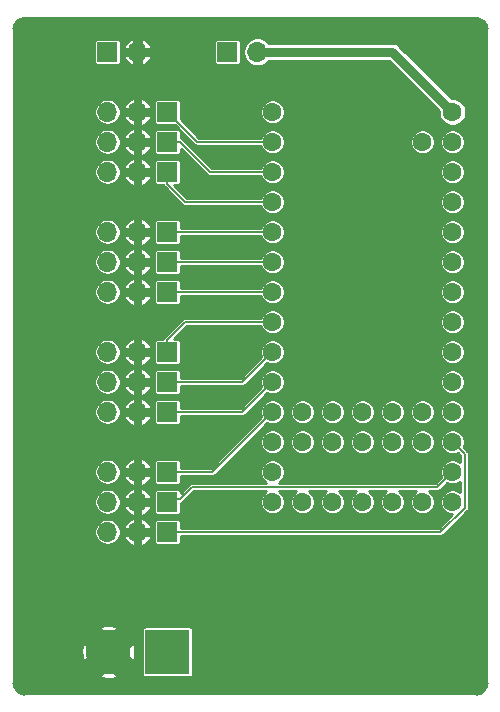
<source format=gbr>
G04 #@! TF.GenerationSoftware,KiCad,Pcbnew,(5.1.5)-3*
G04 #@! TF.CreationDate,2020-04-04T13:54:15-07:00*
G04 #@! TF.ProjectId,ServoPower2,53657276-6f50-46f7-9765-72322e6b6963,rev?*
G04 #@! TF.SameCoordinates,Original*
G04 #@! TF.FileFunction,Copper,L1,Top*
G04 #@! TF.FilePolarity,Positive*
%FSLAX46Y46*%
G04 Gerber Fmt 4.6, Leading zero omitted, Abs format (unit mm)*
G04 Created by KiCad (PCBNEW (5.1.5)-3) date 2020-04-04 13:54:15*
%MOMM*%
%LPD*%
G04 APERTURE LIST*
%ADD10C,1.600000*%
%ADD11R,1.700000X1.700000*%
%ADD12O,1.700000X1.700000*%
%ADD13C,3.800000*%
%ADD14R,3.800000X3.800000*%
%ADD15C,0.200000*%
%ADD16C,0.800000*%
%ADD17C,0.254000*%
G04 APERTURE END LIST*
D10*
X168910000Y-93980000D03*
X168910000Y-96520000D03*
X171450000Y-93980000D03*
X171450000Y-96520000D03*
X173990000Y-93980000D03*
X173990000Y-96520000D03*
X176530000Y-93980000D03*
X176530000Y-96520000D03*
X179070000Y-93980000D03*
X179070000Y-96520000D03*
X166370000Y-68580000D03*
X166370000Y-71120000D03*
X166370000Y-73660000D03*
X166370000Y-76200000D03*
X166370000Y-78740000D03*
X166370000Y-81280000D03*
X166370000Y-83820000D03*
X166370000Y-86360000D03*
X166370000Y-88900000D03*
X166370000Y-91440000D03*
X166370000Y-93980000D03*
X166370000Y-96520000D03*
X166370000Y-99060000D03*
X179070000Y-71120000D03*
X181610000Y-68580000D03*
X181610000Y-71120000D03*
X181610000Y-73660000D03*
X181610000Y-76200000D03*
X181610000Y-78740000D03*
X181610000Y-81280000D03*
X181610000Y-83820000D03*
X181610000Y-86360000D03*
X181610000Y-88900000D03*
X181610000Y-91440000D03*
X181610000Y-93980000D03*
X181610000Y-96520000D03*
X181610000Y-99060000D03*
X166370000Y-101600000D03*
X168910000Y-101600000D03*
X171450000Y-101600000D03*
X181610000Y-101600000D03*
X179070000Y-101600000D03*
X176530000Y-101600000D03*
X173990000Y-101600000D03*
D11*
X162560000Y-63500000D03*
D12*
X165100000Y-63500000D03*
X154940000Y-63500000D03*
D11*
X152400000Y-63500000D03*
D12*
X152400000Y-104140000D03*
X154940000Y-104140000D03*
D11*
X157480000Y-104140000D03*
D12*
X152400000Y-93980000D03*
X154940000Y-93980000D03*
D11*
X157480000Y-93980000D03*
D12*
X152400000Y-83820000D03*
X154940000Y-83820000D03*
D11*
X157480000Y-83820000D03*
D12*
X152400000Y-101600000D03*
X154940000Y-101600000D03*
D11*
X157480000Y-101600000D03*
D12*
X152400000Y-91440000D03*
X154940000Y-91440000D03*
D11*
X157480000Y-91440000D03*
D12*
X152400000Y-81280000D03*
X154940000Y-81280000D03*
D11*
X157480000Y-81280000D03*
D12*
X152400000Y-99060000D03*
X154940000Y-99060000D03*
D11*
X157480000Y-99060000D03*
D12*
X152400000Y-88900000D03*
X154940000Y-88900000D03*
D11*
X157480000Y-88900000D03*
D12*
X152400000Y-78740000D03*
X154940000Y-78740000D03*
D11*
X157480000Y-78740000D03*
D13*
X152480000Y-114300000D03*
D14*
X157480000Y-114300000D03*
D11*
X157480000Y-68580000D03*
D12*
X154940000Y-68580000D03*
X152400000Y-68580000D03*
D11*
X157480000Y-73660000D03*
D12*
X154940000Y-73660000D03*
X152400000Y-73660000D03*
X152400000Y-71120000D03*
X154940000Y-71120000D03*
D11*
X157480000Y-71120000D03*
D15*
X160020000Y-71120000D02*
X157480000Y-68580000D01*
X166370000Y-71120000D02*
X160020000Y-71120000D01*
X158530000Y-104140000D02*
X157480000Y-104140000D01*
X182637001Y-102092961D02*
X180589962Y-104140000D01*
X182637001Y-97547001D02*
X182637001Y-102092961D01*
X180589962Y-104140000D02*
X158530000Y-104140000D01*
X181610000Y-96520000D02*
X182637001Y-97547001D01*
X159557001Y-100330000D02*
X180340000Y-100330000D01*
X180340000Y-100330000D02*
X181610000Y-99060000D01*
X158530000Y-101357001D02*
X159557001Y-100330000D01*
X157480000Y-101600000D02*
X157722999Y-101357001D01*
X157722999Y-101357001D02*
X158530000Y-101357001D01*
X161290000Y-99060000D02*
X166370000Y-93980000D01*
X157480000Y-99060000D02*
X161290000Y-99060000D01*
X163830000Y-93980000D02*
X157480000Y-93980000D01*
X166370000Y-91440000D02*
X163830000Y-93980000D01*
X163830000Y-91440000D02*
X166370000Y-88900000D01*
X157480000Y-91440000D02*
X163830000Y-91440000D01*
X157480000Y-87850000D02*
X157480000Y-88900000D01*
X158970000Y-86360000D02*
X157480000Y-87850000D01*
X166370000Y-86360000D02*
X158970000Y-86360000D01*
X166370000Y-83820000D02*
X157480000Y-83820000D01*
X157480000Y-81280000D02*
X166370000Y-81280000D01*
X166370000Y-78740000D02*
X157480000Y-78740000D01*
X157480000Y-74710000D02*
X157480000Y-73660000D01*
X158970000Y-76200000D02*
X157480000Y-74710000D01*
X166370000Y-76200000D02*
X158970000Y-76200000D01*
X165238630Y-73660000D02*
X166370000Y-73660000D01*
X161070000Y-73660000D02*
X165238630Y-73660000D01*
X158530000Y-71120000D02*
X161070000Y-73660000D01*
X157480000Y-71120000D02*
X158530000Y-71120000D01*
D16*
X176530000Y-63500000D02*
X167640000Y-63500000D01*
X181610000Y-68580000D02*
X176530000Y-63500000D01*
X167640000Y-63500000D02*
X165100000Y-63500000D01*
D17*
G36*
X145355406Y-60624600D02*
G01*
X145400076Y-60629000D01*
X183529924Y-60629000D01*
X183574594Y-60624600D01*
X183608025Y-60614459D01*
X183707223Y-60624185D01*
X183892130Y-60680012D01*
X184062668Y-60770688D01*
X184212347Y-60892762D01*
X184335468Y-61041590D01*
X184427334Y-61211493D01*
X184484448Y-61395997D01*
X184495575Y-61501866D01*
X184485401Y-61535406D01*
X184481001Y-61580076D01*
X184481000Y-116854923D01*
X184485400Y-116899593D01*
X184495541Y-116933024D01*
X184485815Y-117032223D01*
X184429988Y-117217130D01*
X184339310Y-117387670D01*
X184217235Y-117537349D01*
X184068410Y-117660468D01*
X183898511Y-117752332D01*
X183714003Y-117809448D01*
X183608136Y-117820575D01*
X183574594Y-117810400D01*
X183529924Y-117806000D01*
X145400076Y-117806000D01*
X145355406Y-117810400D01*
X145321975Y-117820541D01*
X145222777Y-117810815D01*
X145037870Y-117754988D01*
X144867330Y-117664310D01*
X144717651Y-117542235D01*
X144594532Y-117393410D01*
X144502668Y-117223511D01*
X144445552Y-117039003D01*
X144434425Y-116933136D01*
X144444600Y-116899594D01*
X144449000Y-116854924D01*
X144449000Y-116342742D01*
X151671867Y-116342742D01*
X151940596Y-116527662D01*
X152385556Y-116590091D01*
X152834145Y-116564513D01*
X153019404Y-116527662D01*
X153288133Y-116342742D01*
X152480000Y-115534608D01*
X151671867Y-116342742D01*
X144449000Y-116342742D01*
X144449000Y-114205556D01*
X150189909Y-114205556D01*
X150215487Y-114654145D01*
X150252338Y-114839404D01*
X150437258Y-115108133D01*
X151245392Y-114300000D01*
X153714608Y-114300000D01*
X154522742Y-115108133D01*
X154707662Y-114839404D01*
X154770091Y-114394444D01*
X154744513Y-113945855D01*
X154707662Y-113760596D01*
X154522742Y-113491867D01*
X153714608Y-114300000D01*
X151245392Y-114300000D01*
X150437258Y-113491867D01*
X150252338Y-113760596D01*
X150189909Y-114205556D01*
X144449000Y-114205556D01*
X144449000Y-112257258D01*
X151671867Y-112257258D01*
X152480000Y-113065392D01*
X153145391Y-112400000D01*
X155324772Y-112400000D01*
X155324772Y-116200000D01*
X155329676Y-116249793D01*
X155344200Y-116297672D01*
X155367786Y-116341797D01*
X155399527Y-116380473D01*
X155438203Y-116412214D01*
X155482328Y-116435800D01*
X155530207Y-116450324D01*
X155580000Y-116455228D01*
X159380000Y-116455228D01*
X159429793Y-116450324D01*
X159477672Y-116435800D01*
X159521797Y-116412214D01*
X159560473Y-116380473D01*
X159592214Y-116341797D01*
X159615800Y-116297672D01*
X159630324Y-116249793D01*
X159635228Y-116200000D01*
X159635228Y-112400000D01*
X159630324Y-112350207D01*
X159615800Y-112302328D01*
X159592214Y-112258203D01*
X159560473Y-112219527D01*
X159521797Y-112187786D01*
X159477672Y-112164200D01*
X159429793Y-112149676D01*
X159380000Y-112144772D01*
X155580000Y-112144772D01*
X155530207Y-112149676D01*
X155482328Y-112164200D01*
X155438203Y-112187786D01*
X155399527Y-112219527D01*
X155367786Y-112258203D01*
X155344200Y-112302328D01*
X155329676Y-112350207D01*
X155324772Y-112400000D01*
X153145391Y-112400000D01*
X153288133Y-112257258D01*
X153019404Y-112072338D01*
X152574444Y-112009909D01*
X152125855Y-112035487D01*
X151940596Y-112072338D01*
X151671867Y-112257258D01*
X144449000Y-112257258D01*
X144449000Y-104031265D01*
X151296000Y-104031265D01*
X151296000Y-104248735D01*
X151338426Y-104462025D01*
X151421648Y-104662940D01*
X151542467Y-104843759D01*
X151696241Y-104997533D01*
X151877060Y-105118352D01*
X152077975Y-105201574D01*
X152291265Y-105244000D01*
X152508735Y-105244000D01*
X152722025Y-105201574D01*
X152922940Y-105118352D01*
X153103759Y-104997533D01*
X153257533Y-104843759D01*
X153378352Y-104662940D01*
X153415369Y-104573571D01*
X153787870Y-104573571D01*
X153894593Y-104790009D01*
X154041491Y-104981468D01*
X154222918Y-105140590D01*
X154431902Y-105261260D01*
X154506431Y-105292119D01*
X154692000Y-105248343D01*
X154692000Y-104388000D01*
X155188000Y-104388000D01*
X155188000Y-105248343D01*
X155373569Y-105292119D01*
X155448098Y-105261260D01*
X155657082Y-105140590D01*
X155838509Y-104981468D01*
X155985407Y-104790009D01*
X156092130Y-104573571D01*
X156050521Y-104388000D01*
X155188000Y-104388000D01*
X154692000Y-104388000D01*
X153829479Y-104388000D01*
X153787870Y-104573571D01*
X153415369Y-104573571D01*
X153461574Y-104462025D01*
X153504000Y-104248735D01*
X153504000Y-104031265D01*
X153461574Y-103817975D01*
X153415370Y-103706429D01*
X153787870Y-103706429D01*
X153829479Y-103892000D01*
X154692000Y-103892000D01*
X154692000Y-103031657D01*
X155188000Y-103031657D01*
X155188000Y-103892000D01*
X156050521Y-103892000D01*
X156092130Y-103706429D01*
X155985407Y-103489991D01*
X155838509Y-103298532D01*
X155657082Y-103139410D01*
X155448098Y-103018740D01*
X155373569Y-102987881D01*
X155188000Y-103031657D01*
X154692000Y-103031657D01*
X154506431Y-102987881D01*
X154431902Y-103018740D01*
X154222918Y-103139410D01*
X154041491Y-103298532D01*
X153894593Y-103489991D01*
X153787870Y-103706429D01*
X153415370Y-103706429D01*
X153378352Y-103617060D01*
X153257533Y-103436241D01*
X153103759Y-103282467D01*
X152922940Y-103161648D01*
X152722025Y-103078426D01*
X152508735Y-103036000D01*
X152291265Y-103036000D01*
X152077975Y-103078426D01*
X151877060Y-103161648D01*
X151696241Y-103282467D01*
X151542467Y-103436241D01*
X151421648Y-103617060D01*
X151338426Y-103817975D01*
X151296000Y-104031265D01*
X144449000Y-104031265D01*
X144449000Y-101491265D01*
X151296000Y-101491265D01*
X151296000Y-101708735D01*
X151338426Y-101922025D01*
X151421648Y-102122940D01*
X151542467Y-102303759D01*
X151696241Y-102457533D01*
X151877060Y-102578352D01*
X152077975Y-102661574D01*
X152291265Y-102704000D01*
X152508735Y-102704000D01*
X152722025Y-102661574D01*
X152922940Y-102578352D01*
X153103759Y-102457533D01*
X153257533Y-102303759D01*
X153378352Y-102122940D01*
X153415369Y-102033571D01*
X153787870Y-102033571D01*
X153894593Y-102250009D01*
X154041491Y-102441468D01*
X154222918Y-102600590D01*
X154431902Y-102721260D01*
X154506431Y-102752119D01*
X154692000Y-102708343D01*
X154692000Y-101848000D01*
X155188000Y-101848000D01*
X155188000Y-102708343D01*
X155373569Y-102752119D01*
X155448098Y-102721260D01*
X155657082Y-102600590D01*
X155838509Y-102441468D01*
X155985407Y-102250009D01*
X156092130Y-102033571D01*
X156050521Y-101848000D01*
X155188000Y-101848000D01*
X154692000Y-101848000D01*
X153829479Y-101848000D01*
X153787870Y-102033571D01*
X153415369Y-102033571D01*
X153461574Y-101922025D01*
X153504000Y-101708735D01*
X153504000Y-101491265D01*
X153461574Y-101277975D01*
X153415370Y-101166429D01*
X153787870Y-101166429D01*
X153829479Y-101352000D01*
X154692000Y-101352000D01*
X154692000Y-100491657D01*
X155188000Y-100491657D01*
X155188000Y-101352000D01*
X156050521Y-101352000D01*
X156092130Y-101166429D01*
X155985407Y-100949991D01*
X155838509Y-100758532D01*
X155828782Y-100750000D01*
X156374772Y-100750000D01*
X156374772Y-102450000D01*
X156379676Y-102499793D01*
X156394200Y-102547672D01*
X156417786Y-102591797D01*
X156449527Y-102630473D01*
X156488203Y-102662214D01*
X156532328Y-102685800D01*
X156580207Y-102700324D01*
X156630000Y-102705228D01*
X158330000Y-102705228D01*
X158379793Y-102700324D01*
X158427672Y-102685800D01*
X158471797Y-102662214D01*
X158510473Y-102630473D01*
X158542214Y-102591797D01*
X158565800Y-102547672D01*
X158580324Y-102499793D01*
X158585228Y-102450000D01*
X158585228Y-101707273D01*
X158599396Y-101705878D01*
X158666125Y-101685636D01*
X158727623Y-101652765D01*
X158781526Y-101608527D01*
X158792612Y-101595019D01*
X159703632Y-100684000D01*
X165843741Y-100684000D01*
X165698114Y-100781305D01*
X165551305Y-100928114D01*
X165435957Y-101100744D01*
X165356504Y-101292559D01*
X165316000Y-101496190D01*
X165316000Y-101703810D01*
X165356504Y-101907441D01*
X165435957Y-102099256D01*
X165551305Y-102271886D01*
X165698114Y-102418695D01*
X165870744Y-102534043D01*
X166062559Y-102613496D01*
X166266190Y-102654000D01*
X166473810Y-102654000D01*
X166677441Y-102613496D01*
X166869256Y-102534043D01*
X167041886Y-102418695D01*
X167188695Y-102271886D01*
X167304043Y-102099256D01*
X167383496Y-101907441D01*
X167424000Y-101703810D01*
X167424000Y-101496190D01*
X167383496Y-101292559D01*
X167304043Y-101100744D01*
X167188695Y-100928114D01*
X167041886Y-100781305D01*
X166896259Y-100684000D01*
X168383741Y-100684000D01*
X168238114Y-100781305D01*
X168091305Y-100928114D01*
X167975957Y-101100744D01*
X167896504Y-101292559D01*
X167856000Y-101496190D01*
X167856000Y-101703810D01*
X167896504Y-101907441D01*
X167975957Y-102099256D01*
X168091305Y-102271886D01*
X168238114Y-102418695D01*
X168410744Y-102534043D01*
X168602559Y-102613496D01*
X168806190Y-102654000D01*
X169013810Y-102654000D01*
X169217441Y-102613496D01*
X169409256Y-102534043D01*
X169581886Y-102418695D01*
X169728695Y-102271886D01*
X169844043Y-102099256D01*
X169923496Y-101907441D01*
X169964000Y-101703810D01*
X169964000Y-101496190D01*
X169923496Y-101292559D01*
X169844043Y-101100744D01*
X169728695Y-100928114D01*
X169581886Y-100781305D01*
X169436259Y-100684000D01*
X170923741Y-100684000D01*
X170778114Y-100781305D01*
X170631305Y-100928114D01*
X170515957Y-101100744D01*
X170436504Y-101292559D01*
X170396000Y-101496190D01*
X170396000Y-101703810D01*
X170436504Y-101907441D01*
X170515957Y-102099256D01*
X170631305Y-102271886D01*
X170778114Y-102418695D01*
X170950744Y-102534043D01*
X171142559Y-102613496D01*
X171346190Y-102654000D01*
X171553810Y-102654000D01*
X171757441Y-102613496D01*
X171949256Y-102534043D01*
X172121886Y-102418695D01*
X172268695Y-102271886D01*
X172384043Y-102099256D01*
X172463496Y-101907441D01*
X172504000Y-101703810D01*
X172504000Y-101496190D01*
X172463496Y-101292559D01*
X172384043Y-101100744D01*
X172268695Y-100928114D01*
X172121886Y-100781305D01*
X171976259Y-100684000D01*
X173463741Y-100684000D01*
X173318114Y-100781305D01*
X173171305Y-100928114D01*
X173055957Y-101100744D01*
X172976504Y-101292559D01*
X172936000Y-101496190D01*
X172936000Y-101703810D01*
X172976504Y-101907441D01*
X173055957Y-102099256D01*
X173171305Y-102271886D01*
X173318114Y-102418695D01*
X173490744Y-102534043D01*
X173682559Y-102613496D01*
X173886190Y-102654000D01*
X174093810Y-102654000D01*
X174297441Y-102613496D01*
X174489256Y-102534043D01*
X174661886Y-102418695D01*
X174808695Y-102271886D01*
X174924043Y-102099256D01*
X175003496Y-101907441D01*
X175044000Y-101703810D01*
X175044000Y-101496190D01*
X175003496Y-101292559D01*
X174924043Y-101100744D01*
X174808695Y-100928114D01*
X174661886Y-100781305D01*
X174516259Y-100684000D01*
X176003741Y-100684000D01*
X175858114Y-100781305D01*
X175711305Y-100928114D01*
X175595957Y-101100744D01*
X175516504Y-101292559D01*
X175476000Y-101496190D01*
X175476000Y-101703810D01*
X175516504Y-101907441D01*
X175595957Y-102099256D01*
X175711305Y-102271886D01*
X175858114Y-102418695D01*
X176030744Y-102534043D01*
X176222559Y-102613496D01*
X176426190Y-102654000D01*
X176633810Y-102654000D01*
X176837441Y-102613496D01*
X177029256Y-102534043D01*
X177201886Y-102418695D01*
X177348695Y-102271886D01*
X177464043Y-102099256D01*
X177543496Y-101907441D01*
X177584000Y-101703810D01*
X177584000Y-101496190D01*
X177543496Y-101292559D01*
X177464043Y-101100744D01*
X177348695Y-100928114D01*
X177201886Y-100781305D01*
X177056259Y-100684000D01*
X178543741Y-100684000D01*
X178398114Y-100781305D01*
X178251305Y-100928114D01*
X178135957Y-101100744D01*
X178056504Y-101292559D01*
X178016000Y-101496190D01*
X178016000Y-101703810D01*
X178056504Y-101907441D01*
X178135957Y-102099256D01*
X178251305Y-102271886D01*
X178398114Y-102418695D01*
X178570744Y-102534043D01*
X178762559Y-102613496D01*
X178966190Y-102654000D01*
X179173810Y-102654000D01*
X179377441Y-102613496D01*
X179569256Y-102534043D01*
X179741886Y-102418695D01*
X179888695Y-102271886D01*
X180004043Y-102099256D01*
X180083496Y-101907441D01*
X180124000Y-101703810D01*
X180124000Y-101496190D01*
X180083496Y-101292559D01*
X180004043Y-101100744D01*
X179888695Y-100928114D01*
X179741886Y-100781305D01*
X179596259Y-100684000D01*
X180322626Y-100684000D01*
X180340000Y-100685711D01*
X180357374Y-100684000D01*
X180357382Y-100684000D01*
X180409396Y-100678877D01*
X180476125Y-100658635D01*
X180537623Y-100625764D01*
X180591526Y-100581526D01*
X180602612Y-100568018D01*
X181157303Y-100013328D01*
X181302559Y-100073496D01*
X181506190Y-100114000D01*
X181713810Y-100114000D01*
X181917441Y-100073496D01*
X182109256Y-99994043D01*
X182281886Y-99878695D01*
X182283002Y-99877579D01*
X182283002Y-100782421D01*
X182281886Y-100781305D01*
X182109256Y-100665957D01*
X181917441Y-100586504D01*
X181713810Y-100546000D01*
X181506190Y-100546000D01*
X181302559Y-100586504D01*
X181110744Y-100665957D01*
X180938114Y-100781305D01*
X180791305Y-100928114D01*
X180675957Y-101100744D01*
X180596504Y-101292559D01*
X180556000Y-101496190D01*
X180556000Y-101703810D01*
X180596504Y-101907441D01*
X180675957Y-102099256D01*
X180791305Y-102271886D01*
X180938114Y-102418695D01*
X181110744Y-102534043D01*
X181302559Y-102613496D01*
X181506190Y-102654000D01*
X181575331Y-102654000D01*
X180443332Y-103786000D01*
X158585228Y-103786000D01*
X158585228Y-103290000D01*
X158580324Y-103240207D01*
X158565800Y-103192328D01*
X158542214Y-103148203D01*
X158510473Y-103109527D01*
X158471797Y-103077786D01*
X158427672Y-103054200D01*
X158379793Y-103039676D01*
X158330000Y-103034772D01*
X156630000Y-103034772D01*
X156580207Y-103039676D01*
X156532328Y-103054200D01*
X156488203Y-103077786D01*
X156449527Y-103109527D01*
X156417786Y-103148203D01*
X156394200Y-103192328D01*
X156379676Y-103240207D01*
X156374772Y-103290000D01*
X156374772Y-104990000D01*
X156379676Y-105039793D01*
X156394200Y-105087672D01*
X156417786Y-105131797D01*
X156449527Y-105170473D01*
X156488203Y-105202214D01*
X156532328Y-105225800D01*
X156580207Y-105240324D01*
X156630000Y-105245228D01*
X158330000Y-105245228D01*
X158379793Y-105240324D01*
X158427672Y-105225800D01*
X158471797Y-105202214D01*
X158510473Y-105170473D01*
X158542214Y-105131797D01*
X158565800Y-105087672D01*
X158580324Y-105039793D01*
X158585228Y-104990000D01*
X158585228Y-104494000D01*
X180572588Y-104494000D01*
X180589962Y-104495711D01*
X180607336Y-104494000D01*
X180607344Y-104494000D01*
X180659358Y-104488877D01*
X180726087Y-104468635D01*
X180787585Y-104435764D01*
X180841488Y-104391526D01*
X180852574Y-104378018D01*
X182875030Y-102355564D01*
X182888527Y-102344487D01*
X182899604Y-102330990D01*
X182899607Y-102330987D01*
X182932764Y-102290585D01*
X182942759Y-102271886D01*
X182965636Y-102229086D01*
X182985878Y-102162357D01*
X182991001Y-102110343D01*
X182991001Y-102110336D01*
X182992712Y-102092962D01*
X182991001Y-102075588D01*
X182991001Y-97564375D01*
X182992712Y-97547001D01*
X182991001Y-97529627D01*
X182991001Y-97529619D01*
X182985878Y-97477605D01*
X182965636Y-97410876D01*
X182932765Y-97349378D01*
X182911049Y-97322919D01*
X182899607Y-97308976D01*
X182899604Y-97308973D01*
X182888526Y-97295475D01*
X182875029Y-97284398D01*
X182563328Y-96972698D01*
X182623496Y-96827441D01*
X182664000Y-96623810D01*
X182664000Y-96416190D01*
X182623496Y-96212559D01*
X182544043Y-96020744D01*
X182428695Y-95848114D01*
X182281886Y-95701305D01*
X182109256Y-95585957D01*
X181917441Y-95506504D01*
X181713810Y-95466000D01*
X181506190Y-95466000D01*
X181302559Y-95506504D01*
X181110744Y-95585957D01*
X180938114Y-95701305D01*
X180791305Y-95848114D01*
X180675957Y-96020744D01*
X180596504Y-96212559D01*
X180556000Y-96416190D01*
X180556000Y-96623810D01*
X180596504Y-96827441D01*
X180675957Y-97019256D01*
X180791305Y-97191886D01*
X180938114Y-97338695D01*
X181110744Y-97454043D01*
X181302559Y-97533496D01*
X181506190Y-97574000D01*
X181713810Y-97574000D01*
X181917441Y-97533496D01*
X182062698Y-97473328D01*
X182283001Y-97693632D01*
X182283001Y-98242420D01*
X182281886Y-98241305D01*
X182109256Y-98125957D01*
X181917441Y-98046504D01*
X181713810Y-98006000D01*
X181506190Y-98006000D01*
X181302559Y-98046504D01*
X181110744Y-98125957D01*
X180938114Y-98241305D01*
X180791305Y-98388114D01*
X180675957Y-98560744D01*
X180596504Y-98752559D01*
X180556000Y-98956190D01*
X180556000Y-99163810D01*
X180596504Y-99367441D01*
X180656672Y-99512697D01*
X180193370Y-99976000D01*
X166896259Y-99976000D01*
X167041886Y-99878695D01*
X167188695Y-99731886D01*
X167304043Y-99559256D01*
X167383496Y-99367441D01*
X167424000Y-99163810D01*
X167424000Y-98956190D01*
X167383496Y-98752559D01*
X167304043Y-98560744D01*
X167188695Y-98388114D01*
X167041886Y-98241305D01*
X166869256Y-98125957D01*
X166677441Y-98046504D01*
X166473810Y-98006000D01*
X166266190Y-98006000D01*
X166062559Y-98046504D01*
X165870744Y-98125957D01*
X165698114Y-98241305D01*
X165551305Y-98388114D01*
X165435957Y-98560744D01*
X165356504Y-98752559D01*
X165316000Y-98956190D01*
X165316000Y-99163810D01*
X165356504Y-99367441D01*
X165435957Y-99559256D01*
X165551305Y-99731886D01*
X165698114Y-99878695D01*
X165843741Y-99976000D01*
X159574375Y-99976000D01*
X159557001Y-99974289D01*
X159539627Y-99976000D01*
X159539619Y-99976000D01*
X159487605Y-99981123D01*
X159420876Y-100001365D01*
X159359378Y-100034236D01*
X159305475Y-100078474D01*
X159294394Y-100091976D01*
X158585228Y-100801143D01*
X158585228Y-100750000D01*
X158580324Y-100700207D01*
X158565800Y-100652328D01*
X158542214Y-100608203D01*
X158510473Y-100569527D01*
X158471797Y-100537786D01*
X158427672Y-100514200D01*
X158379793Y-100499676D01*
X158330000Y-100494772D01*
X156630000Y-100494772D01*
X156580207Y-100499676D01*
X156532328Y-100514200D01*
X156488203Y-100537786D01*
X156449527Y-100569527D01*
X156417786Y-100608203D01*
X156394200Y-100652328D01*
X156379676Y-100700207D01*
X156374772Y-100750000D01*
X155828782Y-100750000D01*
X155657082Y-100599410D01*
X155448098Y-100478740D01*
X155373569Y-100447881D01*
X155188000Y-100491657D01*
X154692000Y-100491657D01*
X154506431Y-100447881D01*
X154431902Y-100478740D01*
X154222918Y-100599410D01*
X154041491Y-100758532D01*
X153894593Y-100949991D01*
X153787870Y-101166429D01*
X153415370Y-101166429D01*
X153378352Y-101077060D01*
X153257533Y-100896241D01*
X153103759Y-100742467D01*
X152922940Y-100621648D01*
X152722025Y-100538426D01*
X152508735Y-100496000D01*
X152291265Y-100496000D01*
X152077975Y-100538426D01*
X151877060Y-100621648D01*
X151696241Y-100742467D01*
X151542467Y-100896241D01*
X151421648Y-101077060D01*
X151338426Y-101277975D01*
X151296000Y-101491265D01*
X144449000Y-101491265D01*
X144449000Y-98951265D01*
X151296000Y-98951265D01*
X151296000Y-99168735D01*
X151338426Y-99382025D01*
X151421648Y-99582940D01*
X151542467Y-99763759D01*
X151696241Y-99917533D01*
X151877060Y-100038352D01*
X152077975Y-100121574D01*
X152291265Y-100164000D01*
X152508735Y-100164000D01*
X152722025Y-100121574D01*
X152922940Y-100038352D01*
X153103759Y-99917533D01*
X153257533Y-99763759D01*
X153378352Y-99582940D01*
X153415369Y-99493571D01*
X153787870Y-99493571D01*
X153894593Y-99710009D01*
X154041491Y-99901468D01*
X154222918Y-100060590D01*
X154431902Y-100181260D01*
X154506431Y-100212119D01*
X154692000Y-100168343D01*
X154692000Y-99308000D01*
X155188000Y-99308000D01*
X155188000Y-100168343D01*
X155373569Y-100212119D01*
X155448098Y-100181260D01*
X155657082Y-100060590D01*
X155838509Y-99901468D01*
X155985407Y-99710009D01*
X156092130Y-99493571D01*
X156050521Y-99308000D01*
X155188000Y-99308000D01*
X154692000Y-99308000D01*
X153829479Y-99308000D01*
X153787870Y-99493571D01*
X153415369Y-99493571D01*
X153461574Y-99382025D01*
X153504000Y-99168735D01*
X153504000Y-98951265D01*
X153461574Y-98737975D01*
X153415370Y-98626429D01*
X153787870Y-98626429D01*
X153829479Y-98812000D01*
X154692000Y-98812000D01*
X154692000Y-97951657D01*
X155188000Y-97951657D01*
X155188000Y-98812000D01*
X156050521Y-98812000D01*
X156092130Y-98626429D01*
X155985407Y-98409991D01*
X155838509Y-98218532D01*
X155828782Y-98210000D01*
X156374772Y-98210000D01*
X156374772Y-99910000D01*
X156379676Y-99959793D01*
X156394200Y-100007672D01*
X156417786Y-100051797D01*
X156449527Y-100090473D01*
X156488203Y-100122214D01*
X156532328Y-100145800D01*
X156580207Y-100160324D01*
X156630000Y-100165228D01*
X158330000Y-100165228D01*
X158379793Y-100160324D01*
X158427672Y-100145800D01*
X158471797Y-100122214D01*
X158510473Y-100090473D01*
X158542214Y-100051797D01*
X158565800Y-100007672D01*
X158580324Y-99959793D01*
X158585228Y-99910000D01*
X158585228Y-99414000D01*
X161272626Y-99414000D01*
X161290000Y-99415711D01*
X161307374Y-99414000D01*
X161307382Y-99414000D01*
X161359396Y-99408877D01*
X161426125Y-99388635D01*
X161487623Y-99355764D01*
X161541526Y-99311526D01*
X161552612Y-99298018D01*
X164434440Y-96416190D01*
X165316000Y-96416190D01*
X165316000Y-96623810D01*
X165356504Y-96827441D01*
X165435957Y-97019256D01*
X165551305Y-97191886D01*
X165698114Y-97338695D01*
X165870744Y-97454043D01*
X166062559Y-97533496D01*
X166266190Y-97574000D01*
X166473810Y-97574000D01*
X166677441Y-97533496D01*
X166869256Y-97454043D01*
X167041886Y-97338695D01*
X167188695Y-97191886D01*
X167304043Y-97019256D01*
X167383496Y-96827441D01*
X167424000Y-96623810D01*
X167424000Y-96416190D01*
X167856000Y-96416190D01*
X167856000Y-96623810D01*
X167896504Y-96827441D01*
X167975957Y-97019256D01*
X168091305Y-97191886D01*
X168238114Y-97338695D01*
X168410744Y-97454043D01*
X168602559Y-97533496D01*
X168806190Y-97574000D01*
X169013810Y-97574000D01*
X169217441Y-97533496D01*
X169409256Y-97454043D01*
X169581886Y-97338695D01*
X169728695Y-97191886D01*
X169844043Y-97019256D01*
X169923496Y-96827441D01*
X169964000Y-96623810D01*
X169964000Y-96416190D01*
X170396000Y-96416190D01*
X170396000Y-96623810D01*
X170436504Y-96827441D01*
X170515957Y-97019256D01*
X170631305Y-97191886D01*
X170778114Y-97338695D01*
X170950744Y-97454043D01*
X171142559Y-97533496D01*
X171346190Y-97574000D01*
X171553810Y-97574000D01*
X171757441Y-97533496D01*
X171949256Y-97454043D01*
X172121886Y-97338695D01*
X172268695Y-97191886D01*
X172384043Y-97019256D01*
X172463496Y-96827441D01*
X172504000Y-96623810D01*
X172504000Y-96416190D01*
X172936000Y-96416190D01*
X172936000Y-96623810D01*
X172976504Y-96827441D01*
X173055957Y-97019256D01*
X173171305Y-97191886D01*
X173318114Y-97338695D01*
X173490744Y-97454043D01*
X173682559Y-97533496D01*
X173886190Y-97574000D01*
X174093810Y-97574000D01*
X174297441Y-97533496D01*
X174489256Y-97454043D01*
X174661886Y-97338695D01*
X174808695Y-97191886D01*
X174924043Y-97019256D01*
X175003496Y-96827441D01*
X175044000Y-96623810D01*
X175044000Y-96416190D01*
X175476000Y-96416190D01*
X175476000Y-96623810D01*
X175516504Y-96827441D01*
X175595957Y-97019256D01*
X175711305Y-97191886D01*
X175858114Y-97338695D01*
X176030744Y-97454043D01*
X176222559Y-97533496D01*
X176426190Y-97574000D01*
X176633810Y-97574000D01*
X176837441Y-97533496D01*
X177029256Y-97454043D01*
X177201886Y-97338695D01*
X177348695Y-97191886D01*
X177464043Y-97019256D01*
X177543496Y-96827441D01*
X177584000Y-96623810D01*
X177584000Y-96416190D01*
X178016000Y-96416190D01*
X178016000Y-96623810D01*
X178056504Y-96827441D01*
X178135957Y-97019256D01*
X178251305Y-97191886D01*
X178398114Y-97338695D01*
X178570744Y-97454043D01*
X178762559Y-97533496D01*
X178966190Y-97574000D01*
X179173810Y-97574000D01*
X179377441Y-97533496D01*
X179569256Y-97454043D01*
X179741886Y-97338695D01*
X179888695Y-97191886D01*
X180004043Y-97019256D01*
X180083496Y-96827441D01*
X180124000Y-96623810D01*
X180124000Y-96416190D01*
X180083496Y-96212559D01*
X180004043Y-96020744D01*
X179888695Y-95848114D01*
X179741886Y-95701305D01*
X179569256Y-95585957D01*
X179377441Y-95506504D01*
X179173810Y-95466000D01*
X178966190Y-95466000D01*
X178762559Y-95506504D01*
X178570744Y-95585957D01*
X178398114Y-95701305D01*
X178251305Y-95848114D01*
X178135957Y-96020744D01*
X178056504Y-96212559D01*
X178016000Y-96416190D01*
X177584000Y-96416190D01*
X177543496Y-96212559D01*
X177464043Y-96020744D01*
X177348695Y-95848114D01*
X177201886Y-95701305D01*
X177029256Y-95585957D01*
X176837441Y-95506504D01*
X176633810Y-95466000D01*
X176426190Y-95466000D01*
X176222559Y-95506504D01*
X176030744Y-95585957D01*
X175858114Y-95701305D01*
X175711305Y-95848114D01*
X175595957Y-96020744D01*
X175516504Y-96212559D01*
X175476000Y-96416190D01*
X175044000Y-96416190D01*
X175003496Y-96212559D01*
X174924043Y-96020744D01*
X174808695Y-95848114D01*
X174661886Y-95701305D01*
X174489256Y-95585957D01*
X174297441Y-95506504D01*
X174093810Y-95466000D01*
X173886190Y-95466000D01*
X173682559Y-95506504D01*
X173490744Y-95585957D01*
X173318114Y-95701305D01*
X173171305Y-95848114D01*
X173055957Y-96020744D01*
X172976504Y-96212559D01*
X172936000Y-96416190D01*
X172504000Y-96416190D01*
X172463496Y-96212559D01*
X172384043Y-96020744D01*
X172268695Y-95848114D01*
X172121886Y-95701305D01*
X171949256Y-95585957D01*
X171757441Y-95506504D01*
X171553810Y-95466000D01*
X171346190Y-95466000D01*
X171142559Y-95506504D01*
X170950744Y-95585957D01*
X170778114Y-95701305D01*
X170631305Y-95848114D01*
X170515957Y-96020744D01*
X170436504Y-96212559D01*
X170396000Y-96416190D01*
X169964000Y-96416190D01*
X169923496Y-96212559D01*
X169844043Y-96020744D01*
X169728695Y-95848114D01*
X169581886Y-95701305D01*
X169409256Y-95585957D01*
X169217441Y-95506504D01*
X169013810Y-95466000D01*
X168806190Y-95466000D01*
X168602559Y-95506504D01*
X168410744Y-95585957D01*
X168238114Y-95701305D01*
X168091305Y-95848114D01*
X167975957Y-96020744D01*
X167896504Y-96212559D01*
X167856000Y-96416190D01*
X167424000Y-96416190D01*
X167383496Y-96212559D01*
X167304043Y-96020744D01*
X167188695Y-95848114D01*
X167041886Y-95701305D01*
X166869256Y-95585957D01*
X166677441Y-95506504D01*
X166473810Y-95466000D01*
X166266190Y-95466000D01*
X166062559Y-95506504D01*
X165870744Y-95585957D01*
X165698114Y-95701305D01*
X165551305Y-95848114D01*
X165435957Y-96020744D01*
X165356504Y-96212559D01*
X165316000Y-96416190D01*
X164434440Y-96416190D01*
X165917303Y-94933328D01*
X166062559Y-94993496D01*
X166266190Y-95034000D01*
X166473810Y-95034000D01*
X166677441Y-94993496D01*
X166869256Y-94914043D01*
X167041886Y-94798695D01*
X167188695Y-94651886D01*
X167304043Y-94479256D01*
X167383496Y-94287441D01*
X167424000Y-94083810D01*
X167424000Y-93876190D01*
X167856000Y-93876190D01*
X167856000Y-94083810D01*
X167896504Y-94287441D01*
X167975957Y-94479256D01*
X168091305Y-94651886D01*
X168238114Y-94798695D01*
X168410744Y-94914043D01*
X168602559Y-94993496D01*
X168806190Y-95034000D01*
X169013810Y-95034000D01*
X169217441Y-94993496D01*
X169409256Y-94914043D01*
X169581886Y-94798695D01*
X169728695Y-94651886D01*
X169844043Y-94479256D01*
X169923496Y-94287441D01*
X169964000Y-94083810D01*
X169964000Y-93876190D01*
X170396000Y-93876190D01*
X170396000Y-94083810D01*
X170436504Y-94287441D01*
X170515957Y-94479256D01*
X170631305Y-94651886D01*
X170778114Y-94798695D01*
X170950744Y-94914043D01*
X171142559Y-94993496D01*
X171346190Y-95034000D01*
X171553810Y-95034000D01*
X171757441Y-94993496D01*
X171949256Y-94914043D01*
X172121886Y-94798695D01*
X172268695Y-94651886D01*
X172384043Y-94479256D01*
X172463496Y-94287441D01*
X172504000Y-94083810D01*
X172504000Y-93876190D01*
X172936000Y-93876190D01*
X172936000Y-94083810D01*
X172976504Y-94287441D01*
X173055957Y-94479256D01*
X173171305Y-94651886D01*
X173318114Y-94798695D01*
X173490744Y-94914043D01*
X173682559Y-94993496D01*
X173886190Y-95034000D01*
X174093810Y-95034000D01*
X174297441Y-94993496D01*
X174489256Y-94914043D01*
X174661886Y-94798695D01*
X174808695Y-94651886D01*
X174924043Y-94479256D01*
X175003496Y-94287441D01*
X175044000Y-94083810D01*
X175044000Y-93876190D01*
X175476000Y-93876190D01*
X175476000Y-94083810D01*
X175516504Y-94287441D01*
X175595957Y-94479256D01*
X175711305Y-94651886D01*
X175858114Y-94798695D01*
X176030744Y-94914043D01*
X176222559Y-94993496D01*
X176426190Y-95034000D01*
X176633810Y-95034000D01*
X176837441Y-94993496D01*
X177029256Y-94914043D01*
X177201886Y-94798695D01*
X177348695Y-94651886D01*
X177464043Y-94479256D01*
X177543496Y-94287441D01*
X177584000Y-94083810D01*
X177584000Y-93876190D01*
X178016000Y-93876190D01*
X178016000Y-94083810D01*
X178056504Y-94287441D01*
X178135957Y-94479256D01*
X178251305Y-94651886D01*
X178398114Y-94798695D01*
X178570744Y-94914043D01*
X178762559Y-94993496D01*
X178966190Y-95034000D01*
X179173810Y-95034000D01*
X179377441Y-94993496D01*
X179569256Y-94914043D01*
X179741886Y-94798695D01*
X179888695Y-94651886D01*
X180004043Y-94479256D01*
X180083496Y-94287441D01*
X180124000Y-94083810D01*
X180124000Y-93876190D01*
X180556000Y-93876190D01*
X180556000Y-94083810D01*
X180596504Y-94287441D01*
X180675957Y-94479256D01*
X180791305Y-94651886D01*
X180938114Y-94798695D01*
X181110744Y-94914043D01*
X181302559Y-94993496D01*
X181506190Y-95034000D01*
X181713810Y-95034000D01*
X181917441Y-94993496D01*
X182109256Y-94914043D01*
X182281886Y-94798695D01*
X182428695Y-94651886D01*
X182544043Y-94479256D01*
X182623496Y-94287441D01*
X182664000Y-94083810D01*
X182664000Y-93876190D01*
X182623496Y-93672559D01*
X182544043Y-93480744D01*
X182428695Y-93308114D01*
X182281886Y-93161305D01*
X182109256Y-93045957D01*
X181917441Y-92966504D01*
X181713810Y-92926000D01*
X181506190Y-92926000D01*
X181302559Y-92966504D01*
X181110744Y-93045957D01*
X180938114Y-93161305D01*
X180791305Y-93308114D01*
X180675957Y-93480744D01*
X180596504Y-93672559D01*
X180556000Y-93876190D01*
X180124000Y-93876190D01*
X180083496Y-93672559D01*
X180004043Y-93480744D01*
X179888695Y-93308114D01*
X179741886Y-93161305D01*
X179569256Y-93045957D01*
X179377441Y-92966504D01*
X179173810Y-92926000D01*
X178966190Y-92926000D01*
X178762559Y-92966504D01*
X178570744Y-93045957D01*
X178398114Y-93161305D01*
X178251305Y-93308114D01*
X178135957Y-93480744D01*
X178056504Y-93672559D01*
X178016000Y-93876190D01*
X177584000Y-93876190D01*
X177543496Y-93672559D01*
X177464043Y-93480744D01*
X177348695Y-93308114D01*
X177201886Y-93161305D01*
X177029256Y-93045957D01*
X176837441Y-92966504D01*
X176633810Y-92926000D01*
X176426190Y-92926000D01*
X176222559Y-92966504D01*
X176030744Y-93045957D01*
X175858114Y-93161305D01*
X175711305Y-93308114D01*
X175595957Y-93480744D01*
X175516504Y-93672559D01*
X175476000Y-93876190D01*
X175044000Y-93876190D01*
X175003496Y-93672559D01*
X174924043Y-93480744D01*
X174808695Y-93308114D01*
X174661886Y-93161305D01*
X174489256Y-93045957D01*
X174297441Y-92966504D01*
X174093810Y-92926000D01*
X173886190Y-92926000D01*
X173682559Y-92966504D01*
X173490744Y-93045957D01*
X173318114Y-93161305D01*
X173171305Y-93308114D01*
X173055957Y-93480744D01*
X172976504Y-93672559D01*
X172936000Y-93876190D01*
X172504000Y-93876190D01*
X172463496Y-93672559D01*
X172384043Y-93480744D01*
X172268695Y-93308114D01*
X172121886Y-93161305D01*
X171949256Y-93045957D01*
X171757441Y-92966504D01*
X171553810Y-92926000D01*
X171346190Y-92926000D01*
X171142559Y-92966504D01*
X170950744Y-93045957D01*
X170778114Y-93161305D01*
X170631305Y-93308114D01*
X170515957Y-93480744D01*
X170436504Y-93672559D01*
X170396000Y-93876190D01*
X169964000Y-93876190D01*
X169923496Y-93672559D01*
X169844043Y-93480744D01*
X169728695Y-93308114D01*
X169581886Y-93161305D01*
X169409256Y-93045957D01*
X169217441Y-92966504D01*
X169013810Y-92926000D01*
X168806190Y-92926000D01*
X168602559Y-92966504D01*
X168410744Y-93045957D01*
X168238114Y-93161305D01*
X168091305Y-93308114D01*
X167975957Y-93480744D01*
X167896504Y-93672559D01*
X167856000Y-93876190D01*
X167424000Y-93876190D01*
X167383496Y-93672559D01*
X167304043Y-93480744D01*
X167188695Y-93308114D01*
X167041886Y-93161305D01*
X166869256Y-93045957D01*
X166677441Y-92966504D01*
X166473810Y-92926000D01*
X166266190Y-92926000D01*
X166062559Y-92966504D01*
X165870744Y-93045957D01*
X165698114Y-93161305D01*
X165551305Y-93308114D01*
X165435957Y-93480744D01*
X165356504Y-93672559D01*
X165316000Y-93876190D01*
X165316000Y-94083810D01*
X165356504Y-94287441D01*
X165416672Y-94432697D01*
X161143370Y-98706000D01*
X158585228Y-98706000D01*
X158585228Y-98210000D01*
X158580324Y-98160207D01*
X158565800Y-98112328D01*
X158542214Y-98068203D01*
X158510473Y-98029527D01*
X158471797Y-97997786D01*
X158427672Y-97974200D01*
X158379793Y-97959676D01*
X158330000Y-97954772D01*
X156630000Y-97954772D01*
X156580207Y-97959676D01*
X156532328Y-97974200D01*
X156488203Y-97997786D01*
X156449527Y-98029527D01*
X156417786Y-98068203D01*
X156394200Y-98112328D01*
X156379676Y-98160207D01*
X156374772Y-98210000D01*
X155828782Y-98210000D01*
X155657082Y-98059410D01*
X155448098Y-97938740D01*
X155373569Y-97907881D01*
X155188000Y-97951657D01*
X154692000Y-97951657D01*
X154506431Y-97907881D01*
X154431902Y-97938740D01*
X154222918Y-98059410D01*
X154041491Y-98218532D01*
X153894593Y-98409991D01*
X153787870Y-98626429D01*
X153415370Y-98626429D01*
X153378352Y-98537060D01*
X153257533Y-98356241D01*
X153103759Y-98202467D01*
X152922940Y-98081648D01*
X152722025Y-97998426D01*
X152508735Y-97956000D01*
X152291265Y-97956000D01*
X152077975Y-97998426D01*
X151877060Y-98081648D01*
X151696241Y-98202467D01*
X151542467Y-98356241D01*
X151421648Y-98537060D01*
X151338426Y-98737975D01*
X151296000Y-98951265D01*
X144449000Y-98951265D01*
X144449000Y-93871265D01*
X151296000Y-93871265D01*
X151296000Y-94088735D01*
X151338426Y-94302025D01*
X151421648Y-94502940D01*
X151542467Y-94683759D01*
X151696241Y-94837533D01*
X151877060Y-94958352D01*
X152077975Y-95041574D01*
X152291265Y-95084000D01*
X152508735Y-95084000D01*
X152722025Y-95041574D01*
X152922940Y-94958352D01*
X153103759Y-94837533D01*
X153257533Y-94683759D01*
X153378352Y-94502940D01*
X153415369Y-94413571D01*
X153787870Y-94413571D01*
X153894593Y-94630009D01*
X154041491Y-94821468D01*
X154222918Y-94980590D01*
X154431902Y-95101260D01*
X154506431Y-95132119D01*
X154692000Y-95088343D01*
X154692000Y-94228000D01*
X155188000Y-94228000D01*
X155188000Y-95088343D01*
X155373569Y-95132119D01*
X155448098Y-95101260D01*
X155657082Y-94980590D01*
X155838509Y-94821468D01*
X155985407Y-94630009D01*
X156092130Y-94413571D01*
X156050521Y-94228000D01*
X155188000Y-94228000D01*
X154692000Y-94228000D01*
X153829479Y-94228000D01*
X153787870Y-94413571D01*
X153415369Y-94413571D01*
X153461574Y-94302025D01*
X153504000Y-94088735D01*
X153504000Y-93871265D01*
X153461574Y-93657975D01*
X153415370Y-93546429D01*
X153787870Y-93546429D01*
X153829479Y-93732000D01*
X154692000Y-93732000D01*
X154692000Y-92871657D01*
X155188000Y-92871657D01*
X155188000Y-93732000D01*
X156050521Y-93732000D01*
X156092130Y-93546429D01*
X155985407Y-93329991D01*
X155838509Y-93138532D01*
X155828782Y-93130000D01*
X156374772Y-93130000D01*
X156374772Y-94830000D01*
X156379676Y-94879793D01*
X156394200Y-94927672D01*
X156417786Y-94971797D01*
X156449527Y-95010473D01*
X156488203Y-95042214D01*
X156532328Y-95065800D01*
X156580207Y-95080324D01*
X156630000Y-95085228D01*
X158330000Y-95085228D01*
X158379793Y-95080324D01*
X158427672Y-95065800D01*
X158471797Y-95042214D01*
X158510473Y-95010473D01*
X158542214Y-94971797D01*
X158565800Y-94927672D01*
X158580324Y-94879793D01*
X158585228Y-94830000D01*
X158585228Y-94334000D01*
X163812626Y-94334000D01*
X163830000Y-94335711D01*
X163847374Y-94334000D01*
X163847382Y-94334000D01*
X163899396Y-94328877D01*
X163966125Y-94308635D01*
X164027623Y-94275764D01*
X164081526Y-94231526D01*
X164092612Y-94218018D01*
X165917303Y-92393328D01*
X166062559Y-92453496D01*
X166266190Y-92494000D01*
X166473810Y-92494000D01*
X166677441Y-92453496D01*
X166869256Y-92374043D01*
X167041886Y-92258695D01*
X167188695Y-92111886D01*
X167304043Y-91939256D01*
X167383496Y-91747441D01*
X167424000Y-91543810D01*
X167424000Y-91336190D01*
X180556000Y-91336190D01*
X180556000Y-91543810D01*
X180596504Y-91747441D01*
X180675957Y-91939256D01*
X180791305Y-92111886D01*
X180938114Y-92258695D01*
X181110744Y-92374043D01*
X181302559Y-92453496D01*
X181506190Y-92494000D01*
X181713810Y-92494000D01*
X181917441Y-92453496D01*
X182109256Y-92374043D01*
X182281886Y-92258695D01*
X182428695Y-92111886D01*
X182544043Y-91939256D01*
X182623496Y-91747441D01*
X182664000Y-91543810D01*
X182664000Y-91336190D01*
X182623496Y-91132559D01*
X182544043Y-90940744D01*
X182428695Y-90768114D01*
X182281886Y-90621305D01*
X182109256Y-90505957D01*
X181917441Y-90426504D01*
X181713810Y-90386000D01*
X181506190Y-90386000D01*
X181302559Y-90426504D01*
X181110744Y-90505957D01*
X180938114Y-90621305D01*
X180791305Y-90768114D01*
X180675957Y-90940744D01*
X180596504Y-91132559D01*
X180556000Y-91336190D01*
X167424000Y-91336190D01*
X167383496Y-91132559D01*
X167304043Y-90940744D01*
X167188695Y-90768114D01*
X167041886Y-90621305D01*
X166869256Y-90505957D01*
X166677441Y-90426504D01*
X166473810Y-90386000D01*
X166266190Y-90386000D01*
X166062559Y-90426504D01*
X165870744Y-90505957D01*
X165698114Y-90621305D01*
X165551305Y-90768114D01*
X165435957Y-90940744D01*
X165356504Y-91132559D01*
X165316000Y-91336190D01*
X165316000Y-91543810D01*
X165356504Y-91747441D01*
X165416672Y-91892697D01*
X163683370Y-93626000D01*
X158585228Y-93626000D01*
X158585228Y-93130000D01*
X158580324Y-93080207D01*
X158565800Y-93032328D01*
X158542214Y-92988203D01*
X158510473Y-92949527D01*
X158471797Y-92917786D01*
X158427672Y-92894200D01*
X158379793Y-92879676D01*
X158330000Y-92874772D01*
X156630000Y-92874772D01*
X156580207Y-92879676D01*
X156532328Y-92894200D01*
X156488203Y-92917786D01*
X156449527Y-92949527D01*
X156417786Y-92988203D01*
X156394200Y-93032328D01*
X156379676Y-93080207D01*
X156374772Y-93130000D01*
X155828782Y-93130000D01*
X155657082Y-92979410D01*
X155448098Y-92858740D01*
X155373569Y-92827881D01*
X155188000Y-92871657D01*
X154692000Y-92871657D01*
X154506431Y-92827881D01*
X154431902Y-92858740D01*
X154222918Y-92979410D01*
X154041491Y-93138532D01*
X153894593Y-93329991D01*
X153787870Y-93546429D01*
X153415370Y-93546429D01*
X153378352Y-93457060D01*
X153257533Y-93276241D01*
X153103759Y-93122467D01*
X152922940Y-93001648D01*
X152722025Y-92918426D01*
X152508735Y-92876000D01*
X152291265Y-92876000D01*
X152077975Y-92918426D01*
X151877060Y-93001648D01*
X151696241Y-93122467D01*
X151542467Y-93276241D01*
X151421648Y-93457060D01*
X151338426Y-93657975D01*
X151296000Y-93871265D01*
X144449000Y-93871265D01*
X144449000Y-91331265D01*
X151296000Y-91331265D01*
X151296000Y-91548735D01*
X151338426Y-91762025D01*
X151421648Y-91962940D01*
X151542467Y-92143759D01*
X151696241Y-92297533D01*
X151877060Y-92418352D01*
X152077975Y-92501574D01*
X152291265Y-92544000D01*
X152508735Y-92544000D01*
X152722025Y-92501574D01*
X152922940Y-92418352D01*
X153103759Y-92297533D01*
X153257533Y-92143759D01*
X153378352Y-91962940D01*
X153415369Y-91873571D01*
X153787870Y-91873571D01*
X153894593Y-92090009D01*
X154041491Y-92281468D01*
X154222918Y-92440590D01*
X154431902Y-92561260D01*
X154506431Y-92592119D01*
X154692000Y-92548343D01*
X154692000Y-91688000D01*
X155188000Y-91688000D01*
X155188000Y-92548343D01*
X155373569Y-92592119D01*
X155448098Y-92561260D01*
X155657082Y-92440590D01*
X155838509Y-92281468D01*
X155985407Y-92090009D01*
X156092130Y-91873571D01*
X156050521Y-91688000D01*
X155188000Y-91688000D01*
X154692000Y-91688000D01*
X153829479Y-91688000D01*
X153787870Y-91873571D01*
X153415369Y-91873571D01*
X153461574Y-91762025D01*
X153504000Y-91548735D01*
X153504000Y-91331265D01*
X153461574Y-91117975D01*
X153415370Y-91006429D01*
X153787870Y-91006429D01*
X153829479Y-91192000D01*
X154692000Y-91192000D01*
X154692000Y-90331657D01*
X155188000Y-90331657D01*
X155188000Y-91192000D01*
X156050521Y-91192000D01*
X156092130Y-91006429D01*
X155985407Y-90789991D01*
X155838509Y-90598532D01*
X155828782Y-90590000D01*
X156374772Y-90590000D01*
X156374772Y-92290000D01*
X156379676Y-92339793D01*
X156394200Y-92387672D01*
X156417786Y-92431797D01*
X156449527Y-92470473D01*
X156488203Y-92502214D01*
X156532328Y-92525800D01*
X156580207Y-92540324D01*
X156630000Y-92545228D01*
X158330000Y-92545228D01*
X158379793Y-92540324D01*
X158427672Y-92525800D01*
X158471797Y-92502214D01*
X158510473Y-92470473D01*
X158542214Y-92431797D01*
X158565800Y-92387672D01*
X158580324Y-92339793D01*
X158585228Y-92290000D01*
X158585228Y-91794000D01*
X163812626Y-91794000D01*
X163830000Y-91795711D01*
X163847374Y-91794000D01*
X163847382Y-91794000D01*
X163899396Y-91788877D01*
X163966125Y-91768635D01*
X164027623Y-91735764D01*
X164081526Y-91691526D01*
X164092612Y-91678018D01*
X165917303Y-89853328D01*
X166062559Y-89913496D01*
X166266190Y-89954000D01*
X166473810Y-89954000D01*
X166677441Y-89913496D01*
X166869256Y-89834043D01*
X167041886Y-89718695D01*
X167188695Y-89571886D01*
X167304043Y-89399256D01*
X167383496Y-89207441D01*
X167424000Y-89003810D01*
X167424000Y-88796190D01*
X180556000Y-88796190D01*
X180556000Y-89003810D01*
X180596504Y-89207441D01*
X180675957Y-89399256D01*
X180791305Y-89571886D01*
X180938114Y-89718695D01*
X181110744Y-89834043D01*
X181302559Y-89913496D01*
X181506190Y-89954000D01*
X181713810Y-89954000D01*
X181917441Y-89913496D01*
X182109256Y-89834043D01*
X182281886Y-89718695D01*
X182428695Y-89571886D01*
X182544043Y-89399256D01*
X182623496Y-89207441D01*
X182664000Y-89003810D01*
X182664000Y-88796190D01*
X182623496Y-88592559D01*
X182544043Y-88400744D01*
X182428695Y-88228114D01*
X182281886Y-88081305D01*
X182109256Y-87965957D01*
X181917441Y-87886504D01*
X181713810Y-87846000D01*
X181506190Y-87846000D01*
X181302559Y-87886504D01*
X181110744Y-87965957D01*
X180938114Y-88081305D01*
X180791305Y-88228114D01*
X180675957Y-88400744D01*
X180596504Y-88592559D01*
X180556000Y-88796190D01*
X167424000Y-88796190D01*
X167383496Y-88592559D01*
X167304043Y-88400744D01*
X167188695Y-88228114D01*
X167041886Y-88081305D01*
X166869256Y-87965957D01*
X166677441Y-87886504D01*
X166473810Y-87846000D01*
X166266190Y-87846000D01*
X166062559Y-87886504D01*
X165870744Y-87965957D01*
X165698114Y-88081305D01*
X165551305Y-88228114D01*
X165435957Y-88400744D01*
X165356504Y-88592559D01*
X165316000Y-88796190D01*
X165316000Y-89003810D01*
X165356504Y-89207441D01*
X165416672Y-89352697D01*
X163683370Y-91086000D01*
X158585228Y-91086000D01*
X158585228Y-90590000D01*
X158580324Y-90540207D01*
X158565800Y-90492328D01*
X158542214Y-90448203D01*
X158510473Y-90409527D01*
X158471797Y-90377786D01*
X158427672Y-90354200D01*
X158379793Y-90339676D01*
X158330000Y-90334772D01*
X156630000Y-90334772D01*
X156580207Y-90339676D01*
X156532328Y-90354200D01*
X156488203Y-90377786D01*
X156449527Y-90409527D01*
X156417786Y-90448203D01*
X156394200Y-90492328D01*
X156379676Y-90540207D01*
X156374772Y-90590000D01*
X155828782Y-90590000D01*
X155657082Y-90439410D01*
X155448098Y-90318740D01*
X155373569Y-90287881D01*
X155188000Y-90331657D01*
X154692000Y-90331657D01*
X154506431Y-90287881D01*
X154431902Y-90318740D01*
X154222918Y-90439410D01*
X154041491Y-90598532D01*
X153894593Y-90789991D01*
X153787870Y-91006429D01*
X153415370Y-91006429D01*
X153378352Y-90917060D01*
X153257533Y-90736241D01*
X153103759Y-90582467D01*
X152922940Y-90461648D01*
X152722025Y-90378426D01*
X152508735Y-90336000D01*
X152291265Y-90336000D01*
X152077975Y-90378426D01*
X151877060Y-90461648D01*
X151696241Y-90582467D01*
X151542467Y-90736241D01*
X151421648Y-90917060D01*
X151338426Y-91117975D01*
X151296000Y-91331265D01*
X144449000Y-91331265D01*
X144449000Y-88791265D01*
X151296000Y-88791265D01*
X151296000Y-89008735D01*
X151338426Y-89222025D01*
X151421648Y-89422940D01*
X151542467Y-89603759D01*
X151696241Y-89757533D01*
X151877060Y-89878352D01*
X152077975Y-89961574D01*
X152291265Y-90004000D01*
X152508735Y-90004000D01*
X152722025Y-89961574D01*
X152922940Y-89878352D01*
X153103759Y-89757533D01*
X153257533Y-89603759D01*
X153378352Y-89422940D01*
X153415369Y-89333571D01*
X153787870Y-89333571D01*
X153894593Y-89550009D01*
X154041491Y-89741468D01*
X154222918Y-89900590D01*
X154431902Y-90021260D01*
X154506431Y-90052119D01*
X154692000Y-90008343D01*
X154692000Y-89148000D01*
X155188000Y-89148000D01*
X155188000Y-90008343D01*
X155373569Y-90052119D01*
X155448098Y-90021260D01*
X155657082Y-89900590D01*
X155838509Y-89741468D01*
X155985407Y-89550009D01*
X156092130Y-89333571D01*
X156050521Y-89148000D01*
X155188000Y-89148000D01*
X154692000Y-89148000D01*
X153829479Y-89148000D01*
X153787870Y-89333571D01*
X153415369Y-89333571D01*
X153461574Y-89222025D01*
X153504000Y-89008735D01*
X153504000Y-88791265D01*
X153461574Y-88577975D01*
X153415370Y-88466429D01*
X153787870Y-88466429D01*
X153829479Y-88652000D01*
X154692000Y-88652000D01*
X154692000Y-87791657D01*
X155188000Y-87791657D01*
X155188000Y-88652000D01*
X156050521Y-88652000D01*
X156092130Y-88466429D01*
X155985407Y-88249991D01*
X155838509Y-88058532D01*
X155828782Y-88050000D01*
X156374772Y-88050000D01*
X156374772Y-89750000D01*
X156379676Y-89799793D01*
X156394200Y-89847672D01*
X156417786Y-89891797D01*
X156449527Y-89930473D01*
X156488203Y-89962214D01*
X156532328Y-89985800D01*
X156580207Y-90000324D01*
X156630000Y-90005228D01*
X158330000Y-90005228D01*
X158379793Y-90000324D01*
X158427672Y-89985800D01*
X158471797Y-89962214D01*
X158510473Y-89930473D01*
X158542214Y-89891797D01*
X158565800Y-89847672D01*
X158580324Y-89799793D01*
X158585228Y-89750000D01*
X158585228Y-88050000D01*
X158580324Y-88000207D01*
X158565800Y-87952328D01*
X158542214Y-87908203D01*
X158510473Y-87869527D01*
X158471797Y-87837786D01*
X158427672Y-87814200D01*
X158379793Y-87799676D01*
X158330000Y-87794772D01*
X158035858Y-87794772D01*
X159116632Y-86714000D01*
X165375790Y-86714000D01*
X165435957Y-86859256D01*
X165551305Y-87031886D01*
X165698114Y-87178695D01*
X165870744Y-87294043D01*
X166062559Y-87373496D01*
X166266190Y-87414000D01*
X166473810Y-87414000D01*
X166677441Y-87373496D01*
X166869256Y-87294043D01*
X167041886Y-87178695D01*
X167188695Y-87031886D01*
X167304043Y-86859256D01*
X167383496Y-86667441D01*
X167424000Y-86463810D01*
X167424000Y-86256190D01*
X180556000Y-86256190D01*
X180556000Y-86463810D01*
X180596504Y-86667441D01*
X180675957Y-86859256D01*
X180791305Y-87031886D01*
X180938114Y-87178695D01*
X181110744Y-87294043D01*
X181302559Y-87373496D01*
X181506190Y-87414000D01*
X181713810Y-87414000D01*
X181917441Y-87373496D01*
X182109256Y-87294043D01*
X182281886Y-87178695D01*
X182428695Y-87031886D01*
X182544043Y-86859256D01*
X182623496Y-86667441D01*
X182664000Y-86463810D01*
X182664000Y-86256190D01*
X182623496Y-86052559D01*
X182544043Y-85860744D01*
X182428695Y-85688114D01*
X182281886Y-85541305D01*
X182109256Y-85425957D01*
X181917441Y-85346504D01*
X181713810Y-85306000D01*
X181506190Y-85306000D01*
X181302559Y-85346504D01*
X181110744Y-85425957D01*
X180938114Y-85541305D01*
X180791305Y-85688114D01*
X180675957Y-85860744D01*
X180596504Y-86052559D01*
X180556000Y-86256190D01*
X167424000Y-86256190D01*
X167383496Y-86052559D01*
X167304043Y-85860744D01*
X167188695Y-85688114D01*
X167041886Y-85541305D01*
X166869256Y-85425957D01*
X166677441Y-85346504D01*
X166473810Y-85306000D01*
X166266190Y-85306000D01*
X166062559Y-85346504D01*
X165870744Y-85425957D01*
X165698114Y-85541305D01*
X165551305Y-85688114D01*
X165435957Y-85860744D01*
X165375790Y-86006000D01*
X158987374Y-86006000D01*
X158969999Y-86004289D01*
X158952625Y-86006000D01*
X158952618Y-86006000D01*
X158907436Y-86010450D01*
X158900603Y-86011123D01*
X158880361Y-86017264D01*
X158833875Y-86031365D01*
X158772377Y-86064236D01*
X158772375Y-86064237D01*
X158772376Y-86064237D01*
X158731974Y-86097394D01*
X158731971Y-86097397D01*
X158718474Y-86108474D01*
X158707397Y-86121971D01*
X157241977Y-87587393D01*
X157228474Y-87598475D01*
X157184236Y-87652378D01*
X157151365Y-87713876D01*
X157141050Y-87747881D01*
X157131689Y-87778740D01*
X157131123Y-87780605D01*
X157129728Y-87794772D01*
X156630000Y-87794772D01*
X156580207Y-87799676D01*
X156532328Y-87814200D01*
X156488203Y-87837786D01*
X156449527Y-87869527D01*
X156417786Y-87908203D01*
X156394200Y-87952328D01*
X156379676Y-88000207D01*
X156374772Y-88050000D01*
X155828782Y-88050000D01*
X155657082Y-87899410D01*
X155448098Y-87778740D01*
X155373569Y-87747881D01*
X155188000Y-87791657D01*
X154692000Y-87791657D01*
X154506431Y-87747881D01*
X154431902Y-87778740D01*
X154222918Y-87899410D01*
X154041491Y-88058532D01*
X153894593Y-88249991D01*
X153787870Y-88466429D01*
X153415370Y-88466429D01*
X153378352Y-88377060D01*
X153257533Y-88196241D01*
X153103759Y-88042467D01*
X152922940Y-87921648D01*
X152722025Y-87838426D01*
X152508735Y-87796000D01*
X152291265Y-87796000D01*
X152077975Y-87838426D01*
X151877060Y-87921648D01*
X151696241Y-88042467D01*
X151542467Y-88196241D01*
X151421648Y-88377060D01*
X151338426Y-88577975D01*
X151296000Y-88791265D01*
X144449000Y-88791265D01*
X144449000Y-83711265D01*
X151296000Y-83711265D01*
X151296000Y-83928735D01*
X151338426Y-84142025D01*
X151421648Y-84342940D01*
X151542467Y-84523759D01*
X151696241Y-84677533D01*
X151877060Y-84798352D01*
X152077975Y-84881574D01*
X152291265Y-84924000D01*
X152508735Y-84924000D01*
X152722025Y-84881574D01*
X152922940Y-84798352D01*
X153103759Y-84677533D01*
X153257533Y-84523759D01*
X153378352Y-84342940D01*
X153415369Y-84253571D01*
X153787870Y-84253571D01*
X153894593Y-84470009D01*
X154041491Y-84661468D01*
X154222918Y-84820590D01*
X154431902Y-84941260D01*
X154506431Y-84972119D01*
X154692000Y-84928343D01*
X154692000Y-84068000D01*
X155188000Y-84068000D01*
X155188000Y-84928343D01*
X155373569Y-84972119D01*
X155448098Y-84941260D01*
X155657082Y-84820590D01*
X155838509Y-84661468D01*
X155985407Y-84470009D01*
X156092130Y-84253571D01*
X156050521Y-84068000D01*
X155188000Y-84068000D01*
X154692000Y-84068000D01*
X153829479Y-84068000D01*
X153787870Y-84253571D01*
X153415369Y-84253571D01*
X153461574Y-84142025D01*
X153504000Y-83928735D01*
X153504000Y-83711265D01*
X153461574Y-83497975D01*
X153415370Y-83386429D01*
X153787870Y-83386429D01*
X153829479Y-83572000D01*
X154692000Y-83572000D01*
X154692000Y-82711657D01*
X155188000Y-82711657D01*
X155188000Y-83572000D01*
X156050521Y-83572000D01*
X156092130Y-83386429D01*
X155985407Y-83169991D01*
X155838509Y-82978532D01*
X155828782Y-82970000D01*
X156374772Y-82970000D01*
X156374772Y-84670000D01*
X156379676Y-84719793D01*
X156394200Y-84767672D01*
X156417786Y-84811797D01*
X156449527Y-84850473D01*
X156488203Y-84882214D01*
X156532328Y-84905800D01*
X156580207Y-84920324D01*
X156630000Y-84925228D01*
X158330000Y-84925228D01*
X158379793Y-84920324D01*
X158427672Y-84905800D01*
X158471797Y-84882214D01*
X158510473Y-84850473D01*
X158542214Y-84811797D01*
X158565800Y-84767672D01*
X158580324Y-84719793D01*
X158585228Y-84670000D01*
X158585228Y-84174000D01*
X165375790Y-84174000D01*
X165435957Y-84319256D01*
X165551305Y-84491886D01*
X165698114Y-84638695D01*
X165870744Y-84754043D01*
X166062559Y-84833496D01*
X166266190Y-84874000D01*
X166473810Y-84874000D01*
X166677441Y-84833496D01*
X166869256Y-84754043D01*
X167041886Y-84638695D01*
X167188695Y-84491886D01*
X167304043Y-84319256D01*
X167383496Y-84127441D01*
X167424000Y-83923810D01*
X167424000Y-83716190D01*
X180556000Y-83716190D01*
X180556000Y-83923810D01*
X180596504Y-84127441D01*
X180675957Y-84319256D01*
X180791305Y-84491886D01*
X180938114Y-84638695D01*
X181110744Y-84754043D01*
X181302559Y-84833496D01*
X181506190Y-84874000D01*
X181713810Y-84874000D01*
X181917441Y-84833496D01*
X182109256Y-84754043D01*
X182281886Y-84638695D01*
X182428695Y-84491886D01*
X182544043Y-84319256D01*
X182623496Y-84127441D01*
X182664000Y-83923810D01*
X182664000Y-83716190D01*
X182623496Y-83512559D01*
X182544043Y-83320744D01*
X182428695Y-83148114D01*
X182281886Y-83001305D01*
X182109256Y-82885957D01*
X181917441Y-82806504D01*
X181713810Y-82766000D01*
X181506190Y-82766000D01*
X181302559Y-82806504D01*
X181110744Y-82885957D01*
X180938114Y-83001305D01*
X180791305Y-83148114D01*
X180675957Y-83320744D01*
X180596504Y-83512559D01*
X180556000Y-83716190D01*
X167424000Y-83716190D01*
X167383496Y-83512559D01*
X167304043Y-83320744D01*
X167188695Y-83148114D01*
X167041886Y-83001305D01*
X166869256Y-82885957D01*
X166677441Y-82806504D01*
X166473810Y-82766000D01*
X166266190Y-82766000D01*
X166062559Y-82806504D01*
X165870744Y-82885957D01*
X165698114Y-83001305D01*
X165551305Y-83148114D01*
X165435957Y-83320744D01*
X165375790Y-83466000D01*
X158585228Y-83466000D01*
X158585228Y-82970000D01*
X158580324Y-82920207D01*
X158565800Y-82872328D01*
X158542214Y-82828203D01*
X158510473Y-82789527D01*
X158471797Y-82757786D01*
X158427672Y-82734200D01*
X158379793Y-82719676D01*
X158330000Y-82714772D01*
X156630000Y-82714772D01*
X156580207Y-82719676D01*
X156532328Y-82734200D01*
X156488203Y-82757786D01*
X156449527Y-82789527D01*
X156417786Y-82828203D01*
X156394200Y-82872328D01*
X156379676Y-82920207D01*
X156374772Y-82970000D01*
X155828782Y-82970000D01*
X155657082Y-82819410D01*
X155448098Y-82698740D01*
X155373569Y-82667881D01*
X155188000Y-82711657D01*
X154692000Y-82711657D01*
X154506431Y-82667881D01*
X154431902Y-82698740D01*
X154222918Y-82819410D01*
X154041491Y-82978532D01*
X153894593Y-83169991D01*
X153787870Y-83386429D01*
X153415370Y-83386429D01*
X153378352Y-83297060D01*
X153257533Y-83116241D01*
X153103759Y-82962467D01*
X152922940Y-82841648D01*
X152722025Y-82758426D01*
X152508735Y-82716000D01*
X152291265Y-82716000D01*
X152077975Y-82758426D01*
X151877060Y-82841648D01*
X151696241Y-82962467D01*
X151542467Y-83116241D01*
X151421648Y-83297060D01*
X151338426Y-83497975D01*
X151296000Y-83711265D01*
X144449000Y-83711265D01*
X144449000Y-81171265D01*
X151296000Y-81171265D01*
X151296000Y-81388735D01*
X151338426Y-81602025D01*
X151421648Y-81802940D01*
X151542467Y-81983759D01*
X151696241Y-82137533D01*
X151877060Y-82258352D01*
X152077975Y-82341574D01*
X152291265Y-82384000D01*
X152508735Y-82384000D01*
X152722025Y-82341574D01*
X152922940Y-82258352D01*
X153103759Y-82137533D01*
X153257533Y-81983759D01*
X153378352Y-81802940D01*
X153415369Y-81713571D01*
X153787870Y-81713571D01*
X153894593Y-81930009D01*
X154041491Y-82121468D01*
X154222918Y-82280590D01*
X154431902Y-82401260D01*
X154506431Y-82432119D01*
X154692000Y-82388343D01*
X154692000Y-81528000D01*
X155188000Y-81528000D01*
X155188000Y-82388343D01*
X155373569Y-82432119D01*
X155448098Y-82401260D01*
X155657082Y-82280590D01*
X155838509Y-82121468D01*
X155985407Y-81930009D01*
X156092130Y-81713571D01*
X156050521Y-81528000D01*
X155188000Y-81528000D01*
X154692000Y-81528000D01*
X153829479Y-81528000D01*
X153787870Y-81713571D01*
X153415369Y-81713571D01*
X153461574Y-81602025D01*
X153504000Y-81388735D01*
X153504000Y-81171265D01*
X153461574Y-80957975D01*
X153415370Y-80846429D01*
X153787870Y-80846429D01*
X153829479Y-81032000D01*
X154692000Y-81032000D01*
X154692000Y-80171657D01*
X155188000Y-80171657D01*
X155188000Y-81032000D01*
X156050521Y-81032000D01*
X156092130Y-80846429D01*
X155985407Y-80629991D01*
X155838509Y-80438532D01*
X155828782Y-80430000D01*
X156374772Y-80430000D01*
X156374772Y-82130000D01*
X156379676Y-82179793D01*
X156394200Y-82227672D01*
X156417786Y-82271797D01*
X156449527Y-82310473D01*
X156488203Y-82342214D01*
X156532328Y-82365800D01*
X156580207Y-82380324D01*
X156630000Y-82385228D01*
X158330000Y-82385228D01*
X158379793Y-82380324D01*
X158427672Y-82365800D01*
X158471797Y-82342214D01*
X158510473Y-82310473D01*
X158542214Y-82271797D01*
X158565800Y-82227672D01*
X158580324Y-82179793D01*
X158585228Y-82130000D01*
X158585228Y-81634000D01*
X165375790Y-81634000D01*
X165435957Y-81779256D01*
X165551305Y-81951886D01*
X165698114Y-82098695D01*
X165870744Y-82214043D01*
X166062559Y-82293496D01*
X166266190Y-82334000D01*
X166473810Y-82334000D01*
X166677441Y-82293496D01*
X166869256Y-82214043D01*
X167041886Y-82098695D01*
X167188695Y-81951886D01*
X167304043Y-81779256D01*
X167383496Y-81587441D01*
X167424000Y-81383810D01*
X167424000Y-81176190D01*
X180556000Y-81176190D01*
X180556000Y-81383810D01*
X180596504Y-81587441D01*
X180675957Y-81779256D01*
X180791305Y-81951886D01*
X180938114Y-82098695D01*
X181110744Y-82214043D01*
X181302559Y-82293496D01*
X181506190Y-82334000D01*
X181713810Y-82334000D01*
X181917441Y-82293496D01*
X182109256Y-82214043D01*
X182281886Y-82098695D01*
X182428695Y-81951886D01*
X182544043Y-81779256D01*
X182623496Y-81587441D01*
X182664000Y-81383810D01*
X182664000Y-81176190D01*
X182623496Y-80972559D01*
X182544043Y-80780744D01*
X182428695Y-80608114D01*
X182281886Y-80461305D01*
X182109256Y-80345957D01*
X181917441Y-80266504D01*
X181713810Y-80226000D01*
X181506190Y-80226000D01*
X181302559Y-80266504D01*
X181110744Y-80345957D01*
X180938114Y-80461305D01*
X180791305Y-80608114D01*
X180675957Y-80780744D01*
X180596504Y-80972559D01*
X180556000Y-81176190D01*
X167424000Y-81176190D01*
X167383496Y-80972559D01*
X167304043Y-80780744D01*
X167188695Y-80608114D01*
X167041886Y-80461305D01*
X166869256Y-80345957D01*
X166677441Y-80266504D01*
X166473810Y-80226000D01*
X166266190Y-80226000D01*
X166062559Y-80266504D01*
X165870744Y-80345957D01*
X165698114Y-80461305D01*
X165551305Y-80608114D01*
X165435957Y-80780744D01*
X165375790Y-80926000D01*
X158585228Y-80926000D01*
X158585228Y-80430000D01*
X158580324Y-80380207D01*
X158565800Y-80332328D01*
X158542214Y-80288203D01*
X158510473Y-80249527D01*
X158471797Y-80217786D01*
X158427672Y-80194200D01*
X158379793Y-80179676D01*
X158330000Y-80174772D01*
X156630000Y-80174772D01*
X156580207Y-80179676D01*
X156532328Y-80194200D01*
X156488203Y-80217786D01*
X156449527Y-80249527D01*
X156417786Y-80288203D01*
X156394200Y-80332328D01*
X156379676Y-80380207D01*
X156374772Y-80430000D01*
X155828782Y-80430000D01*
X155657082Y-80279410D01*
X155448098Y-80158740D01*
X155373569Y-80127881D01*
X155188000Y-80171657D01*
X154692000Y-80171657D01*
X154506431Y-80127881D01*
X154431902Y-80158740D01*
X154222918Y-80279410D01*
X154041491Y-80438532D01*
X153894593Y-80629991D01*
X153787870Y-80846429D01*
X153415370Y-80846429D01*
X153378352Y-80757060D01*
X153257533Y-80576241D01*
X153103759Y-80422467D01*
X152922940Y-80301648D01*
X152722025Y-80218426D01*
X152508735Y-80176000D01*
X152291265Y-80176000D01*
X152077975Y-80218426D01*
X151877060Y-80301648D01*
X151696241Y-80422467D01*
X151542467Y-80576241D01*
X151421648Y-80757060D01*
X151338426Y-80957975D01*
X151296000Y-81171265D01*
X144449000Y-81171265D01*
X144449000Y-78631265D01*
X151296000Y-78631265D01*
X151296000Y-78848735D01*
X151338426Y-79062025D01*
X151421648Y-79262940D01*
X151542467Y-79443759D01*
X151696241Y-79597533D01*
X151877060Y-79718352D01*
X152077975Y-79801574D01*
X152291265Y-79844000D01*
X152508735Y-79844000D01*
X152722025Y-79801574D01*
X152922940Y-79718352D01*
X153103759Y-79597533D01*
X153257533Y-79443759D01*
X153378352Y-79262940D01*
X153415369Y-79173571D01*
X153787870Y-79173571D01*
X153894593Y-79390009D01*
X154041491Y-79581468D01*
X154222918Y-79740590D01*
X154431902Y-79861260D01*
X154506431Y-79892119D01*
X154692000Y-79848343D01*
X154692000Y-78988000D01*
X155188000Y-78988000D01*
X155188000Y-79848343D01*
X155373569Y-79892119D01*
X155448098Y-79861260D01*
X155657082Y-79740590D01*
X155838509Y-79581468D01*
X155985407Y-79390009D01*
X156092130Y-79173571D01*
X156050521Y-78988000D01*
X155188000Y-78988000D01*
X154692000Y-78988000D01*
X153829479Y-78988000D01*
X153787870Y-79173571D01*
X153415369Y-79173571D01*
X153461574Y-79062025D01*
X153504000Y-78848735D01*
X153504000Y-78631265D01*
X153461574Y-78417975D01*
X153415370Y-78306429D01*
X153787870Y-78306429D01*
X153829479Y-78492000D01*
X154692000Y-78492000D01*
X154692000Y-77631657D01*
X155188000Y-77631657D01*
X155188000Y-78492000D01*
X156050521Y-78492000D01*
X156092130Y-78306429D01*
X155985407Y-78089991D01*
X155838509Y-77898532D01*
X155828782Y-77890000D01*
X156374772Y-77890000D01*
X156374772Y-79590000D01*
X156379676Y-79639793D01*
X156394200Y-79687672D01*
X156417786Y-79731797D01*
X156449527Y-79770473D01*
X156488203Y-79802214D01*
X156532328Y-79825800D01*
X156580207Y-79840324D01*
X156630000Y-79845228D01*
X158330000Y-79845228D01*
X158379793Y-79840324D01*
X158427672Y-79825800D01*
X158471797Y-79802214D01*
X158510473Y-79770473D01*
X158542214Y-79731797D01*
X158565800Y-79687672D01*
X158580324Y-79639793D01*
X158585228Y-79590000D01*
X158585228Y-79094000D01*
X165375790Y-79094000D01*
X165435957Y-79239256D01*
X165551305Y-79411886D01*
X165698114Y-79558695D01*
X165870744Y-79674043D01*
X166062559Y-79753496D01*
X166266190Y-79794000D01*
X166473810Y-79794000D01*
X166677441Y-79753496D01*
X166869256Y-79674043D01*
X167041886Y-79558695D01*
X167188695Y-79411886D01*
X167304043Y-79239256D01*
X167383496Y-79047441D01*
X167424000Y-78843810D01*
X167424000Y-78636190D01*
X180556000Y-78636190D01*
X180556000Y-78843810D01*
X180596504Y-79047441D01*
X180675957Y-79239256D01*
X180791305Y-79411886D01*
X180938114Y-79558695D01*
X181110744Y-79674043D01*
X181302559Y-79753496D01*
X181506190Y-79794000D01*
X181713810Y-79794000D01*
X181917441Y-79753496D01*
X182109256Y-79674043D01*
X182281886Y-79558695D01*
X182428695Y-79411886D01*
X182544043Y-79239256D01*
X182623496Y-79047441D01*
X182664000Y-78843810D01*
X182664000Y-78636190D01*
X182623496Y-78432559D01*
X182544043Y-78240744D01*
X182428695Y-78068114D01*
X182281886Y-77921305D01*
X182109256Y-77805957D01*
X181917441Y-77726504D01*
X181713810Y-77686000D01*
X181506190Y-77686000D01*
X181302559Y-77726504D01*
X181110744Y-77805957D01*
X180938114Y-77921305D01*
X180791305Y-78068114D01*
X180675957Y-78240744D01*
X180596504Y-78432559D01*
X180556000Y-78636190D01*
X167424000Y-78636190D01*
X167383496Y-78432559D01*
X167304043Y-78240744D01*
X167188695Y-78068114D01*
X167041886Y-77921305D01*
X166869256Y-77805957D01*
X166677441Y-77726504D01*
X166473810Y-77686000D01*
X166266190Y-77686000D01*
X166062559Y-77726504D01*
X165870744Y-77805957D01*
X165698114Y-77921305D01*
X165551305Y-78068114D01*
X165435957Y-78240744D01*
X165375790Y-78386000D01*
X158585228Y-78386000D01*
X158585228Y-77890000D01*
X158580324Y-77840207D01*
X158565800Y-77792328D01*
X158542214Y-77748203D01*
X158510473Y-77709527D01*
X158471797Y-77677786D01*
X158427672Y-77654200D01*
X158379793Y-77639676D01*
X158330000Y-77634772D01*
X156630000Y-77634772D01*
X156580207Y-77639676D01*
X156532328Y-77654200D01*
X156488203Y-77677786D01*
X156449527Y-77709527D01*
X156417786Y-77748203D01*
X156394200Y-77792328D01*
X156379676Y-77840207D01*
X156374772Y-77890000D01*
X155828782Y-77890000D01*
X155657082Y-77739410D01*
X155448098Y-77618740D01*
X155373569Y-77587881D01*
X155188000Y-77631657D01*
X154692000Y-77631657D01*
X154506431Y-77587881D01*
X154431902Y-77618740D01*
X154222918Y-77739410D01*
X154041491Y-77898532D01*
X153894593Y-78089991D01*
X153787870Y-78306429D01*
X153415370Y-78306429D01*
X153378352Y-78217060D01*
X153257533Y-78036241D01*
X153103759Y-77882467D01*
X152922940Y-77761648D01*
X152722025Y-77678426D01*
X152508735Y-77636000D01*
X152291265Y-77636000D01*
X152077975Y-77678426D01*
X151877060Y-77761648D01*
X151696241Y-77882467D01*
X151542467Y-78036241D01*
X151421648Y-78217060D01*
X151338426Y-78417975D01*
X151296000Y-78631265D01*
X144449000Y-78631265D01*
X144449000Y-73551265D01*
X151296000Y-73551265D01*
X151296000Y-73768735D01*
X151338426Y-73982025D01*
X151421648Y-74182940D01*
X151542467Y-74363759D01*
X151696241Y-74517533D01*
X151877060Y-74638352D01*
X152077975Y-74721574D01*
X152291265Y-74764000D01*
X152508735Y-74764000D01*
X152722025Y-74721574D01*
X152922940Y-74638352D01*
X153103759Y-74517533D01*
X153257533Y-74363759D01*
X153378352Y-74182940D01*
X153415369Y-74093571D01*
X153787870Y-74093571D01*
X153894593Y-74310009D01*
X154041491Y-74501468D01*
X154222918Y-74660590D01*
X154431902Y-74781260D01*
X154506431Y-74812119D01*
X154692000Y-74768343D01*
X154692000Y-73908000D01*
X155188000Y-73908000D01*
X155188000Y-74768343D01*
X155373569Y-74812119D01*
X155448098Y-74781260D01*
X155657082Y-74660590D01*
X155838509Y-74501468D01*
X155985407Y-74310009D01*
X156092130Y-74093571D01*
X156050521Y-73908000D01*
X155188000Y-73908000D01*
X154692000Y-73908000D01*
X153829479Y-73908000D01*
X153787870Y-74093571D01*
X153415369Y-74093571D01*
X153461574Y-73982025D01*
X153504000Y-73768735D01*
X153504000Y-73551265D01*
X153461574Y-73337975D01*
X153415370Y-73226429D01*
X153787870Y-73226429D01*
X153829479Y-73412000D01*
X154692000Y-73412000D01*
X154692000Y-72551657D01*
X155188000Y-72551657D01*
X155188000Y-73412000D01*
X156050521Y-73412000D01*
X156092130Y-73226429D01*
X155985407Y-73009991D01*
X155838509Y-72818532D01*
X155828782Y-72810000D01*
X156374772Y-72810000D01*
X156374772Y-74510000D01*
X156379676Y-74559793D01*
X156394200Y-74607672D01*
X156417786Y-74651797D01*
X156449527Y-74690473D01*
X156488203Y-74722214D01*
X156532328Y-74745800D01*
X156580207Y-74760324D01*
X156630000Y-74765228D01*
X157129728Y-74765228D01*
X157130450Y-74772563D01*
X157131123Y-74779396D01*
X157137264Y-74799638D01*
X157151365Y-74846124D01*
X157184236Y-74907622D01*
X157228474Y-74961525D01*
X157241977Y-74972607D01*
X158707397Y-76438029D01*
X158718474Y-76451526D01*
X158731971Y-76462603D01*
X158731974Y-76462606D01*
X158763058Y-76488116D01*
X158772377Y-76495764D01*
X158833875Y-76528635D01*
X158880361Y-76542736D01*
X158900603Y-76548877D01*
X158907436Y-76549550D01*
X158952618Y-76554000D01*
X158952625Y-76554000D01*
X158969999Y-76555711D01*
X158987374Y-76554000D01*
X165375790Y-76554000D01*
X165435957Y-76699256D01*
X165551305Y-76871886D01*
X165698114Y-77018695D01*
X165870744Y-77134043D01*
X166062559Y-77213496D01*
X166266190Y-77254000D01*
X166473810Y-77254000D01*
X166677441Y-77213496D01*
X166869256Y-77134043D01*
X167041886Y-77018695D01*
X167188695Y-76871886D01*
X167304043Y-76699256D01*
X167383496Y-76507441D01*
X167424000Y-76303810D01*
X167424000Y-76096190D01*
X180556000Y-76096190D01*
X180556000Y-76303810D01*
X180596504Y-76507441D01*
X180675957Y-76699256D01*
X180791305Y-76871886D01*
X180938114Y-77018695D01*
X181110744Y-77134043D01*
X181302559Y-77213496D01*
X181506190Y-77254000D01*
X181713810Y-77254000D01*
X181917441Y-77213496D01*
X182109256Y-77134043D01*
X182281886Y-77018695D01*
X182428695Y-76871886D01*
X182544043Y-76699256D01*
X182623496Y-76507441D01*
X182664000Y-76303810D01*
X182664000Y-76096190D01*
X182623496Y-75892559D01*
X182544043Y-75700744D01*
X182428695Y-75528114D01*
X182281886Y-75381305D01*
X182109256Y-75265957D01*
X181917441Y-75186504D01*
X181713810Y-75146000D01*
X181506190Y-75146000D01*
X181302559Y-75186504D01*
X181110744Y-75265957D01*
X180938114Y-75381305D01*
X180791305Y-75528114D01*
X180675957Y-75700744D01*
X180596504Y-75892559D01*
X180556000Y-76096190D01*
X167424000Y-76096190D01*
X167383496Y-75892559D01*
X167304043Y-75700744D01*
X167188695Y-75528114D01*
X167041886Y-75381305D01*
X166869256Y-75265957D01*
X166677441Y-75186504D01*
X166473810Y-75146000D01*
X166266190Y-75146000D01*
X166062559Y-75186504D01*
X165870744Y-75265957D01*
X165698114Y-75381305D01*
X165551305Y-75528114D01*
X165435957Y-75700744D01*
X165375790Y-75846000D01*
X159116632Y-75846000D01*
X158035858Y-74765228D01*
X158330000Y-74765228D01*
X158379793Y-74760324D01*
X158427672Y-74745800D01*
X158471797Y-74722214D01*
X158510473Y-74690473D01*
X158542214Y-74651797D01*
X158565800Y-74607672D01*
X158580324Y-74559793D01*
X158585228Y-74510000D01*
X158585228Y-72810000D01*
X158580324Y-72760207D01*
X158565800Y-72712328D01*
X158542214Y-72668203D01*
X158510473Y-72629527D01*
X158471797Y-72597786D01*
X158427672Y-72574200D01*
X158379793Y-72559676D01*
X158330000Y-72554772D01*
X156630000Y-72554772D01*
X156580207Y-72559676D01*
X156532328Y-72574200D01*
X156488203Y-72597786D01*
X156449527Y-72629527D01*
X156417786Y-72668203D01*
X156394200Y-72712328D01*
X156379676Y-72760207D01*
X156374772Y-72810000D01*
X155828782Y-72810000D01*
X155657082Y-72659410D01*
X155448098Y-72538740D01*
X155373569Y-72507881D01*
X155188000Y-72551657D01*
X154692000Y-72551657D01*
X154506431Y-72507881D01*
X154431902Y-72538740D01*
X154222918Y-72659410D01*
X154041491Y-72818532D01*
X153894593Y-73009991D01*
X153787870Y-73226429D01*
X153415370Y-73226429D01*
X153378352Y-73137060D01*
X153257533Y-72956241D01*
X153103759Y-72802467D01*
X152922940Y-72681648D01*
X152722025Y-72598426D01*
X152508735Y-72556000D01*
X152291265Y-72556000D01*
X152077975Y-72598426D01*
X151877060Y-72681648D01*
X151696241Y-72802467D01*
X151542467Y-72956241D01*
X151421648Y-73137060D01*
X151338426Y-73337975D01*
X151296000Y-73551265D01*
X144449000Y-73551265D01*
X144449000Y-71011265D01*
X151296000Y-71011265D01*
X151296000Y-71228735D01*
X151338426Y-71442025D01*
X151421648Y-71642940D01*
X151542467Y-71823759D01*
X151696241Y-71977533D01*
X151877060Y-72098352D01*
X152077975Y-72181574D01*
X152291265Y-72224000D01*
X152508735Y-72224000D01*
X152722025Y-72181574D01*
X152922940Y-72098352D01*
X153103759Y-71977533D01*
X153257533Y-71823759D01*
X153378352Y-71642940D01*
X153415369Y-71553571D01*
X153787870Y-71553571D01*
X153894593Y-71770009D01*
X154041491Y-71961468D01*
X154222918Y-72120590D01*
X154431902Y-72241260D01*
X154506431Y-72272119D01*
X154692000Y-72228343D01*
X154692000Y-71368000D01*
X155188000Y-71368000D01*
X155188000Y-72228343D01*
X155373569Y-72272119D01*
X155448098Y-72241260D01*
X155657082Y-72120590D01*
X155838509Y-71961468D01*
X155985407Y-71770009D01*
X156092130Y-71553571D01*
X156050521Y-71368000D01*
X155188000Y-71368000D01*
X154692000Y-71368000D01*
X153829479Y-71368000D01*
X153787870Y-71553571D01*
X153415369Y-71553571D01*
X153461574Y-71442025D01*
X153504000Y-71228735D01*
X153504000Y-71011265D01*
X153461574Y-70797975D01*
X153415370Y-70686429D01*
X153787870Y-70686429D01*
X153829479Y-70872000D01*
X154692000Y-70872000D01*
X154692000Y-70011657D01*
X155188000Y-70011657D01*
X155188000Y-70872000D01*
X156050521Y-70872000D01*
X156092130Y-70686429D01*
X155985407Y-70469991D01*
X155838509Y-70278532D01*
X155657082Y-70119410D01*
X155448098Y-69998740D01*
X155373569Y-69967881D01*
X155188000Y-70011657D01*
X154692000Y-70011657D01*
X154506431Y-69967881D01*
X154431902Y-69998740D01*
X154222918Y-70119410D01*
X154041491Y-70278532D01*
X153894593Y-70469991D01*
X153787870Y-70686429D01*
X153415370Y-70686429D01*
X153378352Y-70597060D01*
X153257533Y-70416241D01*
X153103759Y-70262467D01*
X152922940Y-70141648D01*
X152722025Y-70058426D01*
X152508735Y-70016000D01*
X152291265Y-70016000D01*
X152077975Y-70058426D01*
X151877060Y-70141648D01*
X151696241Y-70262467D01*
X151542467Y-70416241D01*
X151421648Y-70597060D01*
X151338426Y-70797975D01*
X151296000Y-71011265D01*
X144449000Y-71011265D01*
X144449000Y-68471265D01*
X151296000Y-68471265D01*
X151296000Y-68688735D01*
X151338426Y-68902025D01*
X151421648Y-69102940D01*
X151542467Y-69283759D01*
X151696241Y-69437533D01*
X151877060Y-69558352D01*
X152077975Y-69641574D01*
X152291265Y-69684000D01*
X152508735Y-69684000D01*
X152722025Y-69641574D01*
X152922940Y-69558352D01*
X153103759Y-69437533D01*
X153257533Y-69283759D01*
X153378352Y-69102940D01*
X153415369Y-69013571D01*
X153787870Y-69013571D01*
X153894593Y-69230009D01*
X154041491Y-69421468D01*
X154222918Y-69580590D01*
X154431902Y-69701260D01*
X154506431Y-69732119D01*
X154692000Y-69688343D01*
X154692000Y-68828000D01*
X155188000Y-68828000D01*
X155188000Y-69688343D01*
X155373569Y-69732119D01*
X155448098Y-69701260D01*
X155657082Y-69580590D01*
X155838509Y-69421468D01*
X155985407Y-69230009D01*
X156092130Y-69013571D01*
X156050521Y-68828000D01*
X155188000Y-68828000D01*
X154692000Y-68828000D01*
X153829479Y-68828000D01*
X153787870Y-69013571D01*
X153415369Y-69013571D01*
X153461574Y-68902025D01*
X153504000Y-68688735D01*
X153504000Y-68471265D01*
X153461574Y-68257975D01*
X153415370Y-68146429D01*
X153787870Y-68146429D01*
X153829479Y-68332000D01*
X154692000Y-68332000D01*
X154692000Y-67471657D01*
X155188000Y-67471657D01*
X155188000Y-68332000D01*
X156050521Y-68332000D01*
X156092130Y-68146429D01*
X155985407Y-67929991D01*
X155838509Y-67738532D01*
X155828782Y-67730000D01*
X156374772Y-67730000D01*
X156374772Y-69430000D01*
X156379676Y-69479793D01*
X156394200Y-69527672D01*
X156417786Y-69571797D01*
X156449527Y-69610473D01*
X156488203Y-69642214D01*
X156532328Y-69665800D01*
X156580207Y-69680324D01*
X156630000Y-69685228D01*
X158084597Y-69685228D01*
X158440341Y-70040972D01*
X158427672Y-70034200D01*
X158379793Y-70019676D01*
X158330000Y-70014772D01*
X156630000Y-70014772D01*
X156580207Y-70019676D01*
X156532328Y-70034200D01*
X156488203Y-70057786D01*
X156449527Y-70089527D01*
X156417786Y-70128203D01*
X156394200Y-70172328D01*
X156379676Y-70220207D01*
X156374772Y-70270000D01*
X156374772Y-71970000D01*
X156379676Y-72019793D01*
X156394200Y-72067672D01*
X156417786Y-72111797D01*
X156449527Y-72150473D01*
X156488203Y-72182214D01*
X156532328Y-72205800D01*
X156580207Y-72220324D01*
X156630000Y-72225228D01*
X158330000Y-72225228D01*
X158379793Y-72220324D01*
X158427672Y-72205800D01*
X158471797Y-72182214D01*
X158510473Y-72150473D01*
X158542214Y-72111797D01*
X158565800Y-72067672D01*
X158580324Y-72019793D01*
X158585228Y-71970000D01*
X158585228Y-71675858D01*
X160807397Y-73898029D01*
X160818474Y-73911526D01*
X160831971Y-73922603D01*
X160831974Y-73922606D01*
X160863058Y-73948116D01*
X160872377Y-73955764D01*
X160933875Y-73988635D01*
X161000604Y-74008877D01*
X161052618Y-74014000D01*
X161052627Y-74014000D01*
X161069999Y-74015711D01*
X161087371Y-74014000D01*
X165375790Y-74014000D01*
X165435957Y-74159256D01*
X165551305Y-74331886D01*
X165698114Y-74478695D01*
X165870744Y-74594043D01*
X166062559Y-74673496D01*
X166266190Y-74714000D01*
X166473810Y-74714000D01*
X166677441Y-74673496D01*
X166869256Y-74594043D01*
X167041886Y-74478695D01*
X167188695Y-74331886D01*
X167304043Y-74159256D01*
X167383496Y-73967441D01*
X167424000Y-73763810D01*
X167424000Y-73556190D01*
X180556000Y-73556190D01*
X180556000Y-73763810D01*
X180596504Y-73967441D01*
X180675957Y-74159256D01*
X180791305Y-74331886D01*
X180938114Y-74478695D01*
X181110744Y-74594043D01*
X181302559Y-74673496D01*
X181506190Y-74714000D01*
X181713810Y-74714000D01*
X181917441Y-74673496D01*
X182109256Y-74594043D01*
X182281886Y-74478695D01*
X182428695Y-74331886D01*
X182544043Y-74159256D01*
X182623496Y-73967441D01*
X182664000Y-73763810D01*
X182664000Y-73556190D01*
X182623496Y-73352559D01*
X182544043Y-73160744D01*
X182428695Y-72988114D01*
X182281886Y-72841305D01*
X182109256Y-72725957D01*
X181917441Y-72646504D01*
X181713810Y-72606000D01*
X181506190Y-72606000D01*
X181302559Y-72646504D01*
X181110744Y-72725957D01*
X180938114Y-72841305D01*
X180791305Y-72988114D01*
X180675957Y-73160744D01*
X180596504Y-73352559D01*
X180556000Y-73556190D01*
X167424000Y-73556190D01*
X167383496Y-73352559D01*
X167304043Y-73160744D01*
X167188695Y-72988114D01*
X167041886Y-72841305D01*
X166869256Y-72725957D01*
X166677441Y-72646504D01*
X166473810Y-72606000D01*
X166266190Y-72606000D01*
X166062559Y-72646504D01*
X165870744Y-72725957D01*
X165698114Y-72841305D01*
X165551305Y-72988114D01*
X165435957Y-73160744D01*
X165375790Y-73306000D01*
X161216632Y-73306000D01*
X158792612Y-70881982D01*
X158781526Y-70868474D01*
X158727623Y-70824236D01*
X158666125Y-70791365D01*
X158599396Y-70771123D01*
X158585228Y-70769728D01*
X158585228Y-70270000D01*
X158580324Y-70220207D01*
X158565800Y-70172328D01*
X158559028Y-70159659D01*
X159757397Y-71358029D01*
X159768474Y-71371526D01*
X159781971Y-71382603D01*
X159781974Y-71382606D01*
X159813058Y-71408116D01*
X159822377Y-71415764D01*
X159883875Y-71448635D01*
X159950604Y-71468877D01*
X160002618Y-71474000D01*
X160002627Y-71474000D01*
X160019999Y-71475711D01*
X160037371Y-71474000D01*
X165375790Y-71474000D01*
X165435957Y-71619256D01*
X165551305Y-71791886D01*
X165698114Y-71938695D01*
X165870744Y-72054043D01*
X166062559Y-72133496D01*
X166266190Y-72174000D01*
X166473810Y-72174000D01*
X166677441Y-72133496D01*
X166869256Y-72054043D01*
X167041886Y-71938695D01*
X167188695Y-71791886D01*
X167304043Y-71619256D01*
X167383496Y-71427441D01*
X167424000Y-71223810D01*
X167424000Y-71016190D01*
X178016000Y-71016190D01*
X178016000Y-71223810D01*
X178056504Y-71427441D01*
X178135957Y-71619256D01*
X178251305Y-71791886D01*
X178398114Y-71938695D01*
X178570744Y-72054043D01*
X178762559Y-72133496D01*
X178966190Y-72174000D01*
X179173810Y-72174000D01*
X179377441Y-72133496D01*
X179569256Y-72054043D01*
X179741886Y-71938695D01*
X179888695Y-71791886D01*
X180004043Y-71619256D01*
X180083496Y-71427441D01*
X180124000Y-71223810D01*
X180124000Y-71016190D01*
X180556000Y-71016190D01*
X180556000Y-71223810D01*
X180596504Y-71427441D01*
X180675957Y-71619256D01*
X180791305Y-71791886D01*
X180938114Y-71938695D01*
X181110744Y-72054043D01*
X181302559Y-72133496D01*
X181506190Y-72174000D01*
X181713810Y-72174000D01*
X181917441Y-72133496D01*
X182109256Y-72054043D01*
X182281886Y-71938695D01*
X182428695Y-71791886D01*
X182544043Y-71619256D01*
X182623496Y-71427441D01*
X182664000Y-71223810D01*
X182664000Y-71016190D01*
X182623496Y-70812559D01*
X182544043Y-70620744D01*
X182428695Y-70448114D01*
X182281886Y-70301305D01*
X182109256Y-70185957D01*
X181917441Y-70106504D01*
X181713810Y-70066000D01*
X181506190Y-70066000D01*
X181302559Y-70106504D01*
X181110744Y-70185957D01*
X180938114Y-70301305D01*
X180791305Y-70448114D01*
X180675957Y-70620744D01*
X180596504Y-70812559D01*
X180556000Y-71016190D01*
X180124000Y-71016190D01*
X180083496Y-70812559D01*
X180004043Y-70620744D01*
X179888695Y-70448114D01*
X179741886Y-70301305D01*
X179569256Y-70185957D01*
X179377441Y-70106504D01*
X179173810Y-70066000D01*
X178966190Y-70066000D01*
X178762559Y-70106504D01*
X178570744Y-70185957D01*
X178398114Y-70301305D01*
X178251305Y-70448114D01*
X178135957Y-70620744D01*
X178056504Y-70812559D01*
X178016000Y-71016190D01*
X167424000Y-71016190D01*
X167383496Y-70812559D01*
X167304043Y-70620744D01*
X167188695Y-70448114D01*
X167041886Y-70301305D01*
X166869256Y-70185957D01*
X166677441Y-70106504D01*
X166473810Y-70066000D01*
X166266190Y-70066000D01*
X166062559Y-70106504D01*
X165870744Y-70185957D01*
X165698114Y-70301305D01*
X165551305Y-70448114D01*
X165435957Y-70620744D01*
X165375790Y-70766000D01*
X160166632Y-70766000D01*
X158585228Y-69184597D01*
X158585228Y-68476190D01*
X165316000Y-68476190D01*
X165316000Y-68683810D01*
X165356504Y-68887441D01*
X165435957Y-69079256D01*
X165551305Y-69251886D01*
X165698114Y-69398695D01*
X165870744Y-69514043D01*
X166062559Y-69593496D01*
X166266190Y-69634000D01*
X166473810Y-69634000D01*
X166677441Y-69593496D01*
X166869256Y-69514043D01*
X167041886Y-69398695D01*
X167188695Y-69251886D01*
X167304043Y-69079256D01*
X167383496Y-68887441D01*
X167424000Y-68683810D01*
X167424000Y-68476190D01*
X167383496Y-68272559D01*
X167304043Y-68080744D01*
X167188695Y-67908114D01*
X167041886Y-67761305D01*
X166869256Y-67645957D01*
X166677441Y-67566504D01*
X166473810Y-67526000D01*
X166266190Y-67526000D01*
X166062559Y-67566504D01*
X165870744Y-67645957D01*
X165698114Y-67761305D01*
X165551305Y-67908114D01*
X165435957Y-68080744D01*
X165356504Y-68272559D01*
X165316000Y-68476190D01*
X158585228Y-68476190D01*
X158585228Y-67730000D01*
X158580324Y-67680207D01*
X158565800Y-67632328D01*
X158542214Y-67588203D01*
X158510473Y-67549527D01*
X158471797Y-67517786D01*
X158427672Y-67494200D01*
X158379793Y-67479676D01*
X158330000Y-67474772D01*
X156630000Y-67474772D01*
X156580207Y-67479676D01*
X156532328Y-67494200D01*
X156488203Y-67517786D01*
X156449527Y-67549527D01*
X156417786Y-67588203D01*
X156394200Y-67632328D01*
X156379676Y-67680207D01*
X156374772Y-67730000D01*
X155828782Y-67730000D01*
X155657082Y-67579410D01*
X155448098Y-67458740D01*
X155373569Y-67427881D01*
X155188000Y-67471657D01*
X154692000Y-67471657D01*
X154506431Y-67427881D01*
X154431902Y-67458740D01*
X154222918Y-67579410D01*
X154041491Y-67738532D01*
X153894593Y-67929991D01*
X153787870Y-68146429D01*
X153415370Y-68146429D01*
X153378352Y-68057060D01*
X153257533Y-67876241D01*
X153103759Y-67722467D01*
X152922940Y-67601648D01*
X152722025Y-67518426D01*
X152508735Y-67476000D01*
X152291265Y-67476000D01*
X152077975Y-67518426D01*
X151877060Y-67601648D01*
X151696241Y-67722467D01*
X151542467Y-67876241D01*
X151421648Y-68057060D01*
X151338426Y-68257975D01*
X151296000Y-68471265D01*
X144449000Y-68471265D01*
X144449000Y-62650000D01*
X151294772Y-62650000D01*
X151294772Y-64350000D01*
X151299676Y-64399793D01*
X151314200Y-64447672D01*
X151337786Y-64491797D01*
X151369527Y-64530473D01*
X151408203Y-64562214D01*
X151452328Y-64585800D01*
X151500207Y-64600324D01*
X151550000Y-64605228D01*
X153250000Y-64605228D01*
X153299793Y-64600324D01*
X153347672Y-64585800D01*
X153391797Y-64562214D01*
X153430473Y-64530473D01*
X153462214Y-64491797D01*
X153485800Y-64447672D01*
X153500324Y-64399793D01*
X153505228Y-64350000D01*
X153505228Y-63957416D01*
X153797126Y-63957416D01*
X153908323Y-64171591D01*
X154059167Y-64359957D01*
X154243861Y-64515275D01*
X154455307Y-64631577D01*
X154482585Y-64642862D01*
X154667000Y-64602451D01*
X154667000Y-63773000D01*
X155213000Y-63773000D01*
X155213000Y-64602451D01*
X155397415Y-64642862D01*
X155424693Y-64631577D01*
X155636139Y-64515275D01*
X155820833Y-64359957D01*
X155971677Y-64171591D01*
X156082874Y-63957416D01*
X156045109Y-63773000D01*
X155213000Y-63773000D01*
X154667000Y-63773000D01*
X153834891Y-63773000D01*
X153797126Y-63957416D01*
X153505228Y-63957416D01*
X153505228Y-63042584D01*
X153797126Y-63042584D01*
X153834891Y-63227000D01*
X154667000Y-63227000D01*
X154667000Y-62397549D01*
X155213000Y-62397549D01*
X155213000Y-63227000D01*
X156045109Y-63227000D01*
X156082874Y-63042584D01*
X155971677Y-62828409D01*
X155828807Y-62650000D01*
X161454772Y-62650000D01*
X161454772Y-64350000D01*
X161459676Y-64399793D01*
X161474200Y-64447672D01*
X161497786Y-64491797D01*
X161529527Y-64530473D01*
X161568203Y-64562214D01*
X161612328Y-64585800D01*
X161660207Y-64600324D01*
X161710000Y-64605228D01*
X163410000Y-64605228D01*
X163459793Y-64600324D01*
X163507672Y-64585800D01*
X163551797Y-64562214D01*
X163590473Y-64530473D01*
X163622214Y-64491797D01*
X163645800Y-64447672D01*
X163660324Y-64399793D01*
X163665228Y-64350000D01*
X163665228Y-63379151D01*
X163873000Y-63379151D01*
X163873000Y-63620849D01*
X163920153Y-63857903D01*
X164012647Y-64081202D01*
X164146927Y-64282167D01*
X164317833Y-64453073D01*
X164518798Y-64587353D01*
X164742097Y-64679847D01*
X164979151Y-64727000D01*
X165220849Y-64727000D01*
X165457903Y-64679847D01*
X165681202Y-64587353D01*
X165882167Y-64453073D01*
X166053073Y-64282167D01*
X166056525Y-64277000D01*
X176208157Y-64277000D01*
X180433000Y-68501844D01*
X180433000Y-68695924D01*
X180478231Y-68923318D01*
X180566956Y-69137519D01*
X180695764Y-69330294D01*
X180859706Y-69494236D01*
X181052481Y-69623044D01*
X181266682Y-69711769D01*
X181494076Y-69757000D01*
X181725924Y-69757000D01*
X181953318Y-69711769D01*
X182167519Y-69623044D01*
X182360294Y-69494236D01*
X182524236Y-69330294D01*
X182653044Y-69137519D01*
X182741769Y-68923318D01*
X182787000Y-68695924D01*
X182787000Y-68464076D01*
X182741769Y-68236682D01*
X182653044Y-68022481D01*
X182524236Y-67829706D01*
X182360294Y-67665764D01*
X182167519Y-67536956D01*
X181953318Y-67448231D01*
X181725924Y-67403000D01*
X181531844Y-67403000D01*
X177106413Y-62977570D01*
X177082080Y-62947920D01*
X176963766Y-62850823D01*
X176828784Y-62778673D01*
X176682319Y-62734243D01*
X176568166Y-62723000D01*
X176568163Y-62723000D01*
X176530000Y-62719241D01*
X176491837Y-62723000D01*
X166056525Y-62723000D01*
X166053073Y-62717833D01*
X165882167Y-62546927D01*
X165681202Y-62412647D01*
X165457903Y-62320153D01*
X165220849Y-62273000D01*
X164979151Y-62273000D01*
X164742097Y-62320153D01*
X164518798Y-62412647D01*
X164317833Y-62546927D01*
X164146927Y-62717833D01*
X164012647Y-62918798D01*
X163920153Y-63142097D01*
X163873000Y-63379151D01*
X163665228Y-63379151D01*
X163665228Y-62650000D01*
X163660324Y-62600207D01*
X163645800Y-62552328D01*
X163622214Y-62508203D01*
X163590473Y-62469527D01*
X163551797Y-62437786D01*
X163507672Y-62414200D01*
X163459793Y-62399676D01*
X163410000Y-62394772D01*
X161710000Y-62394772D01*
X161660207Y-62399676D01*
X161612328Y-62414200D01*
X161568203Y-62437786D01*
X161529527Y-62469527D01*
X161497786Y-62508203D01*
X161474200Y-62552328D01*
X161459676Y-62600207D01*
X161454772Y-62650000D01*
X155828807Y-62650000D01*
X155820833Y-62640043D01*
X155636139Y-62484725D01*
X155424693Y-62368423D01*
X155397415Y-62357138D01*
X155213000Y-62397549D01*
X154667000Y-62397549D01*
X154482585Y-62357138D01*
X154455307Y-62368423D01*
X154243861Y-62484725D01*
X154059167Y-62640043D01*
X153908323Y-62828409D01*
X153797126Y-63042584D01*
X153505228Y-63042584D01*
X153505228Y-62650000D01*
X153500324Y-62600207D01*
X153485800Y-62552328D01*
X153462214Y-62508203D01*
X153430473Y-62469527D01*
X153391797Y-62437786D01*
X153347672Y-62414200D01*
X153299793Y-62399676D01*
X153250000Y-62394772D01*
X151550000Y-62394772D01*
X151500207Y-62399676D01*
X151452328Y-62414200D01*
X151408203Y-62437786D01*
X151369527Y-62469527D01*
X151337786Y-62508203D01*
X151314200Y-62552328D01*
X151299676Y-62600207D01*
X151294772Y-62650000D01*
X144449000Y-62650000D01*
X144449000Y-61580076D01*
X144444600Y-61535406D01*
X144434459Y-61501975D01*
X144444185Y-61402777D01*
X144500012Y-61217870D01*
X144590688Y-61047332D01*
X144712762Y-60897653D01*
X144861590Y-60774532D01*
X145031493Y-60682666D01*
X145215997Y-60625552D01*
X145321864Y-60614425D01*
X145355406Y-60624600D01*
G37*
X145355406Y-60624600D02*
X145400076Y-60629000D01*
X183529924Y-60629000D01*
X183574594Y-60624600D01*
X183608025Y-60614459D01*
X183707223Y-60624185D01*
X183892130Y-60680012D01*
X184062668Y-60770688D01*
X184212347Y-60892762D01*
X184335468Y-61041590D01*
X184427334Y-61211493D01*
X184484448Y-61395997D01*
X184495575Y-61501866D01*
X184485401Y-61535406D01*
X184481001Y-61580076D01*
X184481000Y-116854923D01*
X184485400Y-116899593D01*
X184495541Y-116933024D01*
X184485815Y-117032223D01*
X184429988Y-117217130D01*
X184339310Y-117387670D01*
X184217235Y-117537349D01*
X184068410Y-117660468D01*
X183898511Y-117752332D01*
X183714003Y-117809448D01*
X183608136Y-117820575D01*
X183574594Y-117810400D01*
X183529924Y-117806000D01*
X145400076Y-117806000D01*
X145355406Y-117810400D01*
X145321975Y-117820541D01*
X145222777Y-117810815D01*
X145037870Y-117754988D01*
X144867330Y-117664310D01*
X144717651Y-117542235D01*
X144594532Y-117393410D01*
X144502668Y-117223511D01*
X144445552Y-117039003D01*
X144434425Y-116933136D01*
X144444600Y-116899594D01*
X144449000Y-116854924D01*
X144449000Y-116342742D01*
X151671867Y-116342742D01*
X151940596Y-116527662D01*
X152385556Y-116590091D01*
X152834145Y-116564513D01*
X153019404Y-116527662D01*
X153288133Y-116342742D01*
X152480000Y-115534608D01*
X151671867Y-116342742D01*
X144449000Y-116342742D01*
X144449000Y-114205556D01*
X150189909Y-114205556D01*
X150215487Y-114654145D01*
X150252338Y-114839404D01*
X150437258Y-115108133D01*
X151245392Y-114300000D01*
X153714608Y-114300000D01*
X154522742Y-115108133D01*
X154707662Y-114839404D01*
X154770091Y-114394444D01*
X154744513Y-113945855D01*
X154707662Y-113760596D01*
X154522742Y-113491867D01*
X153714608Y-114300000D01*
X151245392Y-114300000D01*
X150437258Y-113491867D01*
X150252338Y-113760596D01*
X150189909Y-114205556D01*
X144449000Y-114205556D01*
X144449000Y-112257258D01*
X151671867Y-112257258D01*
X152480000Y-113065392D01*
X153145391Y-112400000D01*
X155324772Y-112400000D01*
X155324772Y-116200000D01*
X155329676Y-116249793D01*
X155344200Y-116297672D01*
X155367786Y-116341797D01*
X155399527Y-116380473D01*
X155438203Y-116412214D01*
X155482328Y-116435800D01*
X155530207Y-116450324D01*
X155580000Y-116455228D01*
X159380000Y-116455228D01*
X159429793Y-116450324D01*
X159477672Y-116435800D01*
X159521797Y-116412214D01*
X159560473Y-116380473D01*
X159592214Y-116341797D01*
X159615800Y-116297672D01*
X159630324Y-116249793D01*
X159635228Y-116200000D01*
X159635228Y-112400000D01*
X159630324Y-112350207D01*
X159615800Y-112302328D01*
X159592214Y-112258203D01*
X159560473Y-112219527D01*
X159521797Y-112187786D01*
X159477672Y-112164200D01*
X159429793Y-112149676D01*
X159380000Y-112144772D01*
X155580000Y-112144772D01*
X155530207Y-112149676D01*
X155482328Y-112164200D01*
X155438203Y-112187786D01*
X155399527Y-112219527D01*
X155367786Y-112258203D01*
X155344200Y-112302328D01*
X155329676Y-112350207D01*
X155324772Y-112400000D01*
X153145391Y-112400000D01*
X153288133Y-112257258D01*
X153019404Y-112072338D01*
X152574444Y-112009909D01*
X152125855Y-112035487D01*
X151940596Y-112072338D01*
X151671867Y-112257258D01*
X144449000Y-112257258D01*
X144449000Y-104031265D01*
X151296000Y-104031265D01*
X151296000Y-104248735D01*
X151338426Y-104462025D01*
X151421648Y-104662940D01*
X151542467Y-104843759D01*
X151696241Y-104997533D01*
X151877060Y-105118352D01*
X152077975Y-105201574D01*
X152291265Y-105244000D01*
X152508735Y-105244000D01*
X152722025Y-105201574D01*
X152922940Y-105118352D01*
X153103759Y-104997533D01*
X153257533Y-104843759D01*
X153378352Y-104662940D01*
X153415369Y-104573571D01*
X153787870Y-104573571D01*
X153894593Y-104790009D01*
X154041491Y-104981468D01*
X154222918Y-105140590D01*
X154431902Y-105261260D01*
X154506431Y-105292119D01*
X154692000Y-105248343D01*
X154692000Y-104388000D01*
X155188000Y-104388000D01*
X155188000Y-105248343D01*
X155373569Y-105292119D01*
X155448098Y-105261260D01*
X155657082Y-105140590D01*
X155838509Y-104981468D01*
X155985407Y-104790009D01*
X156092130Y-104573571D01*
X156050521Y-104388000D01*
X155188000Y-104388000D01*
X154692000Y-104388000D01*
X153829479Y-104388000D01*
X153787870Y-104573571D01*
X153415369Y-104573571D01*
X153461574Y-104462025D01*
X153504000Y-104248735D01*
X153504000Y-104031265D01*
X153461574Y-103817975D01*
X153415370Y-103706429D01*
X153787870Y-103706429D01*
X153829479Y-103892000D01*
X154692000Y-103892000D01*
X154692000Y-103031657D01*
X155188000Y-103031657D01*
X155188000Y-103892000D01*
X156050521Y-103892000D01*
X156092130Y-103706429D01*
X155985407Y-103489991D01*
X155838509Y-103298532D01*
X155657082Y-103139410D01*
X155448098Y-103018740D01*
X155373569Y-102987881D01*
X155188000Y-103031657D01*
X154692000Y-103031657D01*
X154506431Y-102987881D01*
X154431902Y-103018740D01*
X154222918Y-103139410D01*
X154041491Y-103298532D01*
X153894593Y-103489991D01*
X153787870Y-103706429D01*
X153415370Y-103706429D01*
X153378352Y-103617060D01*
X153257533Y-103436241D01*
X153103759Y-103282467D01*
X152922940Y-103161648D01*
X152722025Y-103078426D01*
X152508735Y-103036000D01*
X152291265Y-103036000D01*
X152077975Y-103078426D01*
X151877060Y-103161648D01*
X151696241Y-103282467D01*
X151542467Y-103436241D01*
X151421648Y-103617060D01*
X151338426Y-103817975D01*
X151296000Y-104031265D01*
X144449000Y-104031265D01*
X144449000Y-101491265D01*
X151296000Y-101491265D01*
X151296000Y-101708735D01*
X151338426Y-101922025D01*
X151421648Y-102122940D01*
X151542467Y-102303759D01*
X151696241Y-102457533D01*
X151877060Y-102578352D01*
X152077975Y-102661574D01*
X152291265Y-102704000D01*
X152508735Y-102704000D01*
X152722025Y-102661574D01*
X152922940Y-102578352D01*
X153103759Y-102457533D01*
X153257533Y-102303759D01*
X153378352Y-102122940D01*
X153415369Y-102033571D01*
X153787870Y-102033571D01*
X153894593Y-102250009D01*
X154041491Y-102441468D01*
X154222918Y-102600590D01*
X154431902Y-102721260D01*
X154506431Y-102752119D01*
X154692000Y-102708343D01*
X154692000Y-101848000D01*
X155188000Y-101848000D01*
X155188000Y-102708343D01*
X155373569Y-102752119D01*
X155448098Y-102721260D01*
X155657082Y-102600590D01*
X155838509Y-102441468D01*
X155985407Y-102250009D01*
X156092130Y-102033571D01*
X156050521Y-101848000D01*
X155188000Y-101848000D01*
X154692000Y-101848000D01*
X153829479Y-101848000D01*
X153787870Y-102033571D01*
X153415369Y-102033571D01*
X153461574Y-101922025D01*
X153504000Y-101708735D01*
X153504000Y-101491265D01*
X153461574Y-101277975D01*
X153415370Y-101166429D01*
X153787870Y-101166429D01*
X153829479Y-101352000D01*
X154692000Y-101352000D01*
X154692000Y-100491657D01*
X155188000Y-100491657D01*
X155188000Y-101352000D01*
X156050521Y-101352000D01*
X156092130Y-101166429D01*
X155985407Y-100949991D01*
X155838509Y-100758532D01*
X155828782Y-100750000D01*
X156374772Y-100750000D01*
X156374772Y-102450000D01*
X156379676Y-102499793D01*
X156394200Y-102547672D01*
X156417786Y-102591797D01*
X156449527Y-102630473D01*
X156488203Y-102662214D01*
X156532328Y-102685800D01*
X156580207Y-102700324D01*
X156630000Y-102705228D01*
X158330000Y-102705228D01*
X158379793Y-102700324D01*
X158427672Y-102685800D01*
X158471797Y-102662214D01*
X158510473Y-102630473D01*
X158542214Y-102591797D01*
X158565800Y-102547672D01*
X158580324Y-102499793D01*
X158585228Y-102450000D01*
X158585228Y-101707273D01*
X158599396Y-101705878D01*
X158666125Y-101685636D01*
X158727623Y-101652765D01*
X158781526Y-101608527D01*
X158792612Y-101595019D01*
X159703632Y-100684000D01*
X165843741Y-100684000D01*
X165698114Y-100781305D01*
X165551305Y-100928114D01*
X165435957Y-101100744D01*
X165356504Y-101292559D01*
X165316000Y-101496190D01*
X165316000Y-101703810D01*
X165356504Y-101907441D01*
X165435957Y-102099256D01*
X165551305Y-102271886D01*
X165698114Y-102418695D01*
X165870744Y-102534043D01*
X166062559Y-102613496D01*
X166266190Y-102654000D01*
X166473810Y-102654000D01*
X166677441Y-102613496D01*
X166869256Y-102534043D01*
X167041886Y-102418695D01*
X167188695Y-102271886D01*
X167304043Y-102099256D01*
X167383496Y-101907441D01*
X167424000Y-101703810D01*
X167424000Y-101496190D01*
X167383496Y-101292559D01*
X167304043Y-101100744D01*
X167188695Y-100928114D01*
X167041886Y-100781305D01*
X166896259Y-100684000D01*
X168383741Y-100684000D01*
X168238114Y-100781305D01*
X168091305Y-100928114D01*
X167975957Y-101100744D01*
X167896504Y-101292559D01*
X167856000Y-101496190D01*
X167856000Y-101703810D01*
X167896504Y-101907441D01*
X167975957Y-102099256D01*
X168091305Y-102271886D01*
X168238114Y-102418695D01*
X168410744Y-102534043D01*
X168602559Y-102613496D01*
X168806190Y-102654000D01*
X169013810Y-102654000D01*
X169217441Y-102613496D01*
X169409256Y-102534043D01*
X169581886Y-102418695D01*
X169728695Y-102271886D01*
X169844043Y-102099256D01*
X169923496Y-101907441D01*
X169964000Y-101703810D01*
X169964000Y-101496190D01*
X169923496Y-101292559D01*
X169844043Y-101100744D01*
X169728695Y-100928114D01*
X169581886Y-100781305D01*
X169436259Y-100684000D01*
X170923741Y-100684000D01*
X170778114Y-100781305D01*
X170631305Y-100928114D01*
X170515957Y-101100744D01*
X170436504Y-101292559D01*
X170396000Y-101496190D01*
X170396000Y-101703810D01*
X170436504Y-101907441D01*
X170515957Y-102099256D01*
X170631305Y-102271886D01*
X170778114Y-102418695D01*
X170950744Y-102534043D01*
X171142559Y-102613496D01*
X171346190Y-102654000D01*
X171553810Y-102654000D01*
X171757441Y-102613496D01*
X171949256Y-102534043D01*
X172121886Y-102418695D01*
X172268695Y-102271886D01*
X172384043Y-102099256D01*
X172463496Y-101907441D01*
X172504000Y-101703810D01*
X172504000Y-101496190D01*
X172463496Y-101292559D01*
X172384043Y-101100744D01*
X172268695Y-100928114D01*
X172121886Y-100781305D01*
X171976259Y-100684000D01*
X173463741Y-100684000D01*
X173318114Y-100781305D01*
X173171305Y-100928114D01*
X173055957Y-101100744D01*
X172976504Y-101292559D01*
X172936000Y-101496190D01*
X172936000Y-101703810D01*
X172976504Y-101907441D01*
X173055957Y-102099256D01*
X173171305Y-102271886D01*
X173318114Y-102418695D01*
X173490744Y-102534043D01*
X173682559Y-102613496D01*
X173886190Y-102654000D01*
X174093810Y-102654000D01*
X174297441Y-102613496D01*
X174489256Y-102534043D01*
X174661886Y-102418695D01*
X174808695Y-102271886D01*
X174924043Y-102099256D01*
X175003496Y-101907441D01*
X175044000Y-101703810D01*
X175044000Y-101496190D01*
X175003496Y-101292559D01*
X174924043Y-101100744D01*
X174808695Y-100928114D01*
X174661886Y-100781305D01*
X174516259Y-100684000D01*
X176003741Y-100684000D01*
X175858114Y-100781305D01*
X175711305Y-100928114D01*
X175595957Y-101100744D01*
X175516504Y-101292559D01*
X175476000Y-101496190D01*
X175476000Y-101703810D01*
X175516504Y-101907441D01*
X175595957Y-102099256D01*
X175711305Y-102271886D01*
X175858114Y-102418695D01*
X176030744Y-102534043D01*
X176222559Y-102613496D01*
X176426190Y-102654000D01*
X176633810Y-102654000D01*
X176837441Y-102613496D01*
X177029256Y-102534043D01*
X177201886Y-102418695D01*
X177348695Y-102271886D01*
X177464043Y-102099256D01*
X177543496Y-101907441D01*
X177584000Y-101703810D01*
X177584000Y-101496190D01*
X177543496Y-101292559D01*
X177464043Y-101100744D01*
X177348695Y-100928114D01*
X177201886Y-100781305D01*
X177056259Y-100684000D01*
X178543741Y-100684000D01*
X178398114Y-100781305D01*
X178251305Y-100928114D01*
X178135957Y-101100744D01*
X178056504Y-101292559D01*
X178016000Y-101496190D01*
X178016000Y-101703810D01*
X178056504Y-101907441D01*
X178135957Y-102099256D01*
X178251305Y-102271886D01*
X178398114Y-102418695D01*
X178570744Y-102534043D01*
X178762559Y-102613496D01*
X178966190Y-102654000D01*
X179173810Y-102654000D01*
X179377441Y-102613496D01*
X179569256Y-102534043D01*
X179741886Y-102418695D01*
X179888695Y-102271886D01*
X180004043Y-102099256D01*
X180083496Y-101907441D01*
X180124000Y-101703810D01*
X180124000Y-101496190D01*
X180083496Y-101292559D01*
X180004043Y-101100744D01*
X179888695Y-100928114D01*
X179741886Y-100781305D01*
X179596259Y-100684000D01*
X180322626Y-100684000D01*
X180340000Y-100685711D01*
X180357374Y-100684000D01*
X180357382Y-100684000D01*
X180409396Y-100678877D01*
X180476125Y-100658635D01*
X180537623Y-100625764D01*
X180591526Y-100581526D01*
X180602612Y-100568018D01*
X181157303Y-100013328D01*
X181302559Y-100073496D01*
X181506190Y-100114000D01*
X181713810Y-100114000D01*
X181917441Y-100073496D01*
X182109256Y-99994043D01*
X182281886Y-99878695D01*
X182283002Y-99877579D01*
X182283002Y-100782421D01*
X182281886Y-100781305D01*
X182109256Y-100665957D01*
X181917441Y-100586504D01*
X181713810Y-100546000D01*
X181506190Y-100546000D01*
X181302559Y-100586504D01*
X181110744Y-100665957D01*
X180938114Y-100781305D01*
X180791305Y-100928114D01*
X180675957Y-101100744D01*
X180596504Y-101292559D01*
X180556000Y-101496190D01*
X180556000Y-101703810D01*
X180596504Y-101907441D01*
X180675957Y-102099256D01*
X180791305Y-102271886D01*
X180938114Y-102418695D01*
X181110744Y-102534043D01*
X181302559Y-102613496D01*
X181506190Y-102654000D01*
X181575331Y-102654000D01*
X180443332Y-103786000D01*
X158585228Y-103786000D01*
X158585228Y-103290000D01*
X158580324Y-103240207D01*
X158565800Y-103192328D01*
X158542214Y-103148203D01*
X158510473Y-103109527D01*
X158471797Y-103077786D01*
X158427672Y-103054200D01*
X158379793Y-103039676D01*
X158330000Y-103034772D01*
X156630000Y-103034772D01*
X156580207Y-103039676D01*
X156532328Y-103054200D01*
X156488203Y-103077786D01*
X156449527Y-103109527D01*
X156417786Y-103148203D01*
X156394200Y-103192328D01*
X156379676Y-103240207D01*
X156374772Y-103290000D01*
X156374772Y-104990000D01*
X156379676Y-105039793D01*
X156394200Y-105087672D01*
X156417786Y-105131797D01*
X156449527Y-105170473D01*
X156488203Y-105202214D01*
X156532328Y-105225800D01*
X156580207Y-105240324D01*
X156630000Y-105245228D01*
X158330000Y-105245228D01*
X158379793Y-105240324D01*
X158427672Y-105225800D01*
X158471797Y-105202214D01*
X158510473Y-105170473D01*
X158542214Y-105131797D01*
X158565800Y-105087672D01*
X158580324Y-105039793D01*
X158585228Y-104990000D01*
X158585228Y-104494000D01*
X180572588Y-104494000D01*
X180589962Y-104495711D01*
X180607336Y-104494000D01*
X180607344Y-104494000D01*
X180659358Y-104488877D01*
X180726087Y-104468635D01*
X180787585Y-104435764D01*
X180841488Y-104391526D01*
X180852574Y-104378018D01*
X182875030Y-102355564D01*
X182888527Y-102344487D01*
X182899604Y-102330990D01*
X182899607Y-102330987D01*
X182932764Y-102290585D01*
X182942759Y-102271886D01*
X182965636Y-102229086D01*
X182985878Y-102162357D01*
X182991001Y-102110343D01*
X182991001Y-102110336D01*
X182992712Y-102092962D01*
X182991001Y-102075588D01*
X182991001Y-97564375D01*
X182992712Y-97547001D01*
X182991001Y-97529627D01*
X182991001Y-97529619D01*
X182985878Y-97477605D01*
X182965636Y-97410876D01*
X182932765Y-97349378D01*
X182911049Y-97322919D01*
X182899607Y-97308976D01*
X182899604Y-97308973D01*
X182888526Y-97295475D01*
X182875029Y-97284398D01*
X182563328Y-96972698D01*
X182623496Y-96827441D01*
X182664000Y-96623810D01*
X182664000Y-96416190D01*
X182623496Y-96212559D01*
X182544043Y-96020744D01*
X182428695Y-95848114D01*
X182281886Y-95701305D01*
X182109256Y-95585957D01*
X181917441Y-95506504D01*
X181713810Y-95466000D01*
X181506190Y-95466000D01*
X181302559Y-95506504D01*
X181110744Y-95585957D01*
X180938114Y-95701305D01*
X180791305Y-95848114D01*
X180675957Y-96020744D01*
X180596504Y-96212559D01*
X180556000Y-96416190D01*
X180556000Y-96623810D01*
X180596504Y-96827441D01*
X180675957Y-97019256D01*
X180791305Y-97191886D01*
X180938114Y-97338695D01*
X181110744Y-97454043D01*
X181302559Y-97533496D01*
X181506190Y-97574000D01*
X181713810Y-97574000D01*
X181917441Y-97533496D01*
X182062698Y-97473328D01*
X182283001Y-97693632D01*
X182283001Y-98242420D01*
X182281886Y-98241305D01*
X182109256Y-98125957D01*
X181917441Y-98046504D01*
X181713810Y-98006000D01*
X181506190Y-98006000D01*
X181302559Y-98046504D01*
X181110744Y-98125957D01*
X180938114Y-98241305D01*
X180791305Y-98388114D01*
X180675957Y-98560744D01*
X180596504Y-98752559D01*
X180556000Y-98956190D01*
X180556000Y-99163810D01*
X180596504Y-99367441D01*
X180656672Y-99512697D01*
X180193370Y-99976000D01*
X166896259Y-99976000D01*
X167041886Y-99878695D01*
X167188695Y-99731886D01*
X167304043Y-99559256D01*
X167383496Y-99367441D01*
X167424000Y-99163810D01*
X167424000Y-98956190D01*
X167383496Y-98752559D01*
X167304043Y-98560744D01*
X167188695Y-98388114D01*
X167041886Y-98241305D01*
X166869256Y-98125957D01*
X166677441Y-98046504D01*
X166473810Y-98006000D01*
X166266190Y-98006000D01*
X166062559Y-98046504D01*
X165870744Y-98125957D01*
X165698114Y-98241305D01*
X165551305Y-98388114D01*
X165435957Y-98560744D01*
X165356504Y-98752559D01*
X165316000Y-98956190D01*
X165316000Y-99163810D01*
X165356504Y-99367441D01*
X165435957Y-99559256D01*
X165551305Y-99731886D01*
X165698114Y-99878695D01*
X165843741Y-99976000D01*
X159574375Y-99976000D01*
X159557001Y-99974289D01*
X159539627Y-99976000D01*
X159539619Y-99976000D01*
X159487605Y-99981123D01*
X159420876Y-100001365D01*
X159359378Y-100034236D01*
X159305475Y-100078474D01*
X159294394Y-100091976D01*
X158585228Y-100801143D01*
X158585228Y-100750000D01*
X158580324Y-100700207D01*
X158565800Y-100652328D01*
X158542214Y-100608203D01*
X158510473Y-100569527D01*
X158471797Y-100537786D01*
X158427672Y-100514200D01*
X158379793Y-100499676D01*
X158330000Y-100494772D01*
X156630000Y-100494772D01*
X156580207Y-100499676D01*
X156532328Y-100514200D01*
X156488203Y-100537786D01*
X156449527Y-100569527D01*
X156417786Y-100608203D01*
X156394200Y-100652328D01*
X156379676Y-100700207D01*
X156374772Y-100750000D01*
X155828782Y-100750000D01*
X155657082Y-100599410D01*
X155448098Y-100478740D01*
X155373569Y-100447881D01*
X155188000Y-100491657D01*
X154692000Y-100491657D01*
X154506431Y-100447881D01*
X154431902Y-100478740D01*
X154222918Y-100599410D01*
X154041491Y-100758532D01*
X153894593Y-100949991D01*
X153787870Y-101166429D01*
X153415370Y-101166429D01*
X153378352Y-101077060D01*
X153257533Y-100896241D01*
X153103759Y-100742467D01*
X152922940Y-100621648D01*
X152722025Y-100538426D01*
X152508735Y-100496000D01*
X152291265Y-100496000D01*
X152077975Y-100538426D01*
X151877060Y-100621648D01*
X151696241Y-100742467D01*
X151542467Y-100896241D01*
X151421648Y-101077060D01*
X151338426Y-101277975D01*
X151296000Y-101491265D01*
X144449000Y-101491265D01*
X144449000Y-98951265D01*
X151296000Y-98951265D01*
X151296000Y-99168735D01*
X151338426Y-99382025D01*
X151421648Y-99582940D01*
X151542467Y-99763759D01*
X151696241Y-99917533D01*
X151877060Y-100038352D01*
X152077975Y-100121574D01*
X152291265Y-100164000D01*
X152508735Y-100164000D01*
X152722025Y-100121574D01*
X152922940Y-100038352D01*
X153103759Y-99917533D01*
X153257533Y-99763759D01*
X153378352Y-99582940D01*
X153415369Y-99493571D01*
X153787870Y-99493571D01*
X153894593Y-99710009D01*
X154041491Y-99901468D01*
X154222918Y-100060590D01*
X154431902Y-100181260D01*
X154506431Y-100212119D01*
X154692000Y-100168343D01*
X154692000Y-99308000D01*
X155188000Y-99308000D01*
X155188000Y-100168343D01*
X155373569Y-100212119D01*
X155448098Y-100181260D01*
X155657082Y-100060590D01*
X155838509Y-99901468D01*
X155985407Y-99710009D01*
X156092130Y-99493571D01*
X156050521Y-99308000D01*
X155188000Y-99308000D01*
X154692000Y-99308000D01*
X153829479Y-99308000D01*
X153787870Y-99493571D01*
X153415369Y-99493571D01*
X153461574Y-99382025D01*
X153504000Y-99168735D01*
X153504000Y-98951265D01*
X153461574Y-98737975D01*
X153415370Y-98626429D01*
X153787870Y-98626429D01*
X153829479Y-98812000D01*
X154692000Y-98812000D01*
X154692000Y-97951657D01*
X155188000Y-97951657D01*
X155188000Y-98812000D01*
X156050521Y-98812000D01*
X156092130Y-98626429D01*
X155985407Y-98409991D01*
X155838509Y-98218532D01*
X155828782Y-98210000D01*
X156374772Y-98210000D01*
X156374772Y-99910000D01*
X156379676Y-99959793D01*
X156394200Y-100007672D01*
X156417786Y-100051797D01*
X156449527Y-100090473D01*
X156488203Y-100122214D01*
X156532328Y-100145800D01*
X156580207Y-100160324D01*
X156630000Y-100165228D01*
X158330000Y-100165228D01*
X158379793Y-100160324D01*
X158427672Y-100145800D01*
X158471797Y-100122214D01*
X158510473Y-100090473D01*
X158542214Y-100051797D01*
X158565800Y-100007672D01*
X158580324Y-99959793D01*
X158585228Y-99910000D01*
X158585228Y-99414000D01*
X161272626Y-99414000D01*
X161290000Y-99415711D01*
X161307374Y-99414000D01*
X161307382Y-99414000D01*
X161359396Y-99408877D01*
X161426125Y-99388635D01*
X161487623Y-99355764D01*
X161541526Y-99311526D01*
X161552612Y-99298018D01*
X164434440Y-96416190D01*
X165316000Y-96416190D01*
X165316000Y-96623810D01*
X165356504Y-96827441D01*
X165435957Y-97019256D01*
X165551305Y-97191886D01*
X165698114Y-97338695D01*
X165870744Y-97454043D01*
X166062559Y-97533496D01*
X166266190Y-97574000D01*
X166473810Y-97574000D01*
X166677441Y-97533496D01*
X166869256Y-97454043D01*
X167041886Y-97338695D01*
X167188695Y-97191886D01*
X167304043Y-97019256D01*
X167383496Y-96827441D01*
X167424000Y-96623810D01*
X167424000Y-96416190D01*
X167856000Y-96416190D01*
X167856000Y-96623810D01*
X167896504Y-96827441D01*
X167975957Y-97019256D01*
X168091305Y-97191886D01*
X168238114Y-97338695D01*
X168410744Y-97454043D01*
X168602559Y-97533496D01*
X168806190Y-97574000D01*
X169013810Y-97574000D01*
X169217441Y-97533496D01*
X169409256Y-97454043D01*
X169581886Y-97338695D01*
X169728695Y-97191886D01*
X169844043Y-97019256D01*
X169923496Y-96827441D01*
X169964000Y-96623810D01*
X169964000Y-96416190D01*
X170396000Y-96416190D01*
X170396000Y-96623810D01*
X170436504Y-96827441D01*
X170515957Y-97019256D01*
X170631305Y-97191886D01*
X170778114Y-97338695D01*
X170950744Y-97454043D01*
X171142559Y-97533496D01*
X171346190Y-97574000D01*
X171553810Y-97574000D01*
X171757441Y-97533496D01*
X171949256Y-97454043D01*
X172121886Y-97338695D01*
X172268695Y-97191886D01*
X172384043Y-97019256D01*
X172463496Y-96827441D01*
X172504000Y-96623810D01*
X172504000Y-96416190D01*
X172936000Y-96416190D01*
X172936000Y-96623810D01*
X172976504Y-96827441D01*
X173055957Y-97019256D01*
X173171305Y-97191886D01*
X173318114Y-97338695D01*
X173490744Y-97454043D01*
X173682559Y-97533496D01*
X173886190Y-97574000D01*
X174093810Y-97574000D01*
X174297441Y-97533496D01*
X174489256Y-97454043D01*
X174661886Y-97338695D01*
X174808695Y-97191886D01*
X174924043Y-97019256D01*
X175003496Y-96827441D01*
X175044000Y-96623810D01*
X175044000Y-96416190D01*
X175476000Y-96416190D01*
X175476000Y-96623810D01*
X175516504Y-96827441D01*
X175595957Y-97019256D01*
X175711305Y-97191886D01*
X175858114Y-97338695D01*
X176030744Y-97454043D01*
X176222559Y-97533496D01*
X176426190Y-97574000D01*
X176633810Y-97574000D01*
X176837441Y-97533496D01*
X177029256Y-97454043D01*
X177201886Y-97338695D01*
X177348695Y-97191886D01*
X177464043Y-97019256D01*
X177543496Y-96827441D01*
X177584000Y-96623810D01*
X177584000Y-96416190D01*
X178016000Y-96416190D01*
X178016000Y-96623810D01*
X178056504Y-96827441D01*
X178135957Y-97019256D01*
X178251305Y-97191886D01*
X178398114Y-97338695D01*
X178570744Y-97454043D01*
X178762559Y-97533496D01*
X178966190Y-97574000D01*
X179173810Y-97574000D01*
X179377441Y-97533496D01*
X179569256Y-97454043D01*
X179741886Y-97338695D01*
X179888695Y-97191886D01*
X180004043Y-97019256D01*
X180083496Y-96827441D01*
X180124000Y-96623810D01*
X180124000Y-96416190D01*
X180083496Y-96212559D01*
X180004043Y-96020744D01*
X179888695Y-95848114D01*
X179741886Y-95701305D01*
X179569256Y-95585957D01*
X179377441Y-95506504D01*
X179173810Y-95466000D01*
X178966190Y-95466000D01*
X178762559Y-95506504D01*
X178570744Y-95585957D01*
X178398114Y-95701305D01*
X178251305Y-95848114D01*
X178135957Y-96020744D01*
X178056504Y-96212559D01*
X178016000Y-96416190D01*
X177584000Y-96416190D01*
X177543496Y-96212559D01*
X177464043Y-96020744D01*
X177348695Y-95848114D01*
X177201886Y-95701305D01*
X177029256Y-95585957D01*
X176837441Y-95506504D01*
X176633810Y-95466000D01*
X176426190Y-95466000D01*
X176222559Y-95506504D01*
X176030744Y-95585957D01*
X175858114Y-95701305D01*
X175711305Y-95848114D01*
X175595957Y-96020744D01*
X175516504Y-96212559D01*
X175476000Y-96416190D01*
X175044000Y-96416190D01*
X175003496Y-96212559D01*
X174924043Y-96020744D01*
X174808695Y-95848114D01*
X174661886Y-95701305D01*
X174489256Y-95585957D01*
X174297441Y-95506504D01*
X174093810Y-95466000D01*
X173886190Y-95466000D01*
X173682559Y-95506504D01*
X173490744Y-95585957D01*
X173318114Y-95701305D01*
X173171305Y-95848114D01*
X173055957Y-96020744D01*
X172976504Y-96212559D01*
X172936000Y-96416190D01*
X172504000Y-96416190D01*
X172463496Y-96212559D01*
X172384043Y-96020744D01*
X172268695Y-95848114D01*
X172121886Y-95701305D01*
X171949256Y-95585957D01*
X171757441Y-95506504D01*
X171553810Y-95466000D01*
X171346190Y-95466000D01*
X171142559Y-95506504D01*
X170950744Y-95585957D01*
X170778114Y-95701305D01*
X170631305Y-95848114D01*
X170515957Y-96020744D01*
X170436504Y-96212559D01*
X170396000Y-96416190D01*
X169964000Y-96416190D01*
X169923496Y-96212559D01*
X169844043Y-96020744D01*
X169728695Y-95848114D01*
X169581886Y-95701305D01*
X169409256Y-95585957D01*
X169217441Y-95506504D01*
X169013810Y-95466000D01*
X168806190Y-95466000D01*
X168602559Y-95506504D01*
X168410744Y-95585957D01*
X168238114Y-95701305D01*
X168091305Y-95848114D01*
X167975957Y-96020744D01*
X167896504Y-96212559D01*
X167856000Y-96416190D01*
X167424000Y-96416190D01*
X167383496Y-96212559D01*
X167304043Y-96020744D01*
X167188695Y-95848114D01*
X167041886Y-95701305D01*
X166869256Y-95585957D01*
X166677441Y-95506504D01*
X166473810Y-95466000D01*
X166266190Y-95466000D01*
X166062559Y-95506504D01*
X165870744Y-95585957D01*
X165698114Y-95701305D01*
X165551305Y-95848114D01*
X165435957Y-96020744D01*
X165356504Y-96212559D01*
X165316000Y-96416190D01*
X164434440Y-96416190D01*
X165917303Y-94933328D01*
X166062559Y-94993496D01*
X166266190Y-95034000D01*
X166473810Y-95034000D01*
X166677441Y-94993496D01*
X166869256Y-94914043D01*
X167041886Y-94798695D01*
X167188695Y-94651886D01*
X167304043Y-94479256D01*
X167383496Y-94287441D01*
X167424000Y-94083810D01*
X167424000Y-93876190D01*
X167856000Y-93876190D01*
X167856000Y-94083810D01*
X167896504Y-94287441D01*
X167975957Y-94479256D01*
X168091305Y-94651886D01*
X168238114Y-94798695D01*
X168410744Y-94914043D01*
X168602559Y-94993496D01*
X168806190Y-95034000D01*
X169013810Y-95034000D01*
X169217441Y-94993496D01*
X169409256Y-94914043D01*
X169581886Y-94798695D01*
X169728695Y-94651886D01*
X169844043Y-94479256D01*
X169923496Y-94287441D01*
X169964000Y-94083810D01*
X169964000Y-93876190D01*
X170396000Y-93876190D01*
X170396000Y-94083810D01*
X170436504Y-94287441D01*
X170515957Y-94479256D01*
X170631305Y-94651886D01*
X170778114Y-94798695D01*
X170950744Y-94914043D01*
X171142559Y-94993496D01*
X171346190Y-95034000D01*
X171553810Y-95034000D01*
X171757441Y-94993496D01*
X171949256Y-94914043D01*
X172121886Y-94798695D01*
X172268695Y-94651886D01*
X172384043Y-94479256D01*
X172463496Y-94287441D01*
X172504000Y-94083810D01*
X172504000Y-93876190D01*
X172936000Y-93876190D01*
X172936000Y-94083810D01*
X172976504Y-94287441D01*
X173055957Y-94479256D01*
X173171305Y-94651886D01*
X173318114Y-94798695D01*
X173490744Y-94914043D01*
X173682559Y-94993496D01*
X173886190Y-95034000D01*
X174093810Y-95034000D01*
X174297441Y-94993496D01*
X174489256Y-94914043D01*
X174661886Y-94798695D01*
X174808695Y-94651886D01*
X174924043Y-94479256D01*
X175003496Y-94287441D01*
X175044000Y-94083810D01*
X175044000Y-93876190D01*
X175476000Y-93876190D01*
X175476000Y-94083810D01*
X175516504Y-94287441D01*
X175595957Y-94479256D01*
X175711305Y-94651886D01*
X175858114Y-94798695D01*
X176030744Y-94914043D01*
X176222559Y-94993496D01*
X176426190Y-95034000D01*
X176633810Y-95034000D01*
X176837441Y-94993496D01*
X177029256Y-94914043D01*
X177201886Y-94798695D01*
X177348695Y-94651886D01*
X177464043Y-94479256D01*
X177543496Y-94287441D01*
X177584000Y-94083810D01*
X177584000Y-93876190D01*
X178016000Y-93876190D01*
X178016000Y-94083810D01*
X178056504Y-94287441D01*
X178135957Y-94479256D01*
X178251305Y-94651886D01*
X178398114Y-94798695D01*
X178570744Y-94914043D01*
X178762559Y-94993496D01*
X178966190Y-95034000D01*
X179173810Y-95034000D01*
X179377441Y-94993496D01*
X179569256Y-94914043D01*
X179741886Y-94798695D01*
X179888695Y-94651886D01*
X180004043Y-94479256D01*
X180083496Y-94287441D01*
X180124000Y-94083810D01*
X180124000Y-93876190D01*
X180556000Y-93876190D01*
X180556000Y-94083810D01*
X180596504Y-94287441D01*
X180675957Y-94479256D01*
X180791305Y-94651886D01*
X180938114Y-94798695D01*
X181110744Y-94914043D01*
X181302559Y-94993496D01*
X181506190Y-95034000D01*
X181713810Y-95034000D01*
X181917441Y-94993496D01*
X182109256Y-94914043D01*
X182281886Y-94798695D01*
X182428695Y-94651886D01*
X182544043Y-94479256D01*
X182623496Y-94287441D01*
X182664000Y-94083810D01*
X182664000Y-93876190D01*
X182623496Y-93672559D01*
X182544043Y-93480744D01*
X182428695Y-93308114D01*
X182281886Y-93161305D01*
X182109256Y-93045957D01*
X181917441Y-92966504D01*
X181713810Y-92926000D01*
X181506190Y-92926000D01*
X181302559Y-92966504D01*
X181110744Y-93045957D01*
X180938114Y-93161305D01*
X180791305Y-93308114D01*
X180675957Y-93480744D01*
X180596504Y-93672559D01*
X180556000Y-93876190D01*
X180124000Y-93876190D01*
X180083496Y-93672559D01*
X180004043Y-93480744D01*
X179888695Y-93308114D01*
X179741886Y-93161305D01*
X179569256Y-93045957D01*
X179377441Y-92966504D01*
X179173810Y-92926000D01*
X178966190Y-92926000D01*
X178762559Y-92966504D01*
X178570744Y-93045957D01*
X178398114Y-93161305D01*
X178251305Y-93308114D01*
X178135957Y-93480744D01*
X178056504Y-93672559D01*
X178016000Y-93876190D01*
X177584000Y-93876190D01*
X177543496Y-93672559D01*
X177464043Y-93480744D01*
X177348695Y-93308114D01*
X177201886Y-93161305D01*
X177029256Y-93045957D01*
X176837441Y-92966504D01*
X176633810Y-92926000D01*
X176426190Y-92926000D01*
X176222559Y-92966504D01*
X176030744Y-93045957D01*
X175858114Y-93161305D01*
X175711305Y-93308114D01*
X175595957Y-93480744D01*
X175516504Y-93672559D01*
X175476000Y-93876190D01*
X175044000Y-93876190D01*
X175003496Y-93672559D01*
X174924043Y-93480744D01*
X174808695Y-93308114D01*
X174661886Y-93161305D01*
X174489256Y-93045957D01*
X174297441Y-92966504D01*
X174093810Y-92926000D01*
X173886190Y-92926000D01*
X173682559Y-92966504D01*
X173490744Y-93045957D01*
X173318114Y-93161305D01*
X173171305Y-93308114D01*
X173055957Y-93480744D01*
X172976504Y-93672559D01*
X172936000Y-93876190D01*
X172504000Y-93876190D01*
X172463496Y-93672559D01*
X172384043Y-93480744D01*
X172268695Y-93308114D01*
X172121886Y-93161305D01*
X171949256Y-93045957D01*
X171757441Y-92966504D01*
X171553810Y-92926000D01*
X171346190Y-92926000D01*
X171142559Y-92966504D01*
X170950744Y-93045957D01*
X170778114Y-93161305D01*
X170631305Y-93308114D01*
X170515957Y-93480744D01*
X170436504Y-93672559D01*
X170396000Y-93876190D01*
X169964000Y-93876190D01*
X169923496Y-93672559D01*
X169844043Y-93480744D01*
X169728695Y-93308114D01*
X169581886Y-93161305D01*
X169409256Y-93045957D01*
X169217441Y-92966504D01*
X169013810Y-92926000D01*
X168806190Y-92926000D01*
X168602559Y-92966504D01*
X168410744Y-93045957D01*
X168238114Y-93161305D01*
X168091305Y-93308114D01*
X167975957Y-93480744D01*
X167896504Y-93672559D01*
X167856000Y-93876190D01*
X167424000Y-93876190D01*
X167383496Y-93672559D01*
X167304043Y-93480744D01*
X167188695Y-93308114D01*
X167041886Y-93161305D01*
X166869256Y-93045957D01*
X166677441Y-92966504D01*
X166473810Y-92926000D01*
X166266190Y-92926000D01*
X166062559Y-92966504D01*
X165870744Y-93045957D01*
X165698114Y-93161305D01*
X165551305Y-93308114D01*
X165435957Y-93480744D01*
X165356504Y-93672559D01*
X165316000Y-93876190D01*
X165316000Y-94083810D01*
X165356504Y-94287441D01*
X165416672Y-94432697D01*
X161143370Y-98706000D01*
X158585228Y-98706000D01*
X158585228Y-98210000D01*
X158580324Y-98160207D01*
X158565800Y-98112328D01*
X158542214Y-98068203D01*
X158510473Y-98029527D01*
X158471797Y-97997786D01*
X158427672Y-97974200D01*
X158379793Y-97959676D01*
X158330000Y-97954772D01*
X156630000Y-97954772D01*
X156580207Y-97959676D01*
X156532328Y-97974200D01*
X156488203Y-97997786D01*
X156449527Y-98029527D01*
X156417786Y-98068203D01*
X156394200Y-98112328D01*
X156379676Y-98160207D01*
X156374772Y-98210000D01*
X155828782Y-98210000D01*
X155657082Y-98059410D01*
X155448098Y-97938740D01*
X155373569Y-97907881D01*
X155188000Y-97951657D01*
X154692000Y-97951657D01*
X154506431Y-97907881D01*
X154431902Y-97938740D01*
X154222918Y-98059410D01*
X154041491Y-98218532D01*
X153894593Y-98409991D01*
X153787870Y-98626429D01*
X153415370Y-98626429D01*
X153378352Y-98537060D01*
X153257533Y-98356241D01*
X153103759Y-98202467D01*
X152922940Y-98081648D01*
X152722025Y-97998426D01*
X152508735Y-97956000D01*
X152291265Y-97956000D01*
X152077975Y-97998426D01*
X151877060Y-98081648D01*
X151696241Y-98202467D01*
X151542467Y-98356241D01*
X151421648Y-98537060D01*
X151338426Y-98737975D01*
X151296000Y-98951265D01*
X144449000Y-98951265D01*
X144449000Y-93871265D01*
X151296000Y-93871265D01*
X151296000Y-94088735D01*
X151338426Y-94302025D01*
X151421648Y-94502940D01*
X151542467Y-94683759D01*
X151696241Y-94837533D01*
X151877060Y-94958352D01*
X152077975Y-95041574D01*
X152291265Y-95084000D01*
X152508735Y-95084000D01*
X152722025Y-95041574D01*
X152922940Y-94958352D01*
X153103759Y-94837533D01*
X153257533Y-94683759D01*
X153378352Y-94502940D01*
X153415369Y-94413571D01*
X153787870Y-94413571D01*
X153894593Y-94630009D01*
X154041491Y-94821468D01*
X154222918Y-94980590D01*
X154431902Y-95101260D01*
X154506431Y-95132119D01*
X154692000Y-95088343D01*
X154692000Y-94228000D01*
X155188000Y-94228000D01*
X155188000Y-95088343D01*
X155373569Y-95132119D01*
X155448098Y-95101260D01*
X155657082Y-94980590D01*
X155838509Y-94821468D01*
X155985407Y-94630009D01*
X156092130Y-94413571D01*
X156050521Y-94228000D01*
X155188000Y-94228000D01*
X154692000Y-94228000D01*
X153829479Y-94228000D01*
X153787870Y-94413571D01*
X153415369Y-94413571D01*
X153461574Y-94302025D01*
X153504000Y-94088735D01*
X153504000Y-93871265D01*
X153461574Y-93657975D01*
X153415370Y-93546429D01*
X153787870Y-93546429D01*
X153829479Y-93732000D01*
X154692000Y-93732000D01*
X154692000Y-92871657D01*
X155188000Y-92871657D01*
X155188000Y-93732000D01*
X156050521Y-93732000D01*
X156092130Y-93546429D01*
X155985407Y-93329991D01*
X155838509Y-93138532D01*
X155828782Y-93130000D01*
X156374772Y-93130000D01*
X156374772Y-94830000D01*
X156379676Y-94879793D01*
X156394200Y-94927672D01*
X156417786Y-94971797D01*
X156449527Y-95010473D01*
X156488203Y-95042214D01*
X156532328Y-95065800D01*
X156580207Y-95080324D01*
X156630000Y-95085228D01*
X158330000Y-95085228D01*
X158379793Y-95080324D01*
X158427672Y-95065800D01*
X158471797Y-95042214D01*
X158510473Y-95010473D01*
X158542214Y-94971797D01*
X158565800Y-94927672D01*
X158580324Y-94879793D01*
X158585228Y-94830000D01*
X158585228Y-94334000D01*
X163812626Y-94334000D01*
X163830000Y-94335711D01*
X163847374Y-94334000D01*
X163847382Y-94334000D01*
X163899396Y-94328877D01*
X163966125Y-94308635D01*
X164027623Y-94275764D01*
X164081526Y-94231526D01*
X164092612Y-94218018D01*
X165917303Y-92393328D01*
X166062559Y-92453496D01*
X166266190Y-92494000D01*
X166473810Y-92494000D01*
X166677441Y-92453496D01*
X166869256Y-92374043D01*
X167041886Y-92258695D01*
X167188695Y-92111886D01*
X167304043Y-91939256D01*
X167383496Y-91747441D01*
X167424000Y-91543810D01*
X167424000Y-91336190D01*
X180556000Y-91336190D01*
X180556000Y-91543810D01*
X180596504Y-91747441D01*
X180675957Y-91939256D01*
X180791305Y-92111886D01*
X180938114Y-92258695D01*
X181110744Y-92374043D01*
X181302559Y-92453496D01*
X181506190Y-92494000D01*
X181713810Y-92494000D01*
X181917441Y-92453496D01*
X182109256Y-92374043D01*
X182281886Y-92258695D01*
X182428695Y-92111886D01*
X182544043Y-91939256D01*
X182623496Y-91747441D01*
X182664000Y-91543810D01*
X182664000Y-91336190D01*
X182623496Y-91132559D01*
X182544043Y-90940744D01*
X182428695Y-90768114D01*
X182281886Y-90621305D01*
X182109256Y-90505957D01*
X181917441Y-90426504D01*
X181713810Y-90386000D01*
X181506190Y-90386000D01*
X181302559Y-90426504D01*
X181110744Y-90505957D01*
X180938114Y-90621305D01*
X180791305Y-90768114D01*
X180675957Y-90940744D01*
X180596504Y-91132559D01*
X180556000Y-91336190D01*
X167424000Y-91336190D01*
X167383496Y-91132559D01*
X167304043Y-90940744D01*
X167188695Y-90768114D01*
X167041886Y-90621305D01*
X166869256Y-90505957D01*
X166677441Y-90426504D01*
X166473810Y-90386000D01*
X166266190Y-90386000D01*
X166062559Y-90426504D01*
X165870744Y-90505957D01*
X165698114Y-90621305D01*
X165551305Y-90768114D01*
X165435957Y-90940744D01*
X165356504Y-91132559D01*
X165316000Y-91336190D01*
X165316000Y-91543810D01*
X165356504Y-91747441D01*
X165416672Y-91892697D01*
X163683370Y-93626000D01*
X158585228Y-93626000D01*
X158585228Y-93130000D01*
X158580324Y-93080207D01*
X158565800Y-93032328D01*
X158542214Y-92988203D01*
X158510473Y-92949527D01*
X158471797Y-92917786D01*
X158427672Y-92894200D01*
X158379793Y-92879676D01*
X158330000Y-92874772D01*
X156630000Y-92874772D01*
X156580207Y-92879676D01*
X156532328Y-92894200D01*
X156488203Y-92917786D01*
X156449527Y-92949527D01*
X156417786Y-92988203D01*
X156394200Y-93032328D01*
X156379676Y-93080207D01*
X156374772Y-93130000D01*
X155828782Y-93130000D01*
X155657082Y-92979410D01*
X155448098Y-92858740D01*
X155373569Y-92827881D01*
X155188000Y-92871657D01*
X154692000Y-92871657D01*
X154506431Y-92827881D01*
X154431902Y-92858740D01*
X154222918Y-92979410D01*
X154041491Y-93138532D01*
X153894593Y-93329991D01*
X153787870Y-93546429D01*
X153415370Y-93546429D01*
X153378352Y-93457060D01*
X153257533Y-93276241D01*
X153103759Y-93122467D01*
X152922940Y-93001648D01*
X152722025Y-92918426D01*
X152508735Y-92876000D01*
X152291265Y-92876000D01*
X152077975Y-92918426D01*
X151877060Y-93001648D01*
X151696241Y-93122467D01*
X151542467Y-93276241D01*
X151421648Y-93457060D01*
X151338426Y-93657975D01*
X151296000Y-93871265D01*
X144449000Y-93871265D01*
X144449000Y-91331265D01*
X151296000Y-91331265D01*
X151296000Y-91548735D01*
X151338426Y-91762025D01*
X151421648Y-91962940D01*
X151542467Y-92143759D01*
X151696241Y-92297533D01*
X151877060Y-92418352D01*
X152077975Y-92501574D01*
X152291265Y-92544000D01*
X152508735Y-92544000D01*
X152722025Y-92501574D01*
X152922940Y-92418352D01*
X153103759Y-92297533D01*
X153257533Y-92143759D01*
X153378352Y-91962940D01*
X153415369Y-91873571D01*
X153787870Y-91873571D01*
X153894593Y-92090009D01*
X154041491Y-92281468D01*
X154222918Y-92440590D01*
X154431902Y-92561260D01*
X154506431Y-92592119D01*
X154692000Y-92548343D01*
X154692000Y-91688000D01*
X155188000Y-91688000D01*
X155188000Y-92548343D01*
X155373569Y-92592119D01*
X155448098Y-92561260D01*
X155657082Y-92440590D01*
X155838509Y-92281468D01*
X155985407Y-92090009D01*
X156092130Y-91873571D01*
X156050521Y-91688000D01*
X155188000Y-91688000D01*
X154692000Y-91688000D01*
X153829479Y-91688000D01*
X153787870Y-91873571D01*
X153415369Y-91873571D01*
X153461574Y-91762025D01*
X153504000Y-91548735D01*
X153504000Y-91331265D01*
X153461574Y-91117975D01*
X153415370Y-91006429D01*
X153787870Y-91006429D01*
X153829479Y-91192000D01*
X154692000Y-91192000D01*
X154692000Y-90331657D01*
X155188000Y-90331657D01*
X155188000Y-91192000D01*
X156050521Y-91192000D01*
X156092130Y-91006429D01*
X155985407Y-90789991D01*
X155838509Y-90598532D01*
X155828782Y-90590000D01*
X156374772Y-90590000D01*
X156374772Y-92290000D01*
X156379676Y-92339793D01*
X156394200Y-92387672D01*
X156417786Y-92431797D01*
X156449527Y-92470473D01*
X156488203Y-92502214D01*
X156532328Y-92525800D01*
X156580207Y-92540324D01*
X156630000Y-92545228D01*
X158330000Y-92545228D01*
X158379793Y-92540324D01*
X158427672Y-92525800D01*
X158471797Y-92502214D01*
X158510473Y-92470473D01*
X158542214Y-92431797D01*
X158565800Y-92387672D01*
X158580324Y-92339793D01*
X158585228Y-92290000D01*
X158585228Y-91794000D01*
X163812626Y-91794000D01*
X163830000Y-91795711D01*
X163847374Y-91794000D01*
X163847382Y-91794000D01*
X163899396Y-91788877D01*
X163966125Y-91768635D01*
X164027623Y-91735764D01*
X164081526Y-91691526D01*
X164092612Y-91678018D01*
X165917303Y-89853328D01*
X166062559Y-89913496D01*
X166266190Y-89954000D01*
X166473810Y-89954000D01*
X166677441Y-89913496D01*
X166869256Y-89834043D01*
X167041886Y-89718695D01*
X167188695Y-89571886D01*
X167304043Y-89399256D01*
X167383496Y-89207441D01*
X167424000Y-89003810D01*
X167424000Y-88796190D01*
X180556000Y-88796190D01*
X180556000Y-89003810D01*
X180596504Y-89207441D01*
X180675957Y-89399256D01*
X180791305Y-89571886D01*
X180938114Y-89718695D01*
X181110744Y-89834043D01*
X181302559Y-89913496D01*
X181506190Y-89954000D01*
X181713810Y-89954000D01*
X181917441Y-89913496D01*
X182109256Y-89834043D01*
X182281886Y-89718695D01*
X182428695Y-89571886D01*
X182544043Y-89399256D01*
X182623496Y-89207441D01*
X182664000Y-89003810D01*
X182664000Y-88796190D01*
X182623496Y-88592559D01*
X182544043Y-88400744D01*
X182428695Y-88228114D01*
X182281886Y-88081305D01*
X182109256Y-87965957D01*
X181917441Y-87886504D01*
X181713810Y-87846000D01*
X181506190Y-87846000D01*
X181302559Y-87886504D01*
X181110744Y-87965957D01*
X180938114Y-88081305D01*
X180791305Y-88228114D01*
X180675957Y-88400744D01*
X180596504Y-88592559D01*
X180556000Y-88796190D01*
X167424000Y-88796190D01*
X167383496Y-88592559D01*
X167304043Y-88400744D01*
X167188695Y-88228114D01*
X167041886Y-88081305D01*
X166869256Y-87965957D01*
X166677441Y-87886504D01*
X166473810Y-87846000D01*
X166266190Y-87846000D01*
X166062559Y-87886504D01*
X165870744Y-87965957D01*
X165698114Y-88081305D01*
X165551305Y-88228114D01*
X165435957Y-88400744D01*
X165356504Y-88592559D01*
X165316000Y-88796190D01*
X165316000Y-89003810D01*
X165356504Y-89207441D01*
X165416672Y-89352697D01*
X163683370Y-91086000D01*
X158585228Y-91086000D01*
X158585228Y-90590000D01*
X158580324Y-90540207D01*
X158565800Y-90492328D01*
X158542214Y-90448203D01*
X158510473Y-90409527D01*
X158471797Y-90377786D01*
X158427672Y-90354200D01*
X158379793Y-90339676D01*
X158330000Y-90334772D01*
X156630000Y-90334772D01*
X156580207Y-90339676D01*
X156532328Y-90354200D01*
X156488203Y-90377786D01*
X156449527Y-90409527D01*
X156417786Y-90448203D01*
X156394200Y-90492328D01*
X156379676Y-90540207D01*
X156374772Y-90590000D01*
X155828782Y-90590000D01*
X155657082Y-90439410D01*
X155448098Y-90318740D01*
X155373569Y-90287881D01*
X155188000Y-90331657D01*
X154692000Y-90331657D01*
X154506431Y-90287881D01*
X154431902Y-90318740D01*
X154222918Y-90439410D01*
X154041491Y-90598532D01*
X153894593Y-90789991D01*
X153787870Y-91006429D01*
X153415370Y-91006429D01*
X153378352Y-90917060D01*
X153257533Y-90736241D01*
X153103759Y-90582467D01*
X152922940Y-90461648D01*
X152722025Y-90378426D01*
X152508735Y-90336000D01*
X152291265Y-90336000D01*
X152077975Y-90378426D01*
X151877060Y-90461648D01*
X151696241Y-90582467D01*
X151542467Y-90736241D01*
X151421648Y-90917060D01*
X151338426Y-91117975D01*
X151296000Y-91331265D01*
X144449000Y-91331265D01*
X144449000Y-88791265D01*
X151296000Y-88791265D01*
X151296000Y-89008735D01*
X151338426Y-89222025D01*
X151421648Y-89422940D01*
X151542467Y-89603759D01*
X151696241Y-89757533D01*
X151877060Y-89878352D01*
X152077975Y-89961574D01*
X152291265Y-90004000D01*
X152508735Y-90004000D01*
X152722025Y-89961574D01*
X152922940Y-89878352D01*
X153103759Y-89757533D01*
X153257533Y-89603759D01*
X153378352Y-89422940D01*
X153415369Y-89333571D01*
X153787870Y-89333571D01*
X153894593Y-89550009D01*
X154041491Y-89741468D01*
X154222918Y-89900590D01*
X154431902Y-90021260D01*
X154506431Y-90052119D01*
X154692000Y-90008343D01*
X154692000Y-89148000D01*
X155188000Y-89148000D01*
X155188000Y-90008343D01*
X155373569Y-90052119D01*
X155448098Y-90021260D01*
X155657082Y-89900590D01*
X155838509Y-89741468D01*
X155985407Y-89550009D01*
X156092130Y-89333571D01*
X156050521Y-89148000D01*
X155188000Y-89148000D01*
X154692000Y-89148000D01*
X153829479Y-89148000D01*
X153787870Y-89333571D01*
X153415369Y-89333571D01*
X153461574Y-89222025D01*
X153504000Y-89008735D01*
X153504000Y-88791265D01*
X153461574Y-88577975D01*
X153415370Y-88466429D01*
X153787870Y-88466429D01*
X153829479Y-88652000D01*
X154692000Y-88652000D01*
X154692000Y-87791657D01*
X155188000Y-87791657D01*
X155188000Y-88652000D01*
X156050521Y-88652000D01*
X156092130Y-88466429D01*
X155985407Y-88249991D01*
X155838509Y-88058532D01*
X155828782Y-88050000D01*
X156374772Y-88050000D01*
X156374772Y-89750000D01*
X156379676Y-89799793D01*
X156394200Y-89847672D01*
X156417786Y-89891797D01*
X156449527Y-89930473D01*
X156488203Y-89962214D01*
X156532328Y-89985800D01*
X156580207Y-90000324D01*
X156630000Y-90005228D01*
X158330000Y-90005228D01*
X158379793Y-90000324D01*
X158427672Y-89985800D01*
X158471797Y-89962214D01*
X158510473Y-89930473D01*
X158542214Y-89891797D01*
X158565800Y-89847672D01*
X158580324Y-89799793D01*
X158585228Y-89750000D01*
X158585228Y-88050000D01*
X158580324Y-88000207D01*
X158565800Y-87952328D01*
X158542214Y-87908203D01*
X158510473Y-87869527D01*
X158471797Y-87837786D01*
X158427672Y-87814200D01*
X158379793Y-87799676D01*
X158330000Y-87794772D01*
X158035858Y-87794772D01*
X159116632Y-86714000D01*
X165375790Y-86714000D01*
X165435957Y-86859256D01*
X165551305Y-87031886D01*
X165698114Y-87178695D01*
X165870744Y-87294043D01*
X166062559Y-87373496D01*
X166266190Y-87414000D01*
X166473810Y-87414000D01*
X166677441Y-87373496D01*
X166869256Y-87294043D01*
X167041886Y-87178695D01*
X167188695Y-87031886D01*
X167304043Y-86859256D01*
X167383496Y-86667441D01*
X167424000Y-86463810D01*
X167424000Y-86256190D01*
X180556000Y-86256190D01*
X180556000Y-86463810D01*
X180596504Y-86667441D01*
X180675957Y-86859256D01*
X180791305Y-87031886D01*
X180938114Y-87178695D01*
X181110744Y-87294043D01*
X181302559Y-87373496D01*
X181506190Y-87414000D01*
X181713810Y-87414000D01*
X181917441Y-87373496D01*
X182109256Y-87294043D01*
X182281886Y-87178695D01*
X182428695Y-87031886D01*
X182544043Y-86859256D01*
X182623496Y-86667441D01*
X182664000Y-86463810D01*
X182664000Y-86256190D01*
X182623496Y-86052559D01*
X182544043Y-85860744D01*
X182428695Y-85688114D01*
X182281886Y-85541305D01*
X182109256Y-85425957D01*
X181917441Y-85346504D01*
X181713810Y-85306000D01*
X181506190Y-85306000D01*
X181302559Y-85346504D01*
X181110744Y-85425957D01*
X180938114Y-85541305D01*
X180791305Y-85688114D01*
X180675957Y-85860744D01*
X180596504Y-86052559D01*
X180556000Y-86256190D01*
X167424000Y-86256190D01*
X167383496Y-86052559D01*
X167304043Y-85860744D01*
X167188695Y-85688114D01*
X167041886Y-85541305D01*
X166869256Y-85425957D01*
X166677441Y-85346504D01*
X166473810Y-85306000D01*
X166266190Y-85306000D01*
X166062559Y-85346504D01*
X165870744Y-85425957D01*
X165698114Y-85541305D01*
X165551305Y-85688114D01*
X165435957Y-85860744D01*
X165375790Y-86006000D01*
X158987374Y-86006000D01*
X158969999Y-86004289D01*
X158952625Y-86006000D01*
X158952618Y-86006000D01*
X158907436Y-86010450D01*
X158900603Y-86011123D01*
X158880361Y-86017264D01*
X158833875Y-86031365D01*
X158772377Y-86064236D01*
X158772375Y-86064237D01*
X158772376Y-86064237D01*
X158731974Y-86097394D01*
X158731971Y-86097397D01*
X158718474Y-86108474D01*
X158707397Y-86121971D01*
X157241977Y-87587393D01*
X157228474Y-87598475D01*
X157184236Y-87652378D01*
X157151365Y-87713876D01*
X157141050Y-87747881D01*
X157131689Y-87778740D01*
X157131123Y-87780605D01*
X157129728Y-87794772D01*
X156630000Y-87794772D01*
X156580207Y-87799676D01*
X156532328Y-87814200D01*
X156488203Y-87837786D01*
X156449527Y-87869527D01*
X156417786Y-87908203D01*
X156394200Y-87952328D01*
X156379676Y-88000207D01*
X156374772Y-88050000D01*
X155828782Y-88050000D01*
X155657082Y-87899410D01*
X155448098Y-87778740D01*
X155373569Y-87747881D01*
X155188000Y-87791657D01*
X154692000Y-87791657D01*
X154506431Y-87747881D01*
X154431902Y-87778740D01*
X154222918Y-87899410D01*
X154041491Y-88058532D01*
X153894593Y-88249991D01*
X153787870Y-88466429D01*
X153415370Y-88466429D01*
X153378352Y-88377060D01*
X153257533Y-88196241D01*
X153103759Y-88042467D01*
X152922940Y-87921648D01*
X152722025Y-87838426D01*
X152508735Y-87796000D01*
X152291265Y-87796000D01*
X152077975Y-87838426D01*
X151877060Y-87921648D01*
X151696241Y-88042467D01*
X151542467Y-88196241D01*
X151421648Y-88377060D01*
X151338426Y-88577975D01*
X151296000Y-88791265D01*
X144449000Y-88791265D01*
X144449000Y-83711265D01*
X151296000Y-83711265D01*
X151296000Y-83928735D01*
X151338426Y-84142025D01*
X151421648Y-84342940D01*
X151542467Y-84523759D01*
X151696241Y-84677533D01*
X151877060Y-84798352D01*
X152077975Y-84881574D01*
X152291265Y-84924000D01*
X152508735Y-84924000D01*
X152722025Y-84881574D01*
X152922940Y-84798352D01*
X153103759Y-84677533D01*
X153257533Y-84523759D01*
X153378352Y-84342940D01*
X153415369Y-84253571D01*
X153787870Y-84253571D01*
X153894593Y-84470009D01*
X154041491Y-84661468D01*
X154222918Y-84820590D01*
X154431902Y-84941260D01*
X154506431Y-84972119D01*
X154692000Y-84928343D01*
X154692000Y-84068000D01*
X155188000Y-84068000D01*
X155188000Y-84928343D01*
X155373569Y-84972119D01*
X155448098Y-84941260D01*
X155657082Y-84820590D01*
X155838509Y-84661468D01*
X155985407Y-84470009D01*
X156092130Y-84253571D01*
X156050521Y-84068000D01*
X155188000Y-84068000D01*
X154692000Y-84068000D01*
X153829479Y-84068000D01*
X153787870Y-84253571D01*
X153415369Y-84253571D01*
X153461574Y-84142025D01*
X153504000Y-83928735D01*
X153504000Y-83711265D01*
X153461574Y-83497975D01*
X153415370Y-83386429D01*
X153787870Y-83386429D01*
X153829479Y-83572000D01*
X154692000Y-83572000D01*
X154692000Y-82711657D01*
X155188000Y-82711657D01*
X155188000Y-83572000D01*
X156050521Y-83572000D01*
X156092130Y-83386429D01*
X155985407Y-83169991D01*
X155838509Y-82978532D01*
X155828782Y-82970000D01*
X156374772Y-82970000D01*
X156374772Y-84670000D01*
X156379676Y-84719793D01*
X156394200Y-84767672D01*
X156417786Y-84811797D01*
X156449527Y-84850473D01*
X156488203Y-84882214D01*
X156532328Y-84905800D01*
X156580207Y-84920324D01*
X156630000Y-84925228D01*
X158330000Y-84925228D01*
X158379793Y-84920324D01*
X158427672Y-84905800D01*
X158471797Y-84882214D01*
X158510473Y-84850473D01*
X158542214Y-84811797D01*
X158565800Y-84767672D01*
X158580324Y-84719793D01*
X158585228Y-84670000D01*
X158585228Y-84174000D01*
X165375790Y-84174000D01*
X165435957Y-84319256D01*
X165551305Y-84491886D01*
X165698114Y-84638695D01*
X165870744Y-84754043D01*
X166062559Y-84833496D01*
X166266190Y-84874000D01*
X166473810Y-84874000D01*
X166677441Y-84833496D01*
X166869256Y-84754043D01*
X167041886Y-84638695D01*
X167188695Y-84491886D01*
X167304043Y-84319256D01*
X167383496Y-84127441D01*
X167424000Y-83923810D01*
X167424000Y-83716190D01*
X180556000Y-83716190D01*
X180556000Y-83923810D01*
X180596504Y-84127441D01*
X180675957Y-84319256D01*
X180791305Y-84491886D01*
X180938114Y-84638695D01*
X181110744Y-84754043D01*
X181302559Y-84833496D01*
X181506190Y-84874000D01*
X181713810Y-84874000D01*
X181917441Y-84833496D01*
X182109256Y-84754043D01*
X182281886Y-84638695D01*
X182428695Y-84491886D01*
X182544043Y-84319256D01*
X182623496Y-84127441D01*
X182664000Y-83923810D01*
X182664000Y-83716190D01*
X182623496Y-83512559D01*
X182544043Y-83320744D01*
X182428695Y-83148114D01*
X182281886Y-83001305D01*
X182109256Y-82885957D01*
X181917441Y-82806504D01*
X181713810Y-82766000D01*
X181506190Y-82766000D01*
X181302559Y-82806504D01*
X181110744Y-82885957D01*
X180938114Y-83001305D01*
X180791305Y-83148114D01*
X180675957Y-83320744D01*
X180596504Y-83512559D01*
X180556000Y-83716190D01*
X167424000Y-83716190D01*
X167383496Y-83512559D01*
X167304043Y-83320744D01*
X167188695Y-83148114D01*
X167041886Y-83001305D01*
X166869256Y-82885957D01*
X166677441Y-82806504D01*
X166473810Y-82766000D01*
X166266190Y-82766000D01*
X166062559Y-82806504D01*
X165870744Y-82885957D01*
X165698114Y-83001305D01*
X165551305Y-83148114D01*
X165435957Y-83320744D01*
X165375790Y-83466000D01*
X158585228Y-83466000D01*
X158585228Y-82970000D01*
X158580324Y-82920207D01*
X158565800Y-82872328D01*
X158542214Y-82828203D01*
X158510473Y-82789527D01*
X158471797Y-82757786D01*
X158427672Y-82734200D01*
X158379793Y-82719676D01*
X158330000Y-82714772D01*
X156630000Y-82714772D01*
X156580207Y-82719676D01*
X156532328Y-82734200D01*
X156488203Y-82757786D01*
X156449527Y-82789527D01*
X156417786Y-82828203D01*
X156394200Y-82872328D01*
X156379676Y-82920207D01*
X156374772Y-82970000D01*
X155828782Y-82970000D01*
X155657082Y-82819410D01*
X155448098Y-82698740D01*
X155373569Y-82667881D01*
X155188000Y-82711657D01*
X154692000Y-82711657D01*
X154506431Y-82667881D01*
X154431902Y-82698740D01*
X154222918Y-82819410D01*
X154041491Y-82978532D01*
X153894593Y-83169991D01*
X153787870Y-83386429D01*
X153415370Y-83386429D01*
X153378352Y-83297060D01*
X153257533Y-83116241D01*
X153103759Y-82962467D01*
X152922940Y-82841648D01*
X152722025Y-82758426D01*
X152508735Y-82716000D01*
X152291265Y-82716000D01*
X152077975Y-82758426D01*
X151877060Y-82841648D01*
X151696241Y-82962467D01*
X151542467Y-83116241D01*
X151421648Y-83297060D01*
X151338426Y-83497975D01*
X151296000Y-83711265D01*
X144449000Y-83711265D01*
X144449000Y-81171265D01*
X151296000Y-81171265D01*
X151296000Y-81388735D01*
X151338426Y-81602025D01*
X151421648Y-81802940D01*
X151542467Y-81983759D01*
X151696241Y-82137533D01*
X151877060Y-82258352D01*
X152077975Y-82341574D01*
X152291265Y-82384000D01*
X152508735Y-82384000D01*
X152722025Y-82341574D01*
X152922940Y-82258352D01*
X153103759Y-82137533D01*
X153257533Y-81983759D01*
X153378352Y-81802940D01*
X153415369Y-81713571D01*
X153787870Y-81713571D01*
X153894593Y-81930009D01*
X154041491Y-82121468D01*
X154222918Y-82280590D01*
X154431902Y-82401260D01*
X154506431Y-82432119D01*
X154692000Y-82388343D01*
X154692000Y-81528000D01*
X155188000Y-81528000D01*
X155188000Y-82388343D01*
X155373569Y-82432119D01*
X155448098Y-82401260D01*
X155657082Y-82280590D01*
X155838509Y-82121468D01*
X155985407Y-81930009D01*
X156092130Y-81713571D01*
X156050521Y-81528000D01*
X155188000Y-81528000D01*
X154692000Y-81528000D01*
X153829479Y-81528000D01*
X153787870Y-81713571D01*
X153415369Y-81713571D01*
X153461574Y-81602025D01*
X153504000Y-81388735D01*
X153504000Y-81171265D01*
X153461574Y-80957975D01*
X153415370Y-80846429D01*
X153787870Y-80846429D01*
X153829479Y-81032000D01*
X154692000Y-81032000D01*
X154692000Y-80171657D01*
X155188000Y-80171657D01*
X155188000Y-81032000D01*
X156050521Y-81032000D01*
X156092130Y-80846429D01*
X155985407Y-80629991D01*
X155838509Y-80438532D01*
X155828782Y-80430000D01*
X156374772Y-80430000D01*
X156374772Y-82130000D01*
X156379676Y-82179793D01*
X156394200Y-82227672D01*
X156417786Y-82271797D01*
X156449527Y-82310473D01*
X156488203Y-82342214D01*
X156532328Y-82365800D01*
X156580207Y-82380324D01*
X156630000Y-82385228D01*
X158330000Y-82385228D01*
X158379793Y-82380324D01*
X158427672Y-82365800D01*
X158471797Y-82342214D01*
X158510473Y-82310473D01*
X158542214Y-82271797D01*
X158565800Y-82227672D01*
X158580324Y-82179793D01*
X158585228Y-82130000D01*
X158585228Y-81634000D01*
X165375790Y-81634000D01*
X165435957Y-81779256D01*
X165551305Y-81951886D01*
X165698114Y-82098695D01*
X165870744Y-82214043D01*
X166062559Y-82293496D01*
X166266190Y-82334000D01*
X166473810Y-82334000D01*
X166677441Y-82293496D01*
X166869256Y-82214043D01*
X167041886Y-82098695D01*
X167188695Y-81951886D01*
X167304043Y-81779256D01*
X167383496Y-81587441D01*
X167424000Y-81383810D01*
X167424000Y-81176190D01*
X180556000Y-81176190D01*
X180556000Y-81383810D01*
X180596504Y-81587441D01*
X180675957Y-81779256D01*
X180791305Y-81951886D01*
X180938114Y-82098695D01*
X181110744Y-82214043D01*
X181302559Y-82293496D01*
X181506190Y-82334000D01*
X181713810Y-82334000D01*
X181917441Y-82293496D01*
X182109256Y-82214043D01*
X182281886Y-82098695D01*
X182428695Y-81951886D01*
X182544043Y-81779256D01*
X182623496Y-81587441D01*
X182664000Y-81383810D01*
X182664000Y-81176190D01*
X182623496Y-80972559D01*
X182544043Y-80780744D01*
X182428695Y-80608114D01*
X182281886Y-80461305D01*
X182109256Y-80345957D01*
X181917441Y-80266504D01*
X181713810Y-80226000D01*
X181506190Y-80226000D01*
X181302559Y-80266504D01*
X181110744Y-80345957D01*
X180938114Y-80461305D01*
X180791305Y-80608114D01*
X180675957Y-80780744D01*
X180596504Y-80972559D01*
X180556000Y-81176190D01*
X167424000Y-81176190D01*
X167383496Y-80972559D01*
X167304043Y-80780744D01*
X167188695Y-80608114D01*
X167041886Y-80461305D01*
X166869256Y-80345957D01*
X166677441Y-80266504D01*
X166473810Y-80226000D01*
X166266190Y-80226000D01*
X166062559Y-80266504D01*
X165870744Y-80345957D01*
X165698114Y-80461305D01*
X165551305Y-80608114D01*
X165435957Y-80780744D01*
X165375790Y-80926000D01*
X158585228Y-80926000D01*
X158585228Y-80430000D01*
X158580324Y-80380207D01*
X158565800Y-80332328D01*
X158542214Y-80288203D01*
X158510473Y-80249527D01*
X158471797Y-80217786D01*
X158427672Y-80194200D01*
X158379793Y-80179676D01*
X158330000Y-80174772D01*
X156630000Y-80174772D01*
X156580207Y-80179676D01*
X156532328Y-80194200D01*
X156488203Y-80217786D01*
X156449527Y-80249527D01*
X156417786Y-80288203D01*
X156394200Y-80332328D01*
X156379676Y-80380207D01*
X156374772Y-80430000D01*
X155828782Y-80430000D01*
X155657082Y-80279410D01*
X155448098Y-80158740D01*
X155373569Y-80127881D01*
X155188000Y-80171657D01*
X154692000Y-80171657D01*
X154506431Y-80127881D01*
X154431902Y-80158740D01*
X154222918Y-80279410D01*
X154041491Y-80438532D01*
X153894593Y-80629991D01*
X153787870Y-80846429D01*
X153415370Y-80846429D01*
X153378352Y-80757060D01*
X153257533Y-80576241D01*
X153103759Y-80422467D01*
X152922940Y-80301648D01*
X152722025Y-80218426D01*
X152508735Y-80176000D01*
X152291265Y-80176000D01*
X152077975Y-80218426D01*
X151877060Y-80301648D01*
X151696241Y-80422467D01*
X151542467Y-80576241D01*
X151421648Y-80757060D01*
X151338426Y-80957975D01*
X151296000Y-81171265D01*
X144449000Y-81171265D01*
X144449000Y-78631265D01*
X151296000Y-78631265D01*
X151296000Y-78848735D01*
X151338426Y-79062025D01*
X151421648Y-79262940D01*
X151542467Y-79443759D01*
X151696241Y-79597533D01*
X151877060Y-79718352D01*
X152077975Y-79801574D01*
X152291265Y-79844000D01*
X152508735Y-79844000D01*
X152722025Y-79801574D01*
X152922940Y-79718352D01*
X153103759Y-79597533D01*
X153257533Y-79443759D01*
X153378352Y-79262940D01*
X153415369Y-79173571D01*
X153787870Y-79173571D01*
X153894593Y-79390009D01*
X154041491Y-79581468D01*
X154222918Y-79740590D01*
X154431902Y-79861260D01*
X154506431Y-79892119D01*
X154692000Y-79848343D01*
X154692000Y-78988000D01*
X155188000Y-78988000D01*
X155188000Y-79848343D01*
X155373569Y-79892119D01*
X155448098Y-79861260D01*
X155657082Y-79740590D01*
X155838509Y-79581468D01*
X155985407Y-79390009D01*
X156092130Y-79173571D01*
X156050521Y-78988000D01*
X155188000Y-78988000D01*
X154692000Y-78988000D01*
X153829479Y-78988000D01*
X153787870Y-79173571D01*
X153415369Y-79173571D01*
X153461574Y-79062025D01*
X153504000Y-78848735D01*
X153504000Y-78631265D01*
X153461574Y-78417975D01*
X153415370Y-78306429D01*
X153787870Y-78306429D01*
X153829479Y-78492000D01*
X154692000Y-78492000D01*
X154692000Y-77631657D01*
X155188000Y-77631657D01*
X155188000Y-78492000D01*
X156050521Y-78492000D01*
X156092130Y-78306429D01*
X155985407Y-78089991D01*
X155838509Y-77898532D01*
X155828782Y-77890000D01*
X156374772Y-77890000D01*
X156374772Y-79590000D01*
X156379676Y-79639793D01*
X156394200Y-79687672D01*
X156417786Y-79731797D01*
X156449527Y-79770473D01*
X156488203Y-79802214D01*
X156532328Y-79825800D01*
X156580207Y-79840324D01*
X156630000Y-79845228D01*
X158330000Y-79845228D01*
X158379793Y-79840324D01*
X158427672Y-79825800D01*
X158471797Y-79802214D01*
X158510473Y-79770473D01*
X158542214Y-79731797D01*
X158565800Y-79687672D01*
X158580324Y-79639793D01*
X158585228Y-79590000D01*
X158585228Y-79094000D01*
X165375790Y-79094000D01*
X165435957Y-79239256D01*
X165551305Y-79411886D01*
X165698114Y-79558695D01*
X165870744Y-79674043D01*
X166062559Y-79753496D01*
X166266190Y-79794000D01*
X166473810Y-79794000D01*
X166677441Y-79753496D01*
X166869256Y-79674043D01*
X167041886Y-79558695D01*
X167188695Y-79411886D01*
X167304043Y-79239256D01*
X167383496Y-79047441D01*
X167424000Y-78843810D01*
X167424000Y-78636190D01*
X180556000Y-78636190D01*
X180556000Y-78843810D01*
X180596504Y-79047441D01*
X180675957Y-79239256D01*
X180791305Y-79411886D01*
X180938114Y-79558695D01*
X181110744Y-79674043D01*
X181302559Y-79753496D01*
X181506190Y-79794000D01*
X181713810Y-79794000D01*
X181917441Y-79753496D01*
X182109256Y-79674043D01*
X182281886Y-79558695D01*
X182428695Y-79411886D01*
X182544043Y-79239256D01*
X182623496Y-79047441D01*
X182664000Y-78843810D01*
X182664000Y-78636190D01*
X182623496Y-78432559D01*
X182544043Y-78240744D01*
X182428695Y-78068114D01*
X182281886Y-77921305D01*
X182109256Y-77805957D01*
X181917441Y-77726504D01*
X181713810Y-77686000D01*
X181506190Y-77686000D01*
X181302559Y-77726504D01*
X181110744Y-77805957D01*
X180938114Y-77921305D01*
X180791305Y-78068114D01*
X180675957Y-78240744D01*
X180596504Y-78432559D01*
X180556000Y-78636190D01*
X167424000Y-78636190D01*
X167383496Y-78432559D01*
X167304043Y-78240744D01*
X167188695Y-78068114D01*
X167041886Y-77921305D01*
X166869256Y-77805957D01*
X166677441Y-77726504D01*
X166473810Y-77686000D01*
X166266190Y-77686000D01*
X166062559Y-77726504D01*
X165870744Y-77805957D01*
X165698114Y-77921305D01*
X165551305Y-78068114D01*
X165435957Y-78240744D01*
X165375790Y-78386000D01*
X158585228Y-78386000D01*
X158585228Y-77890000D01*
X158580324Y-77840207D01*
X158565800Y-77792328D01*
X158542214Y-77748203D01*
X158510473Y-77709527D01*
X158471797Y-77677786D01*
X158427672Y-77654200D01*
X158379793Y-77639676D01*
X158330000Y-77634772D01*
X156630000Y-77634772D01*
X156580207Y-77639676D01*
X156532328Y-77654200D01*
X156488203Y-77677786D01*
X156449527Y-77709527D01*
X156417786Y-77748203D01*
X156394200Y-77792328D01*
X156379676Y-77840207D01*
X156374772Y-77890000D01*
X155828782Y-77890000D01*
X155657082Y-77739410D01*
X155448098Y-77618740D01*
X155373569Y-77587881D01*
X155188000Y-77631657D01*
X154692000Y-77631657D01*
X154506431Y-77587881D01*
X154431902Y-77618740D01*
X154222918Y-77739410D01*
X154041491Y-77898532D01*
X153894593Y-78089991D01*
X153787870Y-78306429D01*
X153415370Y-78306429D01*
X153378352Y-78217060D01*
X153257533Y-78036241D01*
X153103759Y-77882467D01*
X152922940Y-77761648D01*
X152722025Y-77678426D01*
X152508735Y-77636000D01*
X152291265Y-77636000D01*
X152077975Y-77678426D01*
X151877060Y-77761648D01*
X151696241Y-77882467D01*
X151542467Y-78036241D01*
X151421648Y-78217060D01*
X151338426Y-78417975D01*
X151296000Y-78631265D01*
X144449000Y-78631265D01*
X144449000Y-73551265D01*
X151296000Y-73551265D01*
X151296000Y-73768735D01*
X151338426Y-73982025D01*
X151421648Y-74182940D01*
X151542467Y-74363759D01*
X151696241Y-74517533D01*
X151877060Y-74638352D01*
X152077975Y-74721574D01*
X152291265Y-74764000D01*
X152508735Y-74764000D01*
X152722025Y-74721574D01*
X152922940Y-74638352D01*
X153103759Y-74517533D01*
X153257533Y-74363759D01*
X153378352Y-74182940D01*
X153415369Y-74093571D01*
X153787870Y-74093571D01*
X153894593Y-74310009D01*
X154041491Y-74501468D01*
X154222918Y-74660590D01*
X154431902Y-74781260D01*
X154506431Y-74812119D01*
X154692000Y-74768343D01*
X154692000Y-73908000D01*
X155188000Y-73908000D01*
X155188000Y-74768343D01*
X155373569Y-74812119D01*
X155448098Y-74781260D01*
X155657082Y-74660590D01*
X155838509Y-74501468D01*
X155985407Y-74310009D01*
X156092130Y-74093571D01*
X156050521Y-73908000D01*
X155188000Y-73908000D01*
X154692000Y-73908000D01*
X153829479Y-73908000D01*
X153787870Y-74093571D01*
X153415369Y-74093571D01*
X153461574Y-73982025D01*
X153504000Y-73768735D01*
X153504000Y-73551265D01*
X153461574Y-73337975D01*
X153415370Y-73226429D01*
X153787870Y-73226429D01*
X153829479Y-73412000D01*
X154692000Y-73412000D01*
X154692000Y-72551657D01*
X155188000Y-72551657D01*
X155188000Y-73412000D01*
X156050521Y-73412000D01*
X156092130Y-73226429D01*
X155985407Y-73009991D01*
X155838509Y-72818532D01*
X155828782Y-72810000D01*
X156374772Y-72810000D01*
X156374772Y-74510000D01*
X156379676Y-74559793D01*
X156394200Y-74607672D01*
X156417786Y-74651797D01*
X156449527Y-74690473D01*
X156488203Y-74722214D01*
X156532328Y-74745800D01*
X156580207Y-74760324D01*
X156630000Y-74765228D01*
X157129728Y-74765228D01*
X157130450Y-74772563D01*
X157131123Y-74779396D01*
X157137264Y-74799638D01*
X157151365Y-74846124D01*
X157184236Y-74907622D01*
X157228474Y-74961525D01*
X157241977Y-74972607D01*
X158707397Y-76438029D01*
X158718474Y-76451526D01*
X158731971Y-76462603D01*
X158731974Y-76462606D01*
X158763058Y-76488116D01*
X158772377Y-76495764D01*
X158833875Y-76528635D01*
X158880361Y-76542736D01*
X158900603Y-76548877D01*
X158907436Y-76549550D01*
X158952618Y-76554000D01*
X158952625Y-76554000D01*
X158969999Y-76555711D01*
X158987374Y-76554000D01*
X165375790Y-76554000D01*
X165435957Y-76699256D01*
X165551305Y-76871886D01*
X165698114Y-77018695D01*
X165870744Y-77134043D01*
X166062559Y-77213496D01*
X166266190Y-77254000D01*
X166473810Y-77254000D01*
X166677441Y-77213496D01*
X166869256Y-77134043D01*
X167041886Y-77018695D01*
X167188695Y-76871886D01*
X167304043Y-76699256D01*
X167383496Y-76507441D01*
X167424000Y-76303810D01*
X167424000Y-76096190D01*
X180556000Y-76096190D01*
X180556000Y-76303810D01*
X180596504Y-76507441D01*
X180675957Y-76699256D01*
X180791305Y-76871886D01*
X180938114Y-77018695D01*
X181110744Y-77134043D01*
X181302559Y-77213496D01*
X181506190Y-77254000D01*
X181713810Y-77254000D01*
X181917441Y-77213496D01*
X182109256Y-77134043D01*
X182281886Y-77018695D01*
X182428695Y-76871886D01*
X182544043Y-76699256D01*
X182623496Y-76507441D01*
X182664000Y-76303810D01*
X182664000Y-76096190D01*
X182623496Y-75892559D01*
X182544043Y-75700744D01*
X182428695Y-75528114D01*
X182281886Y-75381305D01*
X182109256Y-75265957D01*
X181917441Y-75186504D01*
X181713810Y-75146000D01*
X181506190Y-75146000D01*
X181302559Y-75186504D01*
X181110744Y-75265957D01*
X180938114Y-75381305D01*
X180791305Y-75528114D01*
X180675957Y-75700744D01*
X180596504Y-75892559D01*
X180556000Y-76096190D01*
X167424000Y-76096190D01*
X167383496Y-75892559D01*
X167304043Y-75700744D01*
X167188695Y-75528114D01*
X167041886Y-75381305D01*
X166869256Y-75265957D01*
X166677441Y-75186504D01*
X166473810Y-75146000D01*
X166266190Y-75146000D01*
X166062559Y-75186504D01*
X165870744Y-75265957D01*
X165698114Y-75381305D01*
X165551305Y-75528114D01*
X165435957Y-75700744D01*
X165375790Y-75846000D01*
X159116632Y-75846000D01*
X158035858Y-74765228D01*
X158330000Y-74765228D01*
X158379793Y-74760324D01*
X158427672Y-74745800D01*
X158471797Y-74722214D01*
X158510473Y-74690473D01*
X158542214Y-74651797D01*
X158565800Y-74607672D01*
X158580324Y-74559793D01*
X158585228Y-74510000D01*
X158585228Y-72810000D01*
X158580324Y-72760207D01*
X158565800Y-72712328D01*
X158542214Y-72668203D01*
X158510473Y-72629527D01*
X158471797Y-72597786D01*
X158427672Y-72574200D01*
X158379793Y-72559676D01*
X158330000Y-72554772D01*
X156630000Y-72554772D01*
X156580207Y-72559676D01*
X156532328Y-72574200D01*
X156488203Y-72597786D01*
X156449527Y-72629527D01*
X156417786Y-72668203D01*
X156394200Y-72712328D01*
X156379676Y-72760207D01*
X156374772Y-72810000D01*
X155828782Y-72810000D01*
X155657082Y-72659410D01*
X155448098Y-72538740D01*
X155373569Y-72507881D01*
X155188000Y-72551657D01*
X154692000Y-72551657D01*
X154506431Y-72507881D01*
X154431902Y-72538740D01*
X154222918Y-72659410D01*
X154041491Y-72818532D01*
X153894593Y-73009991D01*
X153787870Y-73226429D01*
X153415370Y-73226429D01*
X153378352Y-73137060D01*
X153257533Y-72956241D01*
X153103759Y-72802467D01*
X152922940Y-72681648D01*
X152722025Y-72598426D01*
X152508735Y-72556000D01*
X152291265Y-72556000D01*
X152077975Y-72598426D01*
X151877060Y-72681648D01*
X151696241Y-72802467D01*
X151542467Y-72956241D01*
X151421648Y-73137060D01*
X151338426Y-73337975D01*
X151296000Y-73551265D01*
X144449000Y-73551265D01*
X144449000Y-71011265D01*
X151296000Y-71011265D01*
X151296000Y-71228735D01*
X151338426Y-71442025D01*
X151421648Y-71642940D01*
X151542467Y-71823759D01*
X151696241Y-71977533D01*
X151877060Y-72098352D01*
X152077975Y-72181574D01*
X152291265Y-72224000D01*
X152508735Y-72224000D01*
X152722025Y-72181574D01*
X152922940Y-72098352D01*
X153103759Y-71977533D01*
X153257533Y-71823759D01*
X153378352Y-71642940D01*
X153415369Y-71553571D01*
X153787870Y-71553571D01*
X153894593Y-71770009D01*
X154041491Y-71961468D01*
X154222918Y-72120590D01*
X154431902Y-72241260D01*
X154506431Y-72272119D01*
X154692000Y-72228343D01*
X154692000Y-71368000D01*
X155188000Y-71368000D01*
X155188000Y-72228343D01*
X155373569Y-72272119D01*
X155448098Y-72241260D01*
X155657082Y-72120590D01*
X155838509Y-71961468D01*
X155985407Y-71770009D01*
X156092130Y-71553571D01*
X156050521Y-71368000D01*
X155188000Y-71368000D01*
X154692000Y-71368000D01*
X153829479Y-71368000D01*
X153787870Y-71553571D01*
X153415369Y-71553571D01*
X153461574Y-71442025D01*
X153504000Y-71228735D01*
X153504000Y-71011265D01*
X153461574Y-70797975D01*
X153415370Y-70686429D01*
X153787870Y-70686429D01*
X153829479Y-70872000D01*
X154692000Y-70872000D01*
X154692000Y-70011657D01*
X155188000Y-70011657D01*
X155188000Y-70872000D01*
X156050521Y-70872000D01*
X156092130Y-70686429D01*
X155985407Y-70469991D01*
X155838509Y-70278532D01*
X155657082Y-70119410D01*
X155448098Y-69998740D01*
X155373569Y-69967881D01*
X155188000Y-70011657D01*
X154692000Y-70011657D01*
X154506431Y-69967881D01*
X154431902Y-69998740D01*
X154222918Y-70119410D01*
X154041491Y-70278532D01*
X153894593Y-70469991D01*
X153787870Y-70686429D01*
X153415370Y-70686429D01*
X153378352Y-70597060D01*
X153257533Y-70416241D01*
X153103759Y-70262467D01*
X152922940Y-70141648D01*
X152722025Y-70058426D01*
X152508735Y-70016000D01*
X152291265Y-70016000D01*
X152077975Y-70058426D01*
X151877060Y-70141648D01*
X151696241Y-70262467D01*
X151542467Y-70416241D01*
X151421648Y-70597060D01*
X151338426Y-70797975D01*
X151296000Y-71011265D01*
X144449000Y-71011265D01*
X144449000Y-68471265D01*
X151296000Y-68471265D01*
X151296000Y-68688735D01*
X151338426Y-68902025D01*
X151421648Y-69102940D01*
X151542467Y-69283759D01*
X151696241Y-69437533D01*
X151877060Y-69558352D01*
X152077975Y-69641574D01*
X152291265Y-69684000D01*
X152508735Y-69684000D01*
X152722025Y-69641574D01*
X152922940Y-69558352D01*
X153103759Y-69437533D01*
X153257533Y-69283759D01*
X153378352Y-69102940D01*
X153415369Y-69013571D01*
X153787870Y-69013571D01*
X153894593Y-69230009D01*
X154041491Y-69421468D01*
X154222918Y-69580590D01*
X154431902Y-69701260D01*
X154506431Y-69732119D01*
X154692000Y-69688343D01*
X154692000Y-68828000D01*
X155188000Y-68828000D01*
X155188000Y-69688343D01*
X155373569Y-69732119D01*
X155448098Y-69701260D01*
X155657082Y-69580590D01*
X155838509Y-69421468D01*
X155985407Y-69230009D01*
X156092130Y-69013571D01*
X156050521Y-68828000D01*
X155188000Y-68828000D01*
X154692000Y-68828000D01*
X153829479Y-68828000D01*
X153787870Y-69013571D01*
X153415369Y-69013571D01*
X153461574Y-68902025D01*
X153504000Y-68688735D01*
X153504000Y-68471265D01*
X153461574Y-68257975D01*
X153415370Y-68146429D01*
X153787870Y-68146429D01*
X153829479Y-68332000D01*
X154692000Y-68332000D01*
X154692000Y-67471657D01*
X155188000Y-67471657D01*
X155188000Y-68332000D01*
X156050521Y-68332000D01*
X156092130Y-68146429D01*
X155985407Y-67929991D01*
X155838509Y-67738532D01*
X155828782Y-67730000D01*
X156374772Y-67730000D01*
X156374772Y-69430000D01*
X156379676Y-69479793D01*
X156394200Y-69527672D01*
X156417786Y-69571797D01*
X156449527Y-69610473D01*
X156488203Y-69642214D01*
X156532328Y-69665800D01*
X156580207Y-69680324D01*
X156630000Y-69685228D01*
X158084597Y-69685228D01*
X158440341Y-70040972D01*
X158427672Y-70034200D01*
X158379793Y-70019676D01*
X158330000Y-70014772D01*
X156630000Y-70014772D01*
X156580207Y-70019676D01*
X156532328Y-70034200D01*
X156488203Y-70057786D01*
X156449527Y-70089527D01*
X156417786Y-70128203D01*
X156394200Y-70172328D01*
X156379676Y-70220207D01*
X156374772Y-70270000D01*
X156374772Y-71970000D01*
X156379676Y-72019793D01*
X156394200Y-72067672D01*
X156417786Y-72111797D01*
X156449527Y-72150473D01*
X156488203Y-72182214D01*
X156532328Y-72205800D01*
X156580207Y-72220324D01*
X156630000Y-72225228D01*
X158330000Y-72225228D01*
X158379793Y-72220324D01*
X158427672Y-72205800D01*
X158471797Y-72182214D01*
X158510473Y-72150473D01*
X158542214Y-72111797D01*
X158565800Y-72067672D01*
X158580324Y-72019793D01*
X158585228Y-71970000D01*
X158585228Y-71675858D01*
X160807397Y-73898029D01*
X160818474Y-73911526D01*
X160831971Y-73922603D01*
X160831974Y-73922606D01*
X160863058Y-73948116D01*
X160872377Y-73955764D01*
X160933875Y-73988635D01*
X161000604Y-74008877D01*
X161052618Y-74014000D01*
X161052627Y-74014000D01*
X161069999Y-74015711D01*
X161087371Y-74014000D01*
X165375790Y-74014000D01*
X165435957Y-74159256D01*
X165551305Y-74331886D01*
X165698114Y-74478695D01*
X165870744Y-74594043D01*
X166062559Y-74673496D01*
X166266190Y-74714000D01*
X166473810Y-74714000D01*
X166677441Y-74673496D01*
X166869256Y-74594043D01*
X167041886Y-74478695D01*
X167188695Y-74331886D01*
X167304043Y-74159256D01*
X167383496Y-73967441D01*
X167424000Y-73763810D01*
X167424000Y-73556190D01*
X180556000Y-73556190D01*
X180556000Y-73763810D01*
X180596504Y-73967441D01*
X180675957Y-74159256D01*
X180791305Y-74331886D01*
X180938114Y-74478695D01*
X181110744Y-74594043D01*
X181302559Y-74673496D01*
X181506190Y-74714000D01*
X181713810Y-74714000D01*
X181917441Y-74673496D01*
X182109256Y-74594043D01*
X182281886Y-74478695D01*
X182428695Y-74331886D01*
X182544043Y-74159256D01*
X182623496Y-73967441D01*
X182664000Y-73763810D01*
X182664000Y-73556190D01*
X182623496Y-73352559D01*
X182544043Y-73160744D01*
X182428695Y-72988114D01*
X182281886Y-72841305D01*
X182109256Y-72725957D01*
X181917441Y-72646504D01*
X181713810Y-72606000D01*
X181506190Y-72606000D01*
X181302559Y-72646504D01*
X181110744Y-72725957D01*
X180938114Y-72841305D01*
X180791305Y-72988114D01*
X180675957Y-73160744D01*
X180596504Y-73352559D01*
X180556000Y-73556190D01*
X167424000Y-73556190D01*
X167383496Y-73352559D01*
X167304043Y-73160744D01*
X167188695Y-72988114D01*
X167041886Y-72841305D01*
X166869256Y-72725957D01*
X166677441Y-72646504D01*
X166473810Y-72606000D01*
X166266190Y-72606000D01*
X166062559Y-72646504D01*
X165870744Y-72725957D01*
X165698114Y-72841305D01*
X165551305Y-72988114D01*
X165435957Y-73160744D01*
X165375790Y-73306000D01*
X161216632Y-73306000D01*
X158792612Y-70881982D01*
X158781526Y-70868474D01*
X158727623Y-70824236D01*
X158666125Y-70791365D01*
X158599396Y-70771123D01*
X158585228Y-70769728D01*
X158585228Y-70270000D01*
X158580324Y-70220207D01*
X158565800Y-70172328D01*
X158559028Y-70159659D01*
X159757397Y-71358029D01*
X159768474Y-71371526D01*
X159781971Y-71382603D01*
X159781974Y-71382606D01*
X159813058Y-71408116D01*
X159822377Y-71415764D01*
X159883875Y-71448635D01*
X159950604Y-71468877D01*
X160002618Y-71474000D01*
X160002627Y-71474000D01*
X160019999Y-71475711D01*
X160037371Y-71474000D01*
X165375790Y-71474000D01*
X165435957Y-71619256D01*
X165551305Y-71791886D01*
X165698114Y-71938695D01*
X165870744Y-72054043D01*
X166062559Y-72133496D01*
X166266190Y-72174000D01*
X166473810Y-72174000D01*
X166677441Y-72133496D01*
X166869256Y-72054043D01*
X167041886Y-71938695D01*
X167188695Y-71791886D01*
X167304043Y-71619256D01*
X167383496Y-71427441D01*
X167424000Y-71223810D01*
X167424000Y-71016190D01*
X178016000Y-71016190D01*
X178016000Y-71223810D01*
X178056504Y-71427441D01*
X178135957Y-71619256D01*
X178251305Y-71791886D01*
X178398114Y-71938695D01*
X178570744Y-72054043D01*
X178762559Y-72133496D01*
X178966190Y-72174000D01*
X179173810Y-72174000D01*
X179377441Y-72133496D01*
X179569256Y-72054043D01*
X179741886Y-71938695D01*
X179888695Y-71791886D01*
X180004043Y-71619256D01*
X180083496Y-71427441D01*
X180124000Y-71223810D01*
X180124000Y-71016190D01*
X180556000Y-71016190D01*
X180556000Y-71223810D01*
X180596504Y-71427441D01*
X180675957Y-71619256D01*
X180791305Y-71791886D01*
X180938114Y-71938695D01*
X181110744Y-72054043D01*
X181302559Y-72133496D01*
X181506190Y-72174000D01*
X181713810Y-72174000D01*
X181917441Y-72133496D01*
X182109256Y-72054043D01*
X182281886Y-71938695D01*
X182428695Y-71791886D01*
X182544043Y-71619256D01*
X182623496Y-71427441D01*
X182664000Y-71223810D01*
X182664000Y-71016190D01*
X182623496Y-70812559D01*
X182544043Y-70620744D01*
X182428695Y-70448114D01*
X182281886Y-70301305D01*
X182109256Y-70185957D01*
X181917441Y-70106504D01*
X181713810Y-70066000D01*
X181506190Y-70066000D01*
X181302559Y-70106504D01*
X181110744Y-70185957D01*
X180938114Y-70301305D01*
X180791305Y-70448114D01*
X180675957Y-70620744D01*
X180596504Y-70812559D01*
X180556000Y-71016190D01*
X180124000Y-71016190D01*
X180083496Y-70812559D01*
X180004043Y-70620744D01*
X179888695Y-70448114D01*
X179741886Y-70301305D01*
X179569256Y-70185957D01*
X179377441Y-70106504D01*
X179173810Y-70066000D01*
X178966190Y-70066000D01*
X178762559Y-70106504D01*
X178570744Y-70185957D01*
X178398114Y-70301305D01*
X178251305Y-70448114D01*
X178135957Y-70620744D01*
X178056504Y-70812559D01*
X178016000Y-71016190D01*
X167424000Y-71016190D01*
X167383496Y-70812559D01*
X167304043Y-70620744D01*
X167188695Y-70448114D01*
X167041886Y-70301305D01*
X166869256Y-70185957D01*
X166677441Y-70106504D01*
X166473810Y-70066000D01*
X166266190Y-70066000D01*
X166062559Y-70106504D01*
X165870744Y-70185957D01*
X165698114Y-70301305D01*
X165551305Y-70448114D01*
X165435957Y-70620744D01*
X165375790Y-70766000D01*
X160166632Y-70766000D01*
X158585228Y-69184597D01*
X158585228Y-68476190D01*
X165316000Y-68476190D01*
X165316000Y-68683810D01*
X165356504Y-68887441D01*
X165435957Y-69079256D01*
X165551305Y-69251886D01*
X165698114Y-69398695D01*
X165870744Y-69514043D01*
X166062559Y-69593496D01*
X166266190Y-69634000D01*
X166473810Y-69634000D01*
X166677441Y-69593496D01*
X166869256Y-69514043D01*
X167041886Y-69398695D01*
X167188695Y-69251886D01*
X167304043Y-69079256D01*
X167383496Y-68887441D01*
X167424000Y-68683810D01*
X167424000Y-68476190D01*
X167383496Y-68272559D01*
X167304043Y-68080744D01*
X167188695Y-67908114D01*
X167041886Y-67761305D01*
X166869256Y-67645957D01*
X166677441Y-67566504D01*
X166473810Y-67526000D01*
X166266190Y-67526000D01*
X166062559Y-67566504D01*
X165870744Y-67645957D01*
X165698114Y-67761305D01*
X165551305Y-67908114D01*
X165435957Y-68080744D01*
X165356504Y-68272559D01*
X165316000Y-68476190D01*
X158585228Y-68476190D01*
X158585228Y-67730000D01*
X158580324Y-67680207D01*
X158565800Y-67632328D01*
X158542214Y-67588203D01*
X158510473Y-67549527D01*
X158471797Y-67517786D01*
X158427672Y-67494200D01*
X158379793Y-67479676D01*
X158330000Y-67474772D01*
X156630000Y-67474772D01*
X156580207Y-67479676D01*
X156532328Y-67494200D01*
X156488203Y-67517786D01*
X156449527Y-67549527D01*
X156417786Y-67588203D01*
X156394200Y-67632328D01*
X156379676Y-67680207D01*
X156374772Y-67730000D01*
X155828782Y-67730000D01*
X155657082Y-67579410D01*
X155448098Y-67458740D01*
X155373569Y-67427881D01*
X155188000Y-67471657D01*
X154692000Y-67471657D01*
X154506431Y-67427881D01*
X154431902Y-67458740D01*
X154222918Y-67579410D01*
X154041491Y-67738532D01*
X153894593Y-67929991D01*
X153787870Y-68146429D01*
X153415370Y-68146429D01*
X153378352Y-68057060D01*
X153257533Y-67876241D01*
X153103759Y-67722467D01*
X152922940Y-67601648D01*
X152722025Y-67518426D01*
X152508735Y-67476000D01*
X152291265Y-67476000D01*
X152077975Y-67518426D01*
X151877060Y-67601648D01*
X151696241Y-67722467D01*
X151542467Y-67876241D01*
X151421648Y-68057060D01*
X151338426Y-68257975D01*
X151296000Y-68471265D01*
X144449000Y-68471265D01*
X144449000Y-62650000D01*
X151294772Y-62650000D01*
X151294772Y-64350000D01*
X151299676Y-64399793D01*
X151314200Y-64447672D01*
X151337786Y-64491797D01*
X151369527Y-64530473D01*
X151408203Y-64562214D01*
X151452328Y-64585800D01*
X151500207Y-64600324D01*
X151550000Y-64605228D01*
X153250000Y-64605228D01*
X153299793Y-64600324D01*
X153347672Y-64585800D01*
X153391797Y-64562214D01*
X153430473Y-64530473D01*
X153462214Y-64491797D01*
X153485800Y-64447672D01*
X153500324Y-64399793D01*
X153505228Y-64350000D01*
X153505228Y-63957416D01*
X153797126Y-63957416D01*
X153908323Y-64171591D01*
X154059167Y-64359957D01*
X154243861Y-64515275D01*
X154455307Y-64631577D01*
X154482585Y-64642862D01*
X154667000Y-64602451D01*
X154667000Y-63773000D01*
X155213000Y-63773000D01*
X155213000Y-64602451D01*
X155397415Y-64642862D01*
X155424693Y-64631577D01*
X155636139Y-64515275D01*
X155820833Y-64359957D01*
X155971677Y-64171591D01*
X156082874Y-63957416D01*
X156045109Y-63773000D01*
X155213000Y-63773000D01*
X154667000Y-63773000D01*
X153834891Y-63773000D01*
X153797126Y-63957416D01*
X153505228Y-63957416D01*
X153505228Y-63042584D01*
X153797126Y-63042584D01*
X153834891Y-63227000D01*
X154667000Y-63227000D01*
X154667000Y-62397549D01*
X155213000Y-62397549D01*
X155213000Y-63227000D01*
X156045109Y-63227000D01*
X156082874Y-63042584D01*
X155971677Y-62828409D01*
X155828807Y-62650000D01*
X161454772Y-62650000D01*
X161454772Y-64350000D01*
X161459676Y-64399793D01*
X161474200Y-64447672D01*
X161497786Y-64491797D01*
X161529527Y-64530473D01*
X161568203Y-64562214D01*
X161612328Y-64585800D01*
X161660207Y-64600324D01*
X161710000Y-64605228D01*
X163410000Y-64605228D01*
X163459793Y-64600324D01*
X163507672Y-64585800D01*
X163551797Y-64562214D01*
X163590473Y-64530473D01*
X163622214Y-64491797D01*
X163645800Y-64447672D01*
X163660324Y-64399793D01*
X163665228Y-64350000D01*
X163665228Y-63379151D01*
X163873000Y-63379151D01*
X163873000Y-63620849D01*
X163920153Y-63857903D01*
X164012647Y-64081202D01*
X164146927Y-64282167D01*
X164317833Y-64453073D01*
X164518798Y-64587353D01*
X164742097Y-64679847D01*
X164979151Y-64727000D01*
X165220849Y-64727000D01*
X165457903Y-64679847D01*
X165681202Y-64587353D01*
X165882167Y-64453073D01*
X166053073Y-64282167D01*
X166056525Y-64277000D01*
X176208157Y-64277000D01*
X180433000Y-68501844D01*
X180433000Y-68695924D01*
X180478231Y-68923318D01*
X180566956Y-69137519D01*
X180695764Y-69330294D01*
X180859706Y-69494236D01*
X181052481Y-69623044D01*
X181266682Y-69711769D01*
X181494076Y-69757000D01*
X181725924Y-69757000D01*
X181953318Y-69711769D01*
X182167519Y-69623044D01*
X182360294Y-69494236D01*
X182524236Y-69330294D01*
X182653044Y-69137519D01*
X182741769Y-68923318D01*
X182787000Y-68695924D01*
X182787000Y-68464076D01*
X182741769Y-68236682D01*
X182653044Y-68022481D01*
X182524236Y-67829706D01*
X182360294Y-67665764D01*
X182167519Y-67536956D01*
X181953318Y-67448231D01*
X181725924Y-67403000D01*
X181531844Y-67403000D01*
X177106413Y-62977570D01*
X177082080Y-62947920D01*
X176963766Y-62850823D01*
X176828784Y-62778673D01*
X176682319Y-62734243D01*
X176568166Y-62723000D01*
X176568163Y-62723000D01*
X176530000Y-62719241D01*
X176491837Y-62723000D01*
X166056525Y-62723000D01*
X166053073Y-62717833D01*
X165882167Y-62546927D01*
X165681202Y-62412647D01*
X165457903Y-62320153D01*
X165220849Y-62273000D01*
X164979151Y-62273000D01*
X164742097Y-62320153D01*
X164518798Y-62412647D01*
X164317833Y-62546927D01*
X164146927Y-62717833D01*
X164012647Y-62918798D01*
X163920153Y-63142097D01*
X163873000Y-63379151D01*
X163665228Y-63379151D01*
X163665228Y-62650000D01*
X163660324Y-62600207D01*
X163645800Y-62552328D01*
X163622214Y-62508203D01*
X163590473Y-62469527D01*
X163551797Y-62437786D01*
X163507672Y-62414200D01*
X163459793Y-62399676D01*
X163410000Y-62394772D01*
X161710000Y-62394772D01*
X161660207Y-62399676D01*
X161612328Y-62414200D01*
X161568203Y-62437786D01*
X161529527Y-62469527D01*
X161497786Y-62508203D01*
X161474200Y-62552328D01*
X161459676Y-62600207D01*
X161454772Y-62650000D01*
X155828807Y-62650000D01*
X155820833Y-62640043D01*
X155636139Y-62484725D01*
X155424693Y-62368423D01*
X155397415Y-62357138D01*
X155213000Y-62397549D01*
X154667000Y-62397549D01*
X154482585Y-62357138D01*
X154455307Y-62368423D01*
X154243861Y-62484725D01*
X154059167Y-62640043D01*
X153908323Y-62828409D01*
X153797126Y-63042584D01*
X153505228Y-63042584D01*
X153505228Y-62650000D01*
X153500324Y-62600207D01*
X153485800Y-62552328D01*
X153462214Y-62508203D01*
X153430473Y-62469527D01*
X153391797Y-62437786D01*
X153347672Y-62414200D01*
X153299793Y-62399676D01*
X153250000Y-62394772D01*
X151550000Y-62394772D01*
X151500207Y-62399676D01*
X151452328Y-62414200D01*
X151408203Y-62437786D01*
X151369527Y-62469527D01*
X151337786Y-62508203D01*
X151314200Y-62552328D01*
X151299676Y-62600207D01*
X151294772Y-62650000D01*
X144449000Y-62650000D01*
X144449000Y-61580076D01*
X144444600Y-61535406D01*
X144434459Y-61501975D01*
X144444185Y-61402777D01*
X144500012Y-61217870D01*
X144590688Y-61047332D01*
X144712762Y-60897653D01*
X144861590Y-60774532D01*
X145031493Y-60682666D01*
X145215997Y-60625552D01*
X145321864Y-60614425D01*
X145355406Y-60624600D01*
M02*

</source>
